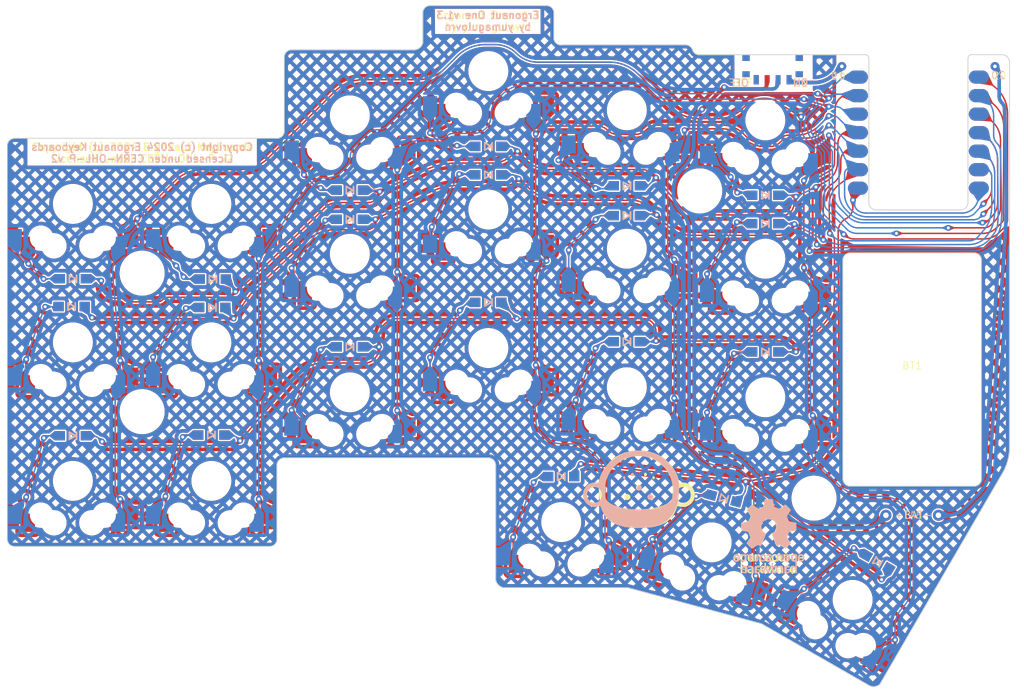
<source format=kicad_pcb>
(kicad_pcb (version 20240108) (generator "pcbnew") (generator_version "8.0")
  (layers (0 "F.Cu" signal) (31 "B.Cu" signal) (34 "B.Paste" user) (35 "F.Paste" user) (36 "B.SilkS" user "B.Silkscreen") (37 "F.SilkS" user "F.Silkscreen") (38 "B.Mask" user) (39 "F.Mask" user) (44 "Edge.Cuts" user))
  (net 0 "")
  (net 1 "R0")
  (net 2 "Net-(D1-A)")
  (net 3 "Net-(D2-A)")
  (net 4 "Net-(D3-A)")
  (net 5 "Net-(D4-A)")
  (net 6 "Net-(D5-A)")
  (net 7 "Net-(D6-A)")
  (net 8 "R1")
  (net 9 "Net-(D7-A)")
  (net 10 "Net-(D8-A)")
  (net 11 "Net-(D9-A)")
  (net 12 "Net-(D10-A)")
  (net 13 "Net-(D11-A)")
  (net 14 "Net-(D12-A)")
  (net 15 "R2")
  (net 16 "Net-(D13-A)")
  (net 17 "Net-(D14-A)")
  (net 18 "Net-(D15-A)")
  (net 19 "Net-(D16-A)")
  (net 20 "Net-(D17-A)")
  (net 21 "Net-(D18-A)")
  (net 22 "R3")
  (net 23 "Net-(D19-A)")
  (net 24 "Net-(D20-A)")
  (net 25 "Net-(D21-A)")
  (net 26 "C0")
  (net 27 "C1")
  (net 28 "C2")
  (net 29 "C3")
  (net 30 "C4")
  (net 31 "C5")
  (net 32 "GND")
  (net 35 "Net-(BT1--)")
  (net 36 "Net-(BT1-+)")
  (net 37 "Net-(PWR1-A)")
  (footprint "Two:KS-27_KS-33_Hotswap_1U_DUAL" (layer "F.Cu") (at 191.477264 130.419173 -30)
    (property "Reference" "SW21")
    (property "Value" "SW_SPST" (hide yes))
  )
  (footprint "Two:KS-27_KS-33_Hotswap_1U_DUAL" (layer "F.Cu") (at 122.5 82.94097)
    (property "Reference" "SW9")
    (property "Value" "SW_SPST" (hide yes))
  )
  (footprint "Two:Hole_5.7mm" (layer "F.Cu") (at 94 104.59097)
    (property "Reference" "H2" (hide yes))
    (property "Value" "MountingHole" (hide yes))
  )
  (footprint "Two:Hole_5.7mm" (layer "F.Cu") (at 94 85.59097)
    (property "Reference" "H1" (hide yes))
    (property "Value" "MountingHole" (hide yes))
  )
  (footprint "Two:KS-27_KS-33_Hotswap_1U_DUAL" (layer "F.Cu") (at 172.135076 122.523186 -15)
    (property "Reference" "SW20")
    (property "Value" "SW_SPST" (hide yes))
  )
  (footprint "Two:KS-27_KS-33_Hotswap_1U_DUAL" (layer "F.Cu") (at 103.5 76.09097)
    (property "Reference" "SW2")
    (property "Value" "SW_SPST" (hide yes))
  )
  (footprint "Two:Hole_5.7mm" (layer "F.Cu") (at 186.182152 116.463137)
    (property "Reference" "H4" (hide yes))
    (property "Value" "MountingHole" (hide yes))
  )
  (footprint "Two:KS-27_KS-33_Hotswap_1U_DUAL" (layer "F.Cu") (at 84.5 95.09097)
    (property "Reference" "SW7")
    (property "Value" "SW_SPST" (hide yes))
  )
  (footprint "Two:KS-27_KS-33_Hotswap_1U_DUAL" (layer "F.Cu") (at 160.5 63.24097)
    (property "Reference" "SW5")
    (property "Value" "SW_SPST" (hide yes))
  )
  (footprint "Two:KS-27_KS-33_Hotswap_1U_DUAL" (layer "F.Cu") (at 122.5 101.94097)
    (property "Reference" "SW15")
    (property "Value" "SW_SPST" (hide yes))
  )
  (footprint "Two:KS-27_KS-33_Hotswap_1U_DUAL" (layer "F.Cu") (at 179.5 83.61597)
    (property "Reference" "SW12")
    (property "Value" "SW_SPST" (hide yes))
  )
  (footprint "Two:KS-27_KS-33_Hotswap_1U_DUAL" (layer "F.Cu") (at 179.5 64.61597)
    (property "Reference" "SW6")
    (property "Value" "SW_SPST" (hide yes))
  )
  (footprint "Two:KS-27_KS-33_Hotswap_1U_DUAL" (layer "F.Cu") (at 160.5 101.24097)
    (property "Reference" "SW17")
    (property "Value" "SW_SPST" (hide yes))
  )
  (footprint "Two:KS-27_KS-33_Hotswap_1U_DUAL" (layer "F.Cu") (at 160.5 82.24097)
    (property "Reference" "SW11")
    (property "Value" "SW_SPST" (hide yes))
  )
  (footprint "Two:OSHW-logo" (layer "F.Cu") (at 179.94 121.69097)
    (property "Reference" "G***" (hide yes))
    (property "Value" "LOGO" (hide yes))
  )
  (footprint "Two:lp601730" (layer "F.Cu") (at 199.644 98.806)
    (property "Reference" "BT1")
    (property "Value" "LP601730")
    (fp_line (start -9.5 15) (end -9.5 -15) (stroke (width 0.12)) (layer "Edge.Cuts"))
    (fp_line (start -8.5 -16) (end 8.5 -16) (stroke (width 0.12)) (layer "Edge.Cuts"))
    (fp_line (start 8.5 16) (end -8.5 16) (stroke (width 0.12)) (layer "Edge.Cuts"))
    (fp_line (start 9.5 -15) (end 9.5 15) (stroke (width 0.12)) (layer "Edge.Cuts"))
    (fp_arc (start -9.5 -15) (mid -9.207092 -15.707092) (end -8.5 -16) (stroke (width 0.12)) (layer "Edge.Cuts"))
    (fp_arc (start -8.5 16) (mid -9.2071 15.7071) (end -9.5 15) (stroke (width 0.12)) (layer "Edge.Cuts"))
    (fp_arc (start 8.5 -16) (mid 9.207107 -15.707107) (end 9.5 -15) (stroke (width 0.12)) (layer "Edge.Cuts"))
    (fp_arc (start 9.5 15) (mid 9.207121 15.707121) (end 8.5 16) (stroke (width 0.12)) (layer "Edge.Cuts"))
  )
  (footprint "Two:KS-27_KS-33_Hotswap_1U_DUAL" (layer "F.Cu") (at 122.5 63.94097)
    (property "Reference" "SW3")
    (property "Value" "SW_SPST" (hide yes))
  )
  (footprint "Two:KS-27_KS-33_Hotswap_1U_DUAL" (layer "F.Cu") (at 179.5 102.61597)
    (property "Reference" "SW18")
    (property "Value" "SW_SPST" (hide yes))
  )
  (footprint "Two:KS-27_KS-33_Hotswap_1U_DUAL" (layer "F.Cu") (at 103.5 95.09097)
    (property "Reference" "SW8")
    (property "Value" "SW_SPST" (hide yes))
  )
  (footprint "Two:en_logo" (layer "F.Cu") (at 162.153537 115)
    (property "Reference" "G***" (hide yes))
    (property "Value" "LOGO" (hide yes))
  )
  (footprint "Two:KS-27_KS-33_Hotswap_1U_DUAL" (layer "F.Cu") (at 141.5 57.86597)
    (property "Reference" "SW4")
    (property "Value" "SW_SPST" (hide yes))
  )
  (footprint "Two:KS-27_KS-33_Hotswap_1U_DUAL" (layer "F.Cu") (at 151.5 119.7407)
    (property "Reference" "SW19")
    (property "Value" "SW_SPST" (hide yes))
  )
  (footprint "Two:KS-27_KS-33_Hotswap_1U_DUAL" (layer "F.Cu") (at 84.5 76.09097)
    (property "Reference" "SW1")
    (property "Value" "SW_SPST" (hide yes))
  )
  (footprint "Two:KS-27_KS-33_Hotswap_1U_DUAL" (layer "F.Cu") (at 141.5 95.86597)
    (property "Reference" "SW16")
    (property "Value" "SW_SPST" (hide yes))
  )
  (footprint "Two:KS-27_KS-33_Hotswap_1U_DUAL" (layer "F.Cu") (at 103.5 114.09097)
    (property "Reference" "SW14")
    (property "Value" "SW_SPST" (hide yes))
  )
  (footprint "Two:Hole_5.7mm" (layer "F.Cu") (at 170.5 74.3)
    (property "Reference" "H3" (hide yes))
    (property "Value" "MountingHole" (hide yes))
  )
  (footprint "Two:KS-27_KS-33_Hotswap_1U_DUAL" (layer "F.Cu") (at 84.5 114.09097)
    (property "Reference" "SW13")
    (property "Value" "SW_SPST" (hide yes))
  )
  (footprint "Two:KS-27_KS-33_Hotswap_1U_DUAL" (layer "F.Cu") (at 141.5 76.86597)
    (property "Reference" "SW10")
    (property "Value" "SW_SPST" (hide yes))
  )
  (footprint "Two:Diode_TH_SMD_DUAL" (layer "B.Cu") (at 173.8 116.5 165)
    (property "Reference" "D20" (hide yes))
    (property "Value" "D_Small" (hide yes))
  )
  (footprint "Two:Diode_TH_SMD_DUAL" (layer "B.Cu") (at 179.5 96.4 180)
    (property "Reference" "D18" (hide yes))
    (property "Value" "D_Small" (hide yes))
  )
  (footprint "Two:Diode_TH_SMD_DUAL" (layer "B.Cu") (at 194.9 125.2 150)
    (property "Reference" "D21" (hide yes))
    (property "Value" "D_Small" (hide yes))
  )
  (footprint "Two:Diode_TH_SMD_DUAL" (layer "B.Cu") (at 151.5 113.5 180)
    (property "Reference" "D19" (hide yes))
    (property "Value" "D_Small" (hide yes))
  )
  (footprint "Two:Diode_TH_SMD_DUAL" (layer "B.Cu") (at 103.7 86.4 180)
    (property "Reference" "D2" (hide yes))
    (property "Value" "D_Small" (hide yes))
  )
  (footprint "Two:Diode_TH_SMD_DUAL" (layer "B.Cu") (at 103.632 90.297 180)
    (property "Reference" "D8" (hide yes))
    (property "Value" "D_Small" (hide yes))
  )
  (footprint "Two:Diode_TH_SMD_DUAL" (layer "B.Cu") (at 160.5 95 180)
    (property "Reference" "D17" (hide yes))
    (property "Value" "D_Small" (hide yes))
  )
  (footprint "Two:Diode_TH_SMD_DUAL" (layer "B.Cu") (at 179.5 74.9 180)
    (property "Reference" "D6" (hide yes))
    (property "Value" "D_Small" (hide yes))
  )
  (footprint "Two:Diode_TH_SMD_DUAL" (layer "B.Cu") (at 84.328 90.17 180)
    (property "Reference" "D7" (hide yes))
    (property "Value" "D_Small" (hide yes))
  )
  (footprint "Two:Diode_TH_SMD_DUAL" (layer "B.Cu") (at 179.5 78.8 180)
    (property "Reference" "D12" (hide yes))
    (property "Value" "D_Small" (hide yes))
  )
  (footprint "Two:Diode_TH_SMD_DUAL" (layer "B.Cu") (at 141.5 68.2 180)
    (property "Reference" "D4" (hide yes))
    (property "Value" "D_Small" (hide yes))
  )
  (footprint "Two:Diode_TH_SMD_DUAL" (layer "B.Cu") (at 141.5 72.1 180)
    (property "Reference" "D10" (hide yes))
    (property "Value" "D_Small" (hide yes))
  )
  (footprint "Two:XIAO_nRF52840_DUAL_WINDOW_NO_CAP" (layer "B.Cu") (at 200.5 55.616046 180)
    (property "Reference" "U1" (hide yes))
    (property "Value" "XIAO_nRF52840" (hide yes))
    (fp_line (start 6.8 -0.5) (end 6.8 -20.3) (stroke (width 0.12)) (layer "Edge.Cuts"))
    (fp_line (start 5.8 -21.3) (end -5.8 -21.3) (stroke (width 0.12)) (layer "Edge.Cuts"))
    (fp_line (start -6.8 -20.3) (end -6.8 -0.5) (stroke (width 0.12)) (layer "Edge.Cuts"))
    (fp_arc (start 7.3 0) (mid 6.946447 -0.146447) (end 6.8 -0.5) (stroke (width 0.12)) (layer "Edge.Cuts"))
    (fp_arc (start 5.8 -21.3) (mid 6.507107 -21.007107) (end 6.8 -20.3) (stroke (width 0.12)) (layer "Edge.Cuts"))
    (fp_arc (start -6.8 -0.5) (mid -6.946446 -0.146446) (end -7.3 0) (stroke (width 0.12)) (layer "Edge.Cuts"))
    (fp_arc (start -6.8 -20.3) (mid -6.507107 -21.007107) (end -5.8 -21.3) (stroke (width 0.12)) (layer "Edge.Cuts"))
  )
  (footprint "Two:Diode_TH_SMD_DUAL" (layer "B.Cu") (at 160.5 73.6 180)
    (property "Reference" "D5" (hide yes))
    (property "Value" "D_Small" (hide yes))
  )
  (footprint "Two:Diode_TH_SMD_DUAL" (layer "B.Cu") (at 122.5 74.2 180)
    (property "Reference" "D3" (hide yes))
    (property "Value" "D_Small" (hide yes))
  )
  (footprint "Two:Diode_TH_SMD_DUAL" (layer "B.Cu") (at 141.5 89.6 180)
    (property "Reference" "D16" (hide yes))
    (property "Value" "D_Small" (hide yes))
  )
  (footprint "Two:Diode_TH_SMD_DUAL" (layer "B.Cu") (at 84.5 107.9 180)
    (property "Reference" "D13" (hide yes))
    (property "Value" "D_Small" (hide yes))
  )
  (footprint "Two:OSHW-logo" (layer "B.Cu") (at 180.01 121.69097 180)
    (property "Reference" "G***" (hide yes))
    (property "Value" "LOGO" (hide yes))
  )
  (footprint "Two:Diode_TH_SMD_DUAL" (layer "B.Cu") (at 160.5 77.7 180)
    (property "Reference" "D11" (hide yes))
    (property "Value" "D_Small" (hide yes))
  )
  (footprint "Two:MSK-12C02_DUAL" (layer "B.Cu") (at 180.5 55.92097 180)
    (property "Reference" "PWR1" (hide yes))
    (property "Value" "SW_SPDT")
  )
  (footprint "Two:Diode_TH_SMD_DUAL" (layer "B.Cu") (at 122.5 78.2 180)
    (property "Reference" "D9" (hide yes))
    (property "Value" "D_Small" (hide yes))
  )
  (footprint "Two:Diode_TH_SMD_DUAL" (layer "B.Cu") (at 84.5 86.36 180)
    (property "Reference" "D1" (hide yes))
    (property "Value" "D_Small" (hide yes))
  )
  (footprint "Two:Diode_TH_SMD_DUAL" (layer "B.Cu") (at 122.5 95.7 180)
    (property "Reference" "D15" (hide yes))
    (property "Value" "D_Small" (hide yes))
  )
  (footprint "Two:Diode_TH_SMD_DUAL" (layer "B.Cu") (at 103.5 107.8 180)
    (property "Reference" "D14" (hide yes))
    (property "Value" "D_Small" (hide yes))
  )
  (gr_line (start 211.963 55.616046) (end 207.8 55.616046) (stroke (width 0.12)) (layer "Edge.Cuts"))
  (gr_arc (start 113.5 55.940978) (mid 113.792896 55.233874) (end 114.5 54.940978) (stroke (width 0.12)) (layer "Edge.Cuts"))
  (gr_arc (start 211.963012 55.615978) (mid 212.68331 55.90671) (end 213 56.615978) (stroke (width 0.12)) (layer "Edge.Cuts"))
  (gr_arc (start 112.5 122.083849) (mid 112.207114 122.790963) (end 111.5 123.083849) (stroke (width 0.12)) (layer "Edge.Cuts"))
  (gr_line (start 111.5 123.083849) (end 76.5 123.090978) (stroke (width 0.12)) (layer "Edge.Cuts"))
  (gr_arc (start 170.508049 55.618933) (mid 169.865979 55.453027) (end 169.5 54.9) (stroke (width 0.12)) (layer "Edge.Cuts"))
  (gr_line (start 178.98 133.70097) (end 160.6 128.74097) (stroke (width 0.12)) (layer "Edge.Cuts"))
  (gr_arc (start 141.5 110.940986) (mid 142.207104 111.233882) (end 142.5 111.940986) (stroke (width 0.12)) (layer "Edge.Cuts"))
  (gr_arc (start 132.5 49.911251) (mid 132.781895 49.183773) (end 133.5 48.87879) (stroke (width 0.12)) (layer "Edge.Cuts"))
  (gr_line (start 213 56.615978) (end 213 109.982) (stroke (width 0.12)) (layer "Edge.Cuts"))
  (gr_line (start 151.6485 54.258887) (end 168.5 54.258887) (stroke (width 0.12)) (layer "Edge.Cuts"))
  (gr_arc (start 195.2 142.016509) (mid 194.526548 142.310811) (end 193.8 142.2) (stroke (width 0.12)) (layer "Edge.Cuts"))
  (gr_line (start 142.5 127.7) (end 142.5 111.940986) (stroke (width 0.12)) (layer "Edge.Cuts"))
  (gr_line (start 193.8 142.2) (end 178.98 133.70097) (stroke (width 0.12)) (layer "Edge.Cuts"))
  (gr_arc (start 168.5 54.258887) (mid 169.099994 54.423474) (end 169.5 54.9) (stroke (width 0.12)) (layer "Edge.Cuts"))
  (gr_line (start 114.5 54.940978) (end 131.1635 54.947478) (stroke (width 0.12)) (layer "Edge.Cuts"))
  (gr_line (start 170.508049 55.618934) (end 193.2 55.616046) (stroke (width 0.12)) (layer "Edge.Cuts"))
  (gr_arc (start 75.5 68.090978) (mid 75.792896 67.383874) (end 76.5 67.090978) (stroke (width 0.12)) (layer "Edge.Cuts"))
  (gr_line (start 211.963 113.157) (end 195.2 142.016509) (stroke (width 0.12)) (layer "Edge.Cuts"))
  (gr_arc (start 112.5 111.940903) (mid 112.792922 111.233825) (end 113.5 110.940903) (stroke (width 0.12)) (layer "Edge.Cuts"))
  (gr_arc (start 151.6485 54.258887) (mid 150.919547 54.123231) (end 150.5 53.511875) (stroke (width 0.12)) (layer "Edge.Cuts"))
  (gr_line (start 75.5 122.090978) (end 75.5 68.090978) (stroke (width 0.12)) (layer "Edge.Cuts"))
  (gr_arc (start 143.5 128.740708) (mid 142.860575 128.354326) (end 142.5 127.7) (stroke (width 0.12)) (layer "Edge.Cuts"))
  (gr_line (start 133.5 48.87879) (end 149.5 48.88169) (stroke (width 0.12)) (layer "Edge.Cuts"))
  (gr_arc (start 113.5 66.090948) (mid 113.207135 66.798091) (end 112.5 67.090978) (stroke (width 0.12)) (layer "Edge.Cuts"))
  (gr_line (start 132.5 54.0065) (end 132.5 49.911256) (stroke (width 0.12)) (layer "Edge.Cuts"))
  (gr_line (start 112.5 122.083849) (end 112.5 111.940903) (stroke (width 0.12)) (layer "Edge.Cuts"))
  (gr_arc (start 149.5 48.88169) (mid 150.20746 49.175408) (end 150.5 49.883355) (stroke (width 0.12)) (layer "Edge.Cuts"))
  (gr_arc (start 76.5 123.090978) (mid 75.79289 122.798088) (end 75.5 122.090978) (stroke (width 0.12)) (layer "Edge.Cuts"))
  (gr_line (start 76.5 67.090978) (end 112.5 67.090978) (stroke (width 0.12)) (layer "Edge.Cuts"))
  (gr_line (start 160.6 128.74097) (end 143.5 128.740708) (stroke (width 0.12)) (layer "Edge.Cuts"))
  (gr_arc (start 132.5 54.0065) (mid 132.006243 54.724827) (end 131.1635 54.947478) (stroke (width 0.12)) (layer "Edge.Cuts"))
  (gr_line (start 150.5 49.883355) (end 150.5 53.511875) (stroke (width 0.12)) (layer "Edge.Cuts"))
  (gr_line (start 141.5 110.940986) (end 113.5 110.940986) (stroke (width 0.12)) (layer "Edge.Cuts"))
  (gr_line (start 113.5 66.090948) (end 113.5 55.940978) (stroke (width 0.12)) (layer "Edge.Cuts"))
  (gr_arc (start 213 109.982) (mid 212.665892 111.629725) (end 211.963 113.157) (stroke (width 0.12)) (layer "Edge.Cuts"))
  (gr_text "Ergonaut One v1.3\nby yumagulovrn" (at 141.42 51 0) (layer "B.SilkS") (effects (font (size 1 1) (thickness 0.2) (bold yes)) (justify mirror)))
  (gr_text "Copyright (c) 2024 Ergonaut Keyboards\nLicensed under CERN-OHL-P v2" (at 94 69.09097 0) (layer "B.SilkS") (effects (font (size 1 1) (thickness 0.2) (bold yes)) (justify mirror)))
  (gr_text "Ergonaut One v1.3\nby yumagulovrn" (at 141.5 51 0) (layer "F.SilkS") (effects (font (size 1 1) (thickness 0.2) (bold yes))))
  (gr_text "Copyright (c) 2024 Ergonaut Keyboards\nLicensed under CERN-OHL-P v2" (at 94 69.09097 0) (layer "F.SilkS") (effects (font (size 1 1) (thickness 0.2) (bold yes))))
  (segment (start 88.392 86.614) (end 88.265 86.487) (width 0.2) (layer "F.Cu") (net 1))
  (segment (start 183.7 75.1) (end 183.65 75.1) (width 0.2) (layer "F.Cu") (net 1))
  (segment (start 90.953789 89.027) (end 90.343223 89.027) (width 0.2) (layer "F.Cu") (net 1))
  (segment (start 145.167015 68.532985) (end 145.5 68.86597) (width 0.2) (layer "F.Cu") (net 1))
  (segment (start 126.6 74.4) (end 126.258578 74.2) (width 0.2) (layer "F.Cu") (net 1))
  (segment (start 92.18021 89.535) (end 96.070987 89.535) (width 0.2) (layer "F.Cu") (net 1))
  (segment (start 106.807 88.138) (end 108.0135 87.122) (width 0.2) (layer "F.Cu") (net 1))
  (segment (start 120.865127 75.9) (end 125.072352 75.9) (width 0.2) (layer "F.Cu") (net 1))
  (segment (start 97.604012 88.9) (end 105.506184 88.9) (width 0.2) (layer "F.Cu") (net 1))
  (segment (start 182.017902 77.6) (end 170.132129 77.6) (width 0.2) (layer "F.Cu") (net 1))
  (segment (start 88.841012 88.333012) (end 88.9635 88.4555) (width 0.2) (layer "F.Cu") (net 1))
  (segment (start 119.17024 76.526608) (end 110.387112 85.044988) (width 0.2) (layer "F.Cu") (net 1))
  (segment (start 168.049526 76.695967) (end 167.911191 76.547983) (width 0.2) (layer "F.Cu") (net 1))
  (segment (start 145.5 68.86597) (end 146.754015 70.119985) (width 0.2) (layer "F.Cu") (net 1))
  (segment (start 183.742731 75.174038) (end 183.752693 75.184) (width 0.2) (layer "F.Cu") (net 1))
  (segment (start 137.188655 70.485) (end 142.08537 70.485) (width 0.2) (layer "F.Cu") (net 1))
  (segment (start 163.251906 73.748093) (end 164.5 72.5) (width 0.2) (layer "F.Cu") (net 1))
  (segment (start 186.563 81.661) (end 186.4995 81.28) (width 0.2) (layer "F.Cu") (net 1))
  (segment (start 87.958394 86.36) (end 86.2875 86.36) (width 0.2) (layer "F.Cu") (net 1))
  (segment (start 183.5 75) (end 183.564644 75.064644) (width 0.2) (layer "F.Cu") (net 1))
  (segment (start 126.6 74.4) (end 132.781741 71.474992) (width 0.2) (layer "F.Cu") (net 1))
  (segment (start 144.363118 68.2) (end 143.2875 68.2) (width 0.2) (layer "F.Cu") (net 1))
  (segment (start 187.8965 72.9615) (end 186.436 73.787) (width 0.2) (layer "F.Cu") (net 1))
  (segment (start 126.6 74.4) (end 126.249983 75.150036) (width 0.2) (layer "F.Cu") (net 1))
  (segment (start 145.5 68.86597) (end 145.432985 68.932985) (width 0.2) (layer "F.Cu") (net 1))
  (segment (start 145.426503 68.885167) (end 144.404751 69.685083) (width 0.2) (layer "F.Cu") (net 1))
  (segment (start 164.5 72.5) (end 163.937 71.937) (width 0.2) (layer "F.Cu") (net 1))
  (segment (start 106.807 88.138) (end 106.426 88.519) (width 0.2) (layer "F.Cu") (net 1))
  (segment (start 183.258578 74.9) (end 181.2875 74.9) (width 0.2) (layer "F.Cu") (net 1))
  (segment (start 183.7 75.1) (end 183.7 75.15) (width 0.2) (layer "F.Cu") (net 1))
  (segment (start 186.436 73.787) (end 186.436 80.512744) (width 0.2) (layer "F.Cu") (net 1))
  (segment (start 126.6 74.4) (end 124.2875 74.2) (width 0.2) (layer "F.Cu") (net 1))
  (segment (start 106.807 88.138) (end 105.866786 86.106) (width 0.2) (layer "F.Cu") (net 1))
  (segment (start 88.392 86.614) (end 88.392 87.249) (width 0.2) (layer "F.Cu") (net 1))
  (segment (start 164.5 72.5) (end 167.642637 76.244827) (width 0.2) (layer "F.Cu") (net 1))
  (segment (start 145.5 68.86597) (end 145.47285 68.86597) (width 0.2) (layer "F.Cu") (net 1))
  (segment (start 189.398326 70.458858) (end 189.465 67.753082) (width 0.2) (layer "F.Cu") (net 1))
  (segment (start 162.577797 71.374) (end 149.781475 71.374) (width 0.2) (layer "F.Cu") (net 1))
  (segment (start 183.682714 75.246917) (end 183.420885 76.312095) (width 0.2) (layer "F.Cu") (net 1))
  (segment (start 183.289946 76.71301) (end 183.338613 76.580908) (width 0.2) (layer "F.Cu") (net 1))
  (via (at 183.7 75.1) (size 0.8) (drill 0.4) (layers "F.Cu" "B.Cu") (net 1))
  (via (at 126.6 74.4) (size 0.8) (drill 0.4) (layers "F.Cu" "B.Cu") (net 1))
  (via (at 145.5 68.86597) (size 0.8) (drill 0.4) (layers "F.Cu" "B.Cu") (net 1))
  (via (at 106.807 88.138) (size 0.8) (drill 0.4) (layers "F.Cu" "B.Cu") (net 1))
  (via (at 88.392 86.614) (size 0.8) (drill 0.4) (layers "F.Cu" "B.Cu") (net 1))
  (via (at 186.436 73.787) (size 0.8) (drill 0.4) (layers "F.Cu" "B.Cu") (net 1))
  (via (at 164.5 72.5) (size 0.8) (drill 0.4) (layers "F.Cu" "B.Cu") (net 1))
  (via (at 186.563 81.661) (size 0.8) (drill 0.4) (layers "F.Cu" "B.Cu") (net 1))
  (arc (start 167.642637 76.244827) (mid 167.774885 76.398202) (end 167.911191 76.547983) (width 0.2) (layer "F.Cu") (net 1))
  (arc (start 163.251906 73.748093) (mid 162.972881 73.934531) (end 162.64375 74) (width 0.2) (layer "F.Cu") (net 1))
  (arc (start 149.781475 71.374) (mid 148.143025 71.048092) (end 146.754015 70.119985) (width 0.2) (layer "F.Cu") (net 1))
  (arc (start 187.8965 72.9615) (mid 188.977515 71.908272) (end 189.398326 70.458858) (width 0.2) (layer "F.Cu") (net 1))
  (arc (start 90.343223 89.027) (mid 89.596522 88.878471) (end 88.9635 88.4555) (width 0.2) (layer "F.Cu") (net 1))
  (arc (start 183.65 75.1) (mid 183.603805 75.090811) (end 183.564644 75.064644) (width 0.2) (layer "F.Cu") (net 1))
  (arc (start 183.742731 75.174038) (mid 183.714336 75.174514) (end 183.7 75.15) (width 0.2) (layer "F.Cu") (net 1))
  (arc (start 125.072352 75.9) (mid 125.770435 75.696602) (end 126.249983 75.150036) (width 0.2) (layer "F.Cu") (net 1))
  (arc (start 145.167015 68.532985) (mid 144.798183 68.286539) (end 144.363118 68.2) (width 0.2) (layer "F.Cu") (net 1))
  (arc (start 137.188655 70.485) (mid 134.930283 70.735544) (end 132.781741 71.474992) (width 0.2) (layer "F.Cu") (net 1))
  (arc (start 142.08537 70.485) (mid 143.312092 70.279403) (end 144.404751 69.685083) (width 0.2) (layer "F.Cu") (net 1))
  (arc (start 96.8375 89.2175) (mid 96.48582 89.452484) (end 96.070987 89.535) (width 0.2) (layer "F.Cu") (net 1))
  (arc (start 88.841012 88.333012) (mid 88.508694 87.835663) (end 88.392 87.249) (width 0.2) (layer "F.Cu") (net 1))
  (arc (start 96.8375 89.2175) (mid 97.189178 88.982515) (end 97.604012 88.9) (width 0.2) (layer "F.Cu") (net 1))
  (arc (start 168.049526 76.695967) (mid 168.996951 77.364244) (end 170.132129 77.6) (width 0.2) (layer "F.Cu") (net 1))
  (arc (start 105.506184 88.9) (mid 106.003984 88.800981) (end 106.426 88.519) (width 0.2) (layer "F.Cu") (net 1))
  (arc (start 119.17024 76.526608) (mid 119.53427 76.244702) (end 119.9515 76.05) (width 0.2) (layer "F.Cu") (net 1))
  (arc (start 183.682714 75.246917) (mid 183.695644 75.199223) (end 183.7 75.15) (width 0.2) (layer "F.Cu") (net 1))
  (arc (start 186.436 80.512744) (mid 186.451902 80.897683) (end 186.4995 81.28) (width 0.2) (layer "F.Cu") (net 1))
  (arc (start 108.0135 87.122) (mid 109.210152 86.094745) (end 110.387112 85.044988) (width 0.2) (layer "F.Cu") (net 1))
  (arc (start 183.5 75) (mid 183.389234 74.925989) (end 183.258578 74.9) (width 0.2) (layer "F.Cu") (net 1))
  (arc (start 189.944477 66.595523) (mid 189.589612 67.126615) (end 189.465 67.753082) (width 0.2) (layer "F.Cu") (net 1))
  (arc (start 120.865127 75.9) (mid 120.402197 75.937749) (end 119.9515 76.05) (width 0.2) (layer "F.Cu") (net 1))
  (arc (start 183.420885 76.312095) (mid 183.383512 76.447653) (end 183.338613 76.580908) (width 0.2) (layer "F.Cu") (net 1))
  (arc (start 145.426503 68.885167) (mid 145.447767 68.870959) (end 145.47285 68.86597) (width 0.2) (layer "F.Cu") (net 1))
  (arc (start 87.958394 86.36) (mid 88.124328 86.393006) (end 88.265 86.487) (width 0.2) (layer "F.Cu") (net 1))
  (arc (start 92.18021 89.535) (mid 91.848343 89.468987) (end 91.567 89.281) (width 0.2) (layer "F.Cu") (net 1))
  (arc (start 90.953789 89.027) (mid 91.285656 89.093012) (end 91.567 89.281) (width 0.2) (layer "F.Cu") (net 1))
  (arc (start 182.017902 77.6) (mid 182.79328 77.356358) (end 183.289946 76.71301) (width 0.2) (layer "F.Cu") (net 1))
  (arc (start 183.682714 75.246917) (mid 183.706544 75.205389) (end 183.742731 75.174038) (width 0.2) (layer "F.Cu") (net 1))
  (arc (start 191.102036 66.116046) (mid 190.475569 66.240658) (end 189.944477 66.595523) (width 0.2) (layer "F.Cu") (net 1))
  (arc (start 126.258578 74.2) (mid 126.389234 74.225989) (end 126.5 74.3) (width 0.2) (layer "F.Cu") (net 1))
  (arc (start 162.577797 71.374) (mid 163.313392 71.520318) (end 163.937 71.937) (width 0.2) (layer "F.Cu") (net 1))
  (segment (start 189.173556 82.112) (end 207.691762 82.112) (width 0.2) (layer "B.Cu") (net 1))
  (segment (start 163.251906 73.748093) (end 164.5 72.5) (width 0.2) (layer "B.Cu") (net 1))
  (segment (start 144.363118 68.2) (end 143.2875 68.2) (width 0.2) (layer "B.Cu") (net 1))
  (segment (start 126.5 74.3) (end 126.6 74.4) (width 0.2) (layer "B.Cu") (net 1))
  (segment (start 210.21798 67.264066) (end 209.06996 66.116046) (width 0.2) (layer "B.Cu") (net 1))
  (segment (start 210.723421 80.367764) (end 210.311999 80.870499) (width 0.2) (layer "B.Cu") (net 1))
  (segment (start 183.7 75.1) (end 186.436 73.787) (width 0.2) (layer "B.Cu") (net 1))
  (segment (start 186.563 81.661) (end 187.4235 81.8865) (width 0.2) (layer "B.Cu") (net 1))
  (segment (start 211.44395 76.769449) (end 211.366 70.035631) (width 0.2) (layer "B.Cu") (net 1))
  (segment (start 87.958394 86.36) (end 86.2875 86.36) (width 0.2) (layer "B.Cu") (net 1))
  (segment (start 126.258578 74.2) (end 124.2875 74.2) (width 0.2) (layer "B.Cu") (net 1))
  (segment (start 106.807 88.138) (end 105.5465 86.106) (width 0.2) (layer "B.Cu") (net 1))
  (segment (start 88.392 86.614) (end 88.265 86.487) (width 0.2) (layer "B.Cu") (net 1))
  (segment (start 183.358578 74.9) (end 181.2875 74.9) (width 0.2) (layer "B.Cu") (net 1))
  (segment (start 145.167015 68.532985) (end 145.5 68.86597) (width 0.2) (layer "B.Cu") (net 1))
  (arc (start 210.21798 67.264066) (mid 211.067639 68.53567) (end 211.366 70.035631) (width 0.2) (layer "B.Cu") (net 1))
  (arc (start 211.44395 76.769449) (mid 211.436355 77.723487) (end 211.3915 78.6765) (width 0.2) (layer "B.Cu") (net 1))
  (arc (start 87.958394 86.36) (mid 88.124328 86.393006) (end 88.265 86.487) (width 0.2) (layer "B.Cu") (net 1))
  (arc (start 126.5 74.3) (mid 126.389234 74.225989) (end 126.258578 74.2) (width 0.2) (layer "B.Cu") (net 1))
  (arc (start 145.167015 68.532985) (mid 144.798183 68.286539) (end 144.363118 68.2) (width 0.2) (layer "B.Cu") (net 1))
  (arc (start 189.173556 82.112) (mid 188.291293 82.055392) (end 187.4235 81.8865) (width 0.2) (layer "B.Cu") (net 1))
  (arc (start 163.251906 73.748093) (mid 162.972881 73.934531) (end 162.64375 74) (width 0.2) (layer "B.Cu") (net 1))
  (arc (start 207.691762 82.112) (mid 209.1415 81.785923) (end 210.311999 80.870499) (width 0.2) (layer "B.Cu") (net 1))
  (arc (start 210.723421 80.367764) (mid 211.189435 79.574264) (end 211.3915 78.6765) (width 0.2) (layer "B.Cu") (net 1))
  (segment (start 78.4 84.3) (end 78.35 84.25) (width 0.2) (layer "F.Cu") (net 2))
  (segment (start 81.115802 86.36) (end 82.7125 86.36) (width 0.2) (layer "F.Cu") (net 2))
  (segment (start 78.3 84.129289) (end 78.3 81.85347) (width 0.2) (layer "F.Cu") (net 2))
  (segment (start 80.476691 86.376691) (end 80.9625 86.4235) (width 0.2) (layer "F.Cu") (net 2))
  (segment (start 78.4 84.3) (end 78.4 84.112249) (width 0.2) (layer "F.Cu") (net 2))
  (segment (start 78.3 84.129289) (end 78.3 81.84097) (width 0.2) (layer "F.Cu") (net 2))
  (via (at 80.476691 86.376691) (size 0.8) (drill 0.4) (layers "F.Cu" "B.Cu") (net 2))
  (via (at 78.4 84.3) (size 0.8) (drill 0.4) (layers "F.Cu" "B.Cu") (net 2))
  (arc (start 81.115802 86.36) (mid 81.032835 86.376503) (end 80.9625 86.4235) (width 0.2) (layer "F.Cu") (net 2))
  (arc (start 78.3 84.129289) (mid 78.312994 84.194617) (end 78.35 84.25) (width 0.2) (layer "F.Cu") (net 2))
  (arc (start 78.3 84.129289) (mid 78.312994 84.194617) (end 78.35 84.25) (width 0.2) (layer "F.Cu") (net 2))
  (segment (start 78.4 84.3) (end 80.476691 86.376691) (width 0.2) (layer "B.Cu") (net 2))
  (segment (start 78.4 84.3) (end 77.068878 82.968878) (width 0.2) (layer "B.Cu") (net 2))
  (segment (start 80.476691 86.376691) (end 80.9625 86.4235) (width 0.2) (layer "B.Cu") (net 2))
  (segment (start 81.115802 86.36) (end 82.7125 86.36) (width 0.2) (layer "B.Cu") (net 2))
  (arc (start 81.115802 86.36) (mid 81.032835 86.376503) (end 80.9625 86.4235) (width 0.2) (layer "B.Cu") (net 2))
  (arc (start 76.5 81.595485) (mid 76.647846 82.338759) (end 77.068878 82.968878) (width 0.2) (layer "B.Cu") (net 2))
  (segment (start 98.854553 84.784545) (end 99.7 86.1) (width 0.2) (layer "F.Cu") (net 3))
  (segment (start 99.7 86.1) (end 99.85 86.25) (width 0.2) (layer "F.Cu") (net 3))
  (segment (start 97.78155 83.68455) (end 98.679 84.582) (width 0.2) (layer "F.Cu") (net 3))
  (segment (start 98.679 84.582) (end 98.7425 84.6455) (width 0.2) (layer "F.Cu") (net 3))
  (segment (start 100.212132 86.4) (end 101.9125 86.4) (width 0.2) (layer "F.Cu") (net 3))
  (via (at 98.679 84.582) (size 0.8) (drill 0.4) (layers "F.Cu" "B.Cu") (net 3))
  (via (at 99.7 86.1) (size 0.8) (drill 0.4) (layers "F.Cu" "B.Cu") (net 3))
  (arc (start 98.854553 84.784545) (mid 98.802252 84.712019) (end 98.7425 84.6455) (width 0.2) (layer "F.Cu") (net 3))
  (arc (start 99.85 86.25) (mid 100.016147 86.361016) (end 100.212132 86.4) (width 0.2) (layer "F.Cu") (net 3))
  (arc (start 97.78155 83.68455) (mid 97.42515 83.15116) (end 97.3 82.521985) (width 0.2) (layer "F.Cu") (net 3))
  (segment (start 99.7 86.1) (end 99.85 86.25) (width 0.2) (layer "B.Cu") (net 3))
  (segment (start 98.854553 84.784545) (end 99.7 86.1) (width 0.2) (layer "B.Cu") (net 3))
  (segment (start 98.679 84.582) (end 95.716385 81.619385) (width 0.2) (layer "B.Cu") (net 3))
  (segment (start 100.212132 86.4) (end 101.9125 86.4) (width 0.2) (layer "B.Cu") (net 3))
  (segment (start 98.679 84.582) (end 98.7425 84.6455) (width 0.2) (layer "B.Cu") (net 3))
  (arc (start 98.854553 84.784545) (mid 98.802252 84.712019) (end 98.7425 84.6455) (width 0.2) (layer "B.Cu") (net 3))
  (arc (start 99.85 86.25) (mid 100.016147 86.361016) (end 100.212132 86.4) (width 0.2) (layer "B.Cu") (net 3))
  (segment (start 119.012132 74.2) (end 120.7125 74.2) (width 0.2) (layer "F.Cu") (net 4))
  (segment (start 117.823223 73.723223) (end 116.2 72.1) (width 0.2) (layer "F.Cu") (net 4))
  (segment (start 116.25 72.05) (end 116.2 72.1) (width 0.2) (layer "F.Cu") (net 4))
  (segment (start 116.3 71.929289) (end 116.3 69.69097) (width 0.2) (layer "F.Cu") (net 4))
  (segment (start 118.5 73.9) (end 118.25 73.9) (width 0.2) (layer "F.Cu") (net 4))
  (segment (start 118.5 73.9) (end 118.65 74.05) (width 0.2) (layer "F.Cu") (net 4))
  (via (at 116.2 72.1) (size 0.8) (drill 0.4) (layers "F.Cu" "B.Cu") (net 4))
  (via (at 118.5 73.9) (size 0.8) (drill 0.4) (layers "F.Cu" "B.Cu") (net 4))
  (arc (start 116.25 72.05) (mid 116.287005 71.994617) (end 116.3 71.929289) (width 0.2) (layer "F.Cu") (net 4))
  (arc (start 118.65 74.05) (mid 118.816147 74.161016) (end 119.012132 74.2) (width 0.2) (layer "F.Cu") (net 4))
  (arc (start 117.823223 73.723223) (mid 118.01903 73.854057) (end 118.25 73.9) (width 0.2) (layer "F.Cu") (net 4))
  (segment (start 119.012132 74.2) (end 120.7125 74.2) (width 0.2) (layer "B.Cu") (net 4))
  (segment (start 118.65 74.05) (end 118.5 73.9) (width 0.2) (layer "B.Cu") (net 4))
  (segment (start 116.2 72.1) (end 114.5 68.64097) (width 0.2) (layer "B.Cu") (net 4))
  (arc (start 118.65 74.05) (mid 118.816147 74.161016) (end 119.012132 74.2) (width 0.2) (layer "B.Cu") (net 4))
  (segment (start 137.37071 68.2) (end 139.7125 68.2) (width 0.2) (layer "F.Cu") (net 5))
  (segment (start 133.5 66.36597) (end 135.3 64.56597) (width 0.2) (layer "F.Cu") (net 5))
  (segment (start 137.2 68.1) (end 137.25 68.15) (width 0.2) (layer "F.Cu") (net 5))
  (segment (start 136.217015 68.1) (end 137.2 68.1) (width 0.2) (layer "F.Cu") (net 5))
  (segment (start 133.5 66.36597) (end 134.538954 67.404924) (width 0.2) (layer "F.Cu") (net 5))
  (via (at 133.5 66.36597) (size 0.8) (drill 0.4) (layers "F.Cu" "B.Cu") (net 5))
  (via (at 137.2 68.1) (size 0.8) (drill 0.4) (layers "F.Cu" "B.Cu") (net 5))
  (arc (start 136.217015 68.1) (mid 135.308855 67.919355) (end 134.538954 67.404924) (width 0.2) (layer "F.Cu") (net 5))
  (arc (start 137.37071 68.2) (mid 137.305382 68.187005) (end 137.25 68.15) (width 0.2) (layer "F.Cu") (net 5))
  (segment (start 133.5 66.36597) (end 133.5 62.56597) (width 0.2) (layer "B.Cu") (net 5))
  (segment (start 137.37071 68.2) (end 139.7125 68.2) (width 0.2) (layer "B.Cu") (net 5))
  (segment (start 137.2 68.1) (end 137.25 68.15) (width 0.2) (layer "B.Cu") (net 5))
  (arc (start 137.37071 68.2) (mid 137.305382 68.187005) (end 137.25 68.15) (width 0.2) (layer "B.Cu") (net 5))
  (segment (start 156.985765 74) (end 158.659375 74) (width 0.2) (layer "F.Cu") (net 6))
  (segment (start 151.1 70.1) (end 151.654515 69.545485) (width 0.2) (layer "F.Cu") (net 6))
  (segment (start 156.261679 73.957448) (end 156.373709 73.957448) (width 0.2) (layer "F.Cu") (net 6))
  (segment (start 152.993232 68.99097) (end 154.3 68.99097) (width 0.2) (layer "F.Cu") (net 6))
  (segment (start 156.225136 73.942311) (end 156.21 73.927175) (width 0.2) (layer "F.Cu") (net 6))
  (via (at 151.1 70.1) (size 0.8) (drill 0.4) (layers "F.Cu" "B.Cu") (net 6))
  (via (at 156.21 73.927175) (size 0.8) (drill 0.4) (layers "F.Cu" "B.Cu") (net 6))
  (arc (start 152.993232 68.99097) (mid 152.268723 69.135083) (end 151.654515 69.545485) (width 0.2) (layer "F.Cu") (net 6))
  (arc (start 156.985765 74) (mid 156.679097 73.988702) (end 156.373709 73.957448) (width 0.2) (layer "F.Cu") (net 6))
  (arc (start 156.225136 73.942311) (mid 156.241902 73.953514) (end 156.261679 73.957448) (width 0.2) (layer "F.Cu") (net 6))
  (segment (start 151.1 70.1) (end 152.5 67.94097) (width 0.2) (layer "B.Cu") (net 6))
  (segment (start 151.1 70.1) (end 156.097891 73.897891) (width 0.2) (layer "B.Cu") (net 6))
  (segment (start 156.225136 73.942311) (end 156.21 73.927175) (width 0.2) (layer "B.Cu") (net 6))
  (segment (start 156.261679 73.957448) (end 156.373709 73.957448) (width 0.2) (layer "B.Cu") (net 6))
  (segment (start 156.168587 73.927175) (end 156.21 73.927175) (width 0.2) (layer "B.Cu") (net 6))
  (segment (start 156.985765 74) (end 158.659375 74) (width 0.2) (layer "B.Cu") (net 6))
  (arc (start 156.225136 73.942311) (mid 156.241902 73.953514) (end 156.261679 73.957448) (width 0.2) (layer "B.Cu") (net 6))
  (arc (start 156.168587 73.927175) (mid 156.130326 73.919564) (end 156.097891 73.897891) (width 0.2) (layer "B.Cu") (net 6))
  (arc (start 156.985765 74) (mid 156.679097 73.988702) (end 156.373709 73.957448) (width 0.2) (layer "B.Cu") (net 6))
  (segment (start 175.641 74.549) (end 177.6635 74.549) (width 0.2) (layer "F.Cu") (net 7))
  (segment (start 175.4205 74.0245) (end 175.641 74.549) (width 0.2) (layer "F.Cu") (net 7))
  (segment (start 174.752 72.39) (end 173.3 70.938) (width 0.2) (layer "F.Cu") (net 7))
  (segment (start 174.752 72.39) (end 174.987053 72.972387) (width 0.2) (layer "F.Cu") (net 7))
  (via (at 174.752 72.39) (size 0.8) (drill 0.4) (layers "F.Cu" "B.Cu") (net 7))
  (via (at 175.641 74.549) (size 0.8) (drill 0.4) (layers "F.Cu" "B.Cu") (net 7))
  (arc (start 175.4205 74.0245) (mid 175.201888 73.499221) (end 174.987053 72.972387) (width 0.2) (layer "F.Cu") (net 7))
  (segment (start 175.641 74.549) (end 175.6655 74.5245) (width 0.2) (layer "B.Cu") (net 7))
  (segment (start 175.724648 74.5) (end 177.7125 74.5) (width 0.2) (layer "B.Cu") (net 7))
  (segment (start 174.752 72.39) (end 171.67797 69.31597) (width 0.2) (layer "B.Cu") (net 7))
  (arc (start 175.724648 74.5) (mid 175.692637 74.506367) (end 175.6655 74.5245) (width 0.2) (layer "B.Cu") (net 7))
  (segment (start 126 78.2) (end 126 78.589) (width 0.2) (layer "F.Cu") (net 8))
  (segment (start 147.2565 74.1045) (end 145.669 72.644) (width 0.2) (layer "F.Cu") (net 8))
  (segment (start 133.3119 74.562754) (end 126 78.2) (width 0.2) (layer "F.Cu") (net 8))
  (segment (start 145.397 72.372) (end 145.669 72.644) (width 0.2) (layer "F.Cu") (net 8))
  (segment (start 183.252512 79.347487) (end 182.849999 79.749999) (width 0.2) (layer "F.Cu") (net 8))
  (segment (start 106.553 91.821) (end 105.4195 90.6875) (width 0.2) (layer "F.Cu") (net 8))
  (segment (start 120.49896 79.629) (end 124.888673 79.629) (width 0.2) (layer "F.Cu") (net 8))
  (segment (start 164.6 77.59097) (end 166.004515 78.995485) (width 0.2) (layer "F.Cu") (net 8))
  (segment (start 164.444704 77.5) (end 162.2875 77.5) (width 0.2) (layer "F.Cu") (net 8))
  (segment (start 183.5 78.75) (end 183.49186 78.867) (width 0.2) (layer "F.Cu") (net 8))
  (segment (start 87.338802 91.821) (end 106.553 91.821) (width 0.2) (layer "F.Cu") (net 8))
  (segment (start 125.724935 79.253064) (end 125.674499 79.303499) (width 0.2) (layer "F.Cu") (net 8))
  (segment (start 145.161 73.0885) (end 145.669 72.644) (width 0.2) (layer "F.Cu") (net 8))
  (segment (start 144.740333 72.1) (end 143.2875 72.1) (width 0.2) (layer "F.Cu") (net 8))
  (segment (start 126 78.2) (end 124.2875 78.2) (width 0.2) (layer "F.Cu") (net 8))
  (segment (start 189.837822 71.345515) (end 189.865 70.043845) (width 0.2) (layer "F.Cu") (net 8))
  (segment (start 164.6 77.59097) (end 163.604515 76.595485) (width 0.2) (layer "F.Cu") (net 8))
  (segment (start 190.931954 68.656046) (end 191.185954 68.656046) (width 0.2) (layer "F.Cu") (net 8))
  (segment (start 190.271477 69.062523) (end 190.498348 68.835651) (width 0.2) (layer "F.Cu") (net 8))
  (segment (start 187.452 81.026) (end 187.452 75.43511) (width 0.2) (layer "F.Cu") (net 8))
  (segment (start 87.122 91.694) (end 86.1155 90.6875) (width 0.2) (layer "F.Cu") (net 8))
  (segment (start 107.548648 90.327527) (end 106.553 91.821) (width 0.2) (layer "F.Cu") (net 8))
  (segment (start 164.554515 77.545485) (end 164.6 77.59097) (width 0.2) (layer "F.Cu") (net 8))
  (segment (start 183.29593 78.8335) (end 183.49186 78.867) (width 0.2) (layer "F.Cu") (net 8))
  (segment (start 87.122 91.694) (end 87.1855 91.7575) (width 0.2) (layer "F.Cu") (net 8))
  (segment (start 143.977985 73.533) (end 137.694078 73.533) (width 0.2) (layer "F.Cu") (net 8))
  (segment (start 116.580281 81.169048) (end 109.917635 87.362493) (width 0.2) (layer "F.Cu") (net 8))
  (segment (start 169.395314 80.4) (end 181.280761 80.4) (width 0.2) (layer "F.Cu") (net 8))
  (segment (start 161.201201 75.6) (end 151.001122 75.571109) (width 0.2) (layer "F.Cu") (net 8))
  (segment (start 182.901226 78.8) (end 181.2875 78.8) (width 0.2) (layer "F.Cu") (net 8))
  (segment (start 164.6 77.59097) (end 164.487031 77.59097) (width 0.2) (layer "F.Cu") (net 8))
  (via (at 106.553 91.821) (size 0.8) (drill 0.4) (layers "F.Cu" "B.Cu") (net 8))
  (via (at 187.452 81.026) (size 0.8) (drill 0.4) (layers "F.Cu" "B.Cu") (net 8))
  (via (at 145.669 72.644) (size 0.8) (drill 0.4) (layers "F.Cu" "B.Cu") (net 8))
  (via (at 183.49186 78.867) (size 0.8) (drill 0.4) (layers "F.Cu" "B.Cu") (net 8))
  (via (at 87.122 91.694) (size 0.8) (drill 0.4) (layers "F.Cu" "B.Cu") (net 8))
  (via (at 126 78.2) (size 0.8) (drill 0.4) (layers "F.Cu" "B.Cu") (net 8))
  (via (at 164.6 77.59097) (size 0.8) (drill 0.4) (layers "F.Cu" "B.Cu") (net 8))
  (arc (start 133.3119 74.562754) (mid 135.443307 73.793897) (end 137.694078 73.533) (width 0.2) (layer "F.Cu") (net 8))
  (arc (start 188.658499 73.342499) (mid 187.775228 74.227357) (end 187.452 75.43511) (width 0.2) (layer "F.Cu") (net 8))
  (arc (start 164.554515 77.545485) (mid 164.504133 77.511821) (end 164.444704 77.5) (width 0.2) (layer "F.Cu") (net 8))
  (arc (start 190.498348 68.835651) (mid 190.697288 68.702723) (end 190.931954 68.656046) (width 0.2) (layer "F.Cu") (net 8))
  (arc (start 166.004515 78.995485) (mid 167.560226 80.034978) (end 169.395314 80.4) (width 0.2) (layer "F.Cu") (net 8))
  (arc (start 161.201201 75.6) (mid 162.501865 75.858718) (end 163.604515 76.595485) (width 0.2) (layer "F.Cu") (net 8))
  (arc (start 189.865 70.043845) (mid 189.970639 69.512757) (end 190.271477 69.062523) (width 0.2) (layer "F.Cu") (net 8))
  (arc (start 87.1855 91.7575) (mid 87.255835 91.804496) (end 87.338802 91.821) (width 0.2) (layer "F.Cu") (net 8))
  (arc (start 182.849999 79.749999) (mid 182.130026 80.23107) (end 181.280761 80.4) (width 0.2) (layer "F.Cu") (net 8))
  (arc (start 120.49896 79.629) (mid 118.39374 80.02783) (end 116.580281 81.169048) (width 0.2) (layer "F.Cu") (net 8))
  (arc (start 108.6485 88.773) (mid 108.087789 89.542633) (end 107.548648 90.327527) (width 0.2) (layer "F.Cu") (net 8))
  (arc (start 182.901226 78.8) (mid 183.099287 78.80839) (end 183.29593 78.8335) (width 0.2) (layer "F.Cu") (net 8))
  (arc (start 125.674499 79.303499) (mid 125.313959 79.544405) (end 124.888673 79.629) (width 0.2) (layer "F.Cu") (net 8))
  (arc (start 125.724935 79.253064) (mid 125.928512 78.948388) (end 126 78.589) (width 0.2) (layer "F.Cu") (net 8))
  (arc (start 145.397 72.372) (mid 145.095718 72.17069) (end 144.740333 72.1) (width 0.2) (layer "F.Cu") (net 8))
  (arc (start 188.658499 73.342499) (mid 189.509815 72.498516) (end 189.837822 71.345515) (width 0.2) (layer "F.Cu") (net 8))
  (arc (start 183.252512 79.347487) (mid 183.435679 79.073357) (end 183.5 78.75) (width 0.2) (layer "F.Cu") (net 8))
  (arc (start 143.977985 73.533) (mid 144.609868 73.418207) (end 145.161 73.0885) (width 0.2) (layer "F.Cu") (net 8))
  (arc (start 147.2565 74.1045) (mid 148.991405 75.188636) (end 151.001122 75.571109) (width 0.2) (layer "F.Cu") (net 8))
  (arc (start 108.6485 88.773) (mid 109.251596 88.039429) (end 109.917635 87.362493) (width 0.2) (layer "F.Cu") (net 8))
  (segment (start 187.452 81.026) (end 188.43 81.369) (width 0.2) (layer "B.Cu") (net 8))
  (segment (start 144.740333 72.1) (end 143.2875 72.1) (width 0.2) (layer "B.Cu") (net 8))
  (segment (start 126 78.2) (end 124.2875 78.2) (width 0.2) (layer "B.Cu") (net 8))
  (segment (start 182.901226 78.8) (end 181.2875 78.8) (width 0.2) (layer "B.Cu") (net 8))
  (segment (start 106.553 91.821) (end 105.4195 90.6875) (width 0.2) (layer "B.Cu") (net 8))
  (segment (start 164.554515 77.545485) (end 164.6 77.59097) (width 0.2) (layer "B.Cu") (net 8))
  (segment (start 183.29593 78.8335) (end 183.49186 78.867) (width 0.2) (layer "B.Cu") (net 8))
  (segment (start 164.6 77.59097) (end 164.487031 77.59097) (width 0.2) (layer "B.Cu") (net 8))
  (segment (start 210.966 71.892788) (end 210.966 77.451) (width 0.2) (layer "B.Cu") (net 8))
  (segment (start 164.444704 77.5) (end 162.2875 77.5) (width 0.2) (layer "B.Cu") (net 8))
  (segment (start 191.257958 81.712) (end 190.444403 81.712) (width 0.2) (layer "B.Cu") (net 8))
  (segment (start 87.122 91.694) (end 86.1155 90.6875) (width 0.2) (layer "B.Cu") (net 8))
  (segment (start 145.397 72.372) (end 145.669 72.644) (width 0.2) (layer "B.Cu") (net 8))
  (segment (start 187.452 81.026) (end 183.49186 78.867) (width 0.2) (layer "B.Cu") (net 8))
  (segment (start 194.957864 81.706031) (end 207.479447 81.665631) (width 0.2) (layer "B.Cu") (net 8))
  (segment (start 210.890966 78.02103) (end 210.947 77.47) (width 0.2) (layer "B.Cu") (net 8))
  (segment (start 210.01798 69.604066) (end 209.06996 68.656046) (width 0.2) (layer "B.Cu") (net 8))
  (arc (start 145.397 72.372) (mid 145.095718 72.17069) (end 144.740333 72.1) (width 0.2) (layer "B.Cu") (net 8))
  (arc (start 210.966 71.892788) (mid 210.719617 70.65414) (end 210.01798 69.604066) (width 0.2) (layer "B.Cu") (net 8))
  (arc (start 164.554515 77.545485) (mid 164.504133 77.511821) (end 164.444704 77.5) (width 0.2) (layer "B.Cu") (net 8))
  (arc (start 188.43 81.369) (mid 189.422705 81.625637) (end 190.444403 81.712) (width 0.2) (layer "B.Cu") (net 8))
  (arc (start 209.830365 80.555134) (mid 210.548939 79.366903) (end 210.890966 78.02103) (width 0.2) (layer "B.Cu") (net 8))
  (arc (start 191.257958 81.712) (mid 193.107913 81.710507) (end 194.957864 81.706031) (width 0.2) (layer "B.Cu") (net 8))
  (arc (start 207.479447 81.665631) (mid 208.778508 81.372048) (end 209.830365 80.555134) (width 0.2) (layer "B.Cu") (net 8))
  (arc (start 182.901226 78.8) (mid 183.099287 78.80839) (end 183.29593 78.8335) (width 0.2) (layer "B.Cu") (net 8))
  (segment (start 81.697348 90.237483) (end 81.734832 90.274967) (width 0.2) (layer "F.Cu") (net 9))
  (segment (start 78.105 97.409) (end 78.105 100.508084) (width 0.2) (layer "F.Cu") (net 9))
  (segment (start 80.7 90.2) (end 81.606855 90.2) (width 0.2) (layer "F.Cu") (net 9))
  (via (at 78.105 97.409) (size 0.8) (drill 0.4) (layers "F.Cu" "B.Cu") (net 9))
  (via (at 80.7 90.2) (size 0.8) (drill 0.4) (layers "F.Cu" "B.Cu") (net 9))
  (arc (start 81.734832 90.274967) (mid 81.943535 90.197212) (end 82.16425 90.17) (width 0.2) (layer "F.Cu") (net 9))
  (arc (start 81.697348 90.237483) (mid 81.655829 90.209741) (end 81.606855 90.2) (width 0.2) (layer "F.Cu") (net 9))
  (segment (start 80.7 90.2) (end 81.606877 90.2) (width 0.2) (layer "B.Cu") (net 9))
  (segment (start 78.988591 94.758225) (end 78.105 97.409) (width 0.2) (layer "B.Cu") (net 9))
  (segment (start 80.7 90.2) (end 80.101 91.709) (width 0.2) (layer "B.Cu") (net 9))
  (segment (start 81.734822 90.274948) (end 81.697348 90.237474) (width 0.2) (layer "B.Cu") (net 9))
  (segment (start 78.105 97.409) (end 76.7747 98.739299) (width 0.2) (layer "B.Cu") (net 9))
  (arc (start 81.734822 90.274948) (mid 81.943535 90.197212) (end 82.16425 90.17) (width 0.2) (layer "B.Cu") (net 9))
  (arc (start 80.101 91.709) (mid 79.523401 93.225807) (end 78.988591 94.758225) (width 0.2) (layer "B.Cu") (net 9))
  (arc (start 81.606877 90.2) (mid 81.655839 90.209739) (end 81.697348 90.237474) (width 0.2) (layer "B.Cu") (net 9))
  (segment (start 100.175831 90.297) (end 101.8445 90.297) (width 0.2) (layer "F.Cu") (net 10))
  (segment (start 95.5 98.070485) (end 95.5 97.1) (width 0.2) (layer "F.Cu") (net 10))
  (segment (start 96.186236 99.727206) (end 97.3 100.84097) (width 0.2) (layer "F.Cu") (net 10))
  (segment (start 100 90.4) (end 100.0515 90.3485) (width 0.2) (layer "F.Cu") (net 10))
  (via (at 95.5 97.1) (size 0.8) (drill 0.4) (layers "F.Cu" "B.Cu") (net 10))
  (via (at 100 90.4) (size 0.8) (drill 0.4) (layers "F.Cu" "B.Cu") (net 10))
  (arc (start 95.5 98.070485) (mid 95.678346 98.967096) (end 96.186236 99.727206) (width 0.2) (layer "F.Cu") (net 10))
  (arc (start 100.0515 90.3485) (mid 100.108543 90.310384) (end 100.175831 90.297) (width 0.2) (layer "F.Cu") (net 10))
  (segment (start 100.175831 90.297) (end 101.8445 90.297) (width 0.2) (layer "B.Cu") (net 10))
  (segment (start 96.137 96.1115) (end 95.5 97.1) (width 0.2) (layer "B.Cu") (net 10))
  (segment (start 100 90.4) (end 97.437276 94.151935) (width 0.2) (layer "B.Cu") (net 10))
  (segment (start 95.5 97.1) (end 95.5 99.79097) (width 0.2) (layer "B.Cu") (net 10))
  (segment (start 100 90.4) (end 100.0515 90.3485) (width 0.2) (layer "B.Cu") (net 10))
  (arc (start 100.0515 90.3485) (mid 100.108543 90.310384) (end 100.175831 90.297) (width 0.2) (layer "B.Cu") (net 10))
  (arc (start 96.137 96.1115) (mid 96.780569 95.127358) (end 97.437276 94.151935) (width 0.2) (layer "B.Cu") (net 10))
  (segment (start 119.397429 78.2) (end 120.7125 78.2) (width 0.2) (layer "F.Cu") (net 11))
  (segment (start 114.5 84.9) (end 116 88.178837) (width 0.2) (layer "F.Cu") (net 11))
  (segment (start 119.126 78.359) (end 119.2055 78.2795) (width 0.2) (layer "F.Cu") (net 11))
  (via (at 119.126 78.359) (size 0.8) (drill 0.4) (layers "F.Cu" "B.Cu") (net 11))
  (via (at 114.5 84.9) (size 0.8) (drill 0.4) (layers "F.Cu" "B.Cu") (net 11))
  (arc (start 119.2055 78.2795) (mid 119.293557 78.220661) (end 119.397429 78.2) (width 0.2) (layer "F.Cu") (net 11))
  (segment (start 114.5 84.9) (end 118.946739 78.686029) (width 0.2) (layer "B.Cu") (net 11))
  (segment (start 119.397429 78.2) (end 120.7125 78.2) (width 0.2) (layer "B.Cu") (net 11))
  (segment (start 119.2055 78.2795) (end 119.126 78.359) (width 0.2) (layer "B.Cu") (net 11))
  (segment (start 119.062499 78.549499) (end 119.081098 78.530901) (width 0.2) (layer "B.Cu") (net 11))
  (segment (start 114.5 84.9) (end 114.5 87.64097) (width 0.2) (layer "B.Cu") (net 11))
  (segment (start 119.126 78.359) (end 119.126 78.4225) (width 0.2) (layer "B.Cu") (net 11))
  (arc (start 118.946739 78.686029) (mid 119.001814 78.615386) (end 119.062499 78.549499) (width 0.2) (layer "B.Cu") (net 11))
  (arc (start 119.081098 78.530901) (mid 119.11433 78.481166) (end 119.126 78.4225) (width 0.2) (layer "B.Cu") (net 11))
  (arc (start 119.2055 78.2795) (mid 119.293557 78.220661) (end 119.397429 78.2) (width 0.2) (layer "B.Cu") (net 11))
  (segment (start 137.5 72) (end 139.7125 72) (width 0.2) (layer "F.Cu") (net 12))
  (segment (start 133.731 80.147485) (end 133.731 79.248) (width 0.2) (layer "F.Cu") (net 12))
  (segment (start 134.367031 81.683001) (end 135.3 82.61597) (width 0.2) (layer "F.Cu") (net 12))
  (via (at 137.5 72) (size 0.8) (drill 0.4) (layers "F.Cu" "B.Cu") (net 12))
  (via (at 133.731 79.248) (size 0.8) (drill 0.4) (layers "F.Cu" "B.Cu") (net 12))
  (arc (start 133.731 80.147485) (mid 133.896299 80.9785) (end 134.367031 81.683001) (width 0.2) (layer "F.Cu") (net 12))
  (segment (start 137.5 72) (end 136.6315 73.592) (width 0.2) (layer "B.Cu") (net 12))
  (segment (start 137.5 72) (end 139.7125 72) (width 0.2) (layer "B.Cu") (net 12))
  (segment (start 134.951981 76.806037) (end 133.731 79.248) (width 0.2) (layer "B.Cu") (net 12))
  (segment (start 133.6155 79.3635) (end 133.731 79.248) (width 0.2) (layer "B.Cu") (net 12))
  (segment (start 133.5 79.642341) (end 133.5 81.56597) (width 0.2) (layer "B.Cu") (net 12))
  (arc (start 134.951981 76.806037) (mid 135.777371 75.191509) (end 136.6315 73.592) (width 0.2) (layer "B.Cu") (net 12))
  (arc (start 133.6155 79.3635) (mid 133.530017 79.491433) (end 133.5 79.642341) (width 0.2) (layer "B.Cu") (net 12))
  (segment (start 152.52545 82.423) (end 152.52545 84.961623) (width 0.2) (layer "F.Cu") (net 13))
  (segment (start 156.476 77.966) (end 156.21 78.232) (width 0.2) (layer "F.Cu") (net 13))
  (segment (start 157.11818 77.7) (end 158.7125 77.7) (width 0.2) (layer "F.Cu") (net 13))
  (via (at 156.21 78.232) (size 0.8) (drill 0.4) (layers "F.Cu" "B.Cu") (net 13))
  (via (at 152.52545 82.423) (size 0.8) (drill 0.4) (layers "F.Cu" "B.Cu") (net 13))
  (arc (start 152.52545 84.961623) (mid 152.756045 86.120904) (end 153.412725 87.103695) (width 0.2) (layer "F.Cu") (net 13))
  (arc (start 157.11818 77.7) (mid 156.770634 77.769131) (end 156.476 77.966) (width 0.2) (layer "F.Cu") (net 13))
  (segment (start 156.476 77.966) (end 156.21 78.232) (width 0.2) (layer "B.Cu") (net 13))
  (segment (start 152.5 82.466445) (end 152.5 85.94097) (width 0.2) (layer "B.Cu") (net 13))
  (segment (start 152.52545 82.423) (end 152.52545 82.169775) (width 0.2) (layer "B.Cu") (net 13))
  (segment (start 156.21 78.232) (end 152.704507 81.737492) (width 0.2) (layer "B.Cu") (net 13))
  (segment (start 152.52545 82.423) (end 152.512725 82.435725) (width 0.2) (layer "B.Cu") (net 13))
  (segment (start 157.11818 77.7) (end 158.7125 77.7) (width 0.2) (layer "B.Cu") (net 13))
  (arc (start 152.52545 82.169775) (mid 152.571985 81.935825) (end 152.704507 81.737492) (width 0.2) (layer "B.Cu") (net 13))
  (arc (start 157.11818 77.7) (mid 156.770634 77.769131) (end 156.476 77.966) (width 0.2) (layer "B.Cu") (net 13))
  (arc (start 152.5 82.466445) (mid 152.503307 82.449819) (end 152.512725 82.435725) (width 0.2) (layer "B.Cu") (net 13))
  (segment (start 172.15972 88.22569) (end 173.3 89.36597) (width 0.2) (layer "F.Cu") (net 14))
  (segment (start 175.6 78.6) (end 177.7125 78.8) (width 0.2) (layer "F.Cu") (net 14))
  (segment (start 171.5 85.7) (end 171.5 86.632985) (width 0.2) (layer "F.Cu") (net 14))
  (segment (start 175.6 78.6) (end 175.941421 78.8) (width 0.2) (layer "F.Cu") (net 14))
  (segment (start 175.6 78.6) (end 175.7 78.7) (width 0.2) (layer "F.Cu") (net 14))
  (via (at 175.6 78.6) (size 0.8) (drill 0.4) (layers "F.Cu" "B.Cu") (net 14))
  (via (at 171.5 85.7) (size 0.8) (drill 0.4) (layers "F.Cu" "B.Cu") (net 14))
  (arc (start 175.941421 78.8) (mid 175.810764 78.77401) (end 175.7 78.7) (width 0.2) (layer "F.Cu") (net 14))
  (arc (start 171.5 86.632985) (mid 171.671455 87.49495) (end 172.15972 88.22569) (width 0.2) (layer "F.Cu") (net 14))
  (segment (start 175.6 78.6) (end 171.5 85.7) (width 0.2) (layer "B.Cu") (net 14))
  (segment (start 175.6 78.6) (end 175.7 78.7) (width 0.2) (layer "B.Cu") (net 14))
  (segment (start 175.941421 78.8) (end 177.7125 78.8) (width 0.2) (layer "B.Cu") (net 14))
  (segment (start 171.5 85.7) (end 171.5 88.31597) (width 0.2) (layer "B.Cu") (net 14))
  (arc (start 175.941421 78.8) (mid 175.810764 78.77401) (end 175.7 78.7) (width 0.2) (layer "B.Cu") (net 14))
  (segment (start 181.274085 94.9) (end 164.5 94.9) (width 0.2) (layer "F.Cu") (net 15))
  (segment (start 126.5 96.106) (end 126.5 95.7) (width 0.2) (layer "F.Cu") (net 15))
  (segment (start 188.976 88.870036) (end 188.976 81.051598) (width 0.2) (layer "F.Cu") (net 15))
  (segment (start 106.101921 107.8) (end 105.2875 107.8) (width 0.2) (layer "F.Cu") (net 15))
  (segment (start 126.5 95.7) (end 124.2875 95.7) (width 0.2) (layer "F.Cu") (net 15))
  (segment (start 114.24479 100.656071) (end 107.442 108.585) (width 0.2) (layer "F.Cu") (net 15))
  (segment (start 145.381942 91.694442) (end 143.2875 89.6) (width 0.2) (layer "F.Cu") (net 15))
  (segment (start 183.7 96.4) (end 187.382207 92.717792) (width 0.2) (layer "F.Cu") (net 15))
  (segment (start 88.5 108.7) (end 88.76 108.96) (width 0.2) (layer "F.Cu") (net 15))
  (segment (start 183.7 96.4) (end 181.2875 96.4) (width 0.2) (layer "F.Cu") (net 15))
  (segment (start 190.899351 72.506998) (end 189.763476 73.317022) (width 0.2) (layer "F.Cu") (net 15))
  (segment (start 88.5 108.7) (end 88.1 108.3) (width 0.2) (layer "F.Cu") (net 15))
  (segment (start 87.134314 107.9) (end 86.2875 107.9) (width 0.2) (layer "F.Cu") (net 15))
  (segment (start 164.45 94.95) (end 164.5 94.9) (width 0.2) (layer "F.Cu") (net 15))
  (segment (start 89.387695 109.22) (end 106.357987 109.22) (width 0.2) (layer "F.Cu") (net 15))
  (segment (start 164.5 93.615169) (end 164.5 94.9) (width 0.2) (layer "F.Cu") (net 15))
  (segment (start 107.1245 108.9025) (end 107.442 108.585) (width 0.2) (layer "F.Cu") (net 15))
  (segment (start 183.7 96.4) (end 183 95.65) (width 0.2) (layer "F.Cu") (net 15))
  (segment (start 107.0495 108.1925) (end 107.442 108.585) (width 0.2) (layer "F.Cu") (net 15))
  (segment (start 129.087973 91.821) (end 162.70583 91.821) (width 0.2) (layer "F.Cu") (net 15))
  (segment (start 164.329289 95) (end 162.2875 95) (width 0.2) (layer "F.Cu") (net 15))
  (segment (start 126.5 94.408973) (end 126.5 95.7) (width 0.2) (layer "F.Cu") (net 15))
  (segment (start 145.415 91.77425) (end 145.415 91.821) (width 0.2) (layer "F.Cu") (net 15))
  (segment (start 126.260869 96.840104) (end 125.988 97.2145) (width 0.2) (layer "F.Cu") (net 15))
  (segment (start 114.255656 100.628343) (end 115.6085 99.2755) (width 0.2) (layer "F.Cu") (net 15))
  (segment (start 188.256281 76.324646) (end 188.341 80.137) (width 0.2) (layer "F.Cu") (net 15))
  (segment (start 188.6585 80.391) (end 188.341 80.137) (width 0.2) (layer "F.Cu") (net 15))
  (segment (start 118.888209 97.917) (end 124.606718 97.917) (width 0.2) (layer "F.Cu") (net 15))
  (via (at 188.341 80.137) (size 0.8) (drill 0.4) (layers "F.Cu" "B.Cu") (net 15))
  (via (at 126.5 95.7) (size 0.8) (drill 0.4) (layers "F.Cu" "B.Cu") (net 15))
  (via (at 183.7 96.4) (size 0.8) (drill 0.4) (layers "F.Cu" "B.Cu") (net 15))
  (via (at 145.415 91.821) (size 0.8) (drill 0.4) (layers "F.Cu" "B.Cu") (net 15))
  (via (at 88.5 108.7) (size 0.8) (drill 0.4) (layers "F.Cu" "B.Cu") (net 15))
  (via (at 107.442 108.585) (size 0.8) (drill 0.4) (layers "F.Cu" "B.Cu") (net 15))
  (via (at 164.5 94.9) (size 0.8) (drill 0.4) (layers "F.Cu" "B.Cu") (net 15))
  (arc (start 87.134314 107.9) (mid 87.656939 108.003956) (end 88.1 108.3) (width 0.2) (layer "F.Cu") (net 15))
  (arc (start 126.5 96.106) (mid 126.43871 96.492035) (end 126.260869 96.840104) (width 0.2) (layer "F.Cu") (net 15))
  (arc (start 107.0495 108.1925) (mid 106.614747 107.902007) (end 106.101921 107.8) (width 0.2) (layer "F.Cu") (net 15))
  (arc (start 126.5 94.408973) (mid 126.696997 93.418598) (end 127.258 92.579) (width 0.2) (layer "F.Cu") (net 15))
  (arc (start 88.76 108.96) (mid 89.047989 109.152428) (end 89.387695 109.22) (width 0.2) (layer "F.Cu") (net 15))
  (arc (start 145.381942 91.694442) (mid 145.406408 91.731058) (end 145.415 91.77425) (width 0.2) (layer "F.Cu") (net 15))
  (arc (start 191.312954 71.704046) (mid 191.203476 72.155654) (end 190.899351 72.506998) (width 0.2) (layer "F.Cu") (net 15))
  (arc (start 183 95.65) (mid 182.215 95.095603) (end 181.274085 94.9) (width 0.2) (layer "F.Cu") (net 15))
  (arc (start 107.1245 108.9025) (mid 106.77282 109.137484) (end 106.357987 109.22) (width 0.2) (layer "F.Cu") (net 15))
  (arc (start 114.24479 100.656071) (mid 114.248655 100.649502) (end 114.25 100.642) (width 0.2) (layer "F.Cu") (net 15))
  (arc (start 129.087973 91.821) (mid 128.097598 92.017997) (end 127.258 92.579) (width 0.2) (layer "F.Cu") (net 15))
  (arc (start 188.976 88.870036) (mid 188.561786 90.952426) (end 187.382207 92.717792) (width 0.2) (layer "F.Cu") (net 15))
  (arc (start 188.6585 80.391) (mid 188.892504 80.685129) (end 188.976 81.051598) (width 0.2) (layer "F.Cu") (net 15))
  (arc (start 164.45 94.95) (mid 164.394617 94.987005) (end 164.329289 95) (width 0.2) (layer "F.Cu") (net 15))
  (arc (start 164.5 93.615169) (mid 164.363426 92.92857) (end 163.9745 92.3465) (width 0.2) (layer "F.Cu") (net 15))
  (arc (start 188.256281 76.324646) (mid 188.636474 74.633712) (end 189.763476 73.317022) (width 0.2) (layer "F.Cu") (net 15))
  (arc (start 162.70583 91.821) (mid 163.392429 91.957573) (end 163.9745 92.3465) (width 0.2) (layer "F.Cu") (net 15))
  (arc (start 118.888209 97.917) (mid 117.113243 98.270062) (end 115.6085 99.2755) (width 0.2) (layer "F.Cu") (net 15))
  (arc (start 125.988 97.2145) (mid 125.381548 97.731285) (end 124.606718 97.917) (width 0.2) (layer "F.Cu") (net 15))
  (arc (start 114.25 100.642) (mid 114.251469 100.634608) (end 114.255656 100.628343) (width 0.2) (layer "F.Cu") (net 15))
  (segment (start 210.223023 71.539023) (end 210.166454 71.482454) (width 0.2) (layer "B.Cu") (net 15))
  (segment (start 210.566 76.282433) (end 210.566 72.367042) (width 0.2) (layer "B.Cu") (net 15))
  (segment (start 107.0495 108.1925) (end 107.442 108.585) (width 0.2) (layer "B.Cu") (net 15))
  (segment (start 88.5 108.7) (end 88.1 108.3) (width 0.2) (layer "B.Cu") (net 15))
  (segment (start 208.534 80.772) (end 208.592615 80.703615) (width 0.2) (layer "B.Cu") (net 15))
  (segment (start 145.415 91.821) (end 143.320557 89.726557) (width 0.2) (layer "B.Cu") (net 15))
  (segment (start 208.534 80.772) (end 209.541868 79.596153) (width 0.2) (layer "B.Cu") (net 15))
  (segment (start 190.248641 81.153) (end 207.507519 81.153) (width 0.2) (layer "B.Cu") (net 15))
  (segment (start 87.134314 107.9) (end 86.2875 107.9) (width 0.2) (layer "B.Cu") (net 15))
  (segment (start 126.5 95.7) (end 124.2875 95.7) (width 0.2) (layer "B.Cu") (net 15))
  (segment (start 210.275877 78.231432) (end 210.309531 78.113642) (width 0.2) (layer "B.Cu") (net 15))
  (segment (start 188.341 80.137) (end 188.9125 80.645) (width 0.2) (layer "B.Cu") (net 15))
  (segment (start 164.45 94.95) (end 164.5 94.9) (width 0.2) (layer "B.Cu") (net 15))
  (segment (start 164.329289 95) (end 162.2875 95) (width 0.2) (layer "B.Cu") (net 15))
  (segment (start 106.101921 107.8) (end 105.2875 107.8) (width 0.2) (layer "B.Cu") (net 15))
  (segment (start 183.7 96.4) (end 181.2875 96.4) (width 0.2) (layer "B.Cu") (net 15))
  (arc (start 188.9125 80.645) (mid 189.533914 81.021714) (end 190.248641 81.153) (width 0.2) (layer "B.Cu") (net 15))
  (arc (start 210.566 72.367042) (mid 210.476863 71.918921) (end 210.223023 71.539023) (width 0.2) (layer "B.Cu") (net 15))
  (arc (start 207.507519 81.153) (mid 208.094773 81.036202) (end 208.592615 80.703615) (width 0.2) (layer "B.Cu") (net 15))
  (arc (start 87.134314 107.9) (mid 87.656939 108.003956) (end 88.1 108.3) (width 0.2) (layer "B.Cu") (net 15))
  (arc (start 210.309531 78.113642) (mid 210.501571 77.206974) (end 210.566 76.282433) (width 0.2) (layer "B.Cu") (net 15))
  (arc (start 210.166454 71.482454) (mid 209.849213 71.270481) (end 209.475003 71.196046) (width 0.2) (layer "B.Cu") (net 15))
  (arc (start 107.0495 108.1925) (mid 106.614747 107.902007) (end 106.101921 107.8) (width 0.2) (layer "B.Cu") (net 15))
  (arc (start 164.45 94.95) (mid 164.394617 94.987005) (end 164.329289 95) (width 0.2) (layer "B.Cu") (net 15))
  (arc (start 209.541868 79.596153) (mid 209.982566 78.953428) (end 210.275877 78.231432) (width 0.2) (layer "B.Cu") (net 15))
  (segment (start 81.03696 107.9) (end 82.7125 107.9) (width 0.2) (layer "F.Cu") (net 16))
  (segment (start 78.1 116.3) (end 78.1 119.64097) (width 0.2) (layer "F.Cu") (net 16))
  (segment (start 80.518 108.204) (end 80.67 108.052) (width 0.2) (layer "F.Cu") (net 16))
  (via (at 78.1 116.3) (size 0.8) (drill 0.4) (layers "F.Cu" "B.Cu") (net 16))
  (via (at 80.518 108.204) (size 0.8) (drill 0.4) (layers "F.Cu" "B.Cu") (net 16))
  (arc (start 81.03696 107.9) (mid 80.838362 107.939503) (end 80.67 108.052) (width 0.2) (layer "F.Cu") (net 16))
  (segment (start 80.518 108.204) (end 79.392768 112.142308) (width 0.2) (layer "B.Cu") (net 16))
  (segment (start 78.1 116.3) (end 76.5 118.79097) (width 0.2) (layer "B.Cu") (net 16))
  (segment (start 81.03696 107.9) (end 82.7125 107.9) (width 0.2) (layer "B.Cu") (net 16))
  (segment (start 78.547 114.919) (end 78.1 116.3) (width 0.2) (layer "B.Cu") (net 16))
  (segment (start 80.518 108.204) (end 80.67 108.052) (width 0.2) (layer "B.Cu") (net 16))
  (arc (start 80.67 108.052) (mid 80.838362 107.939503) (end 81.03696 107.9) (width 0.2) (layer "B.Cu") (net 16))
  (arc (start 78.547 114.919) (mid 78.981941 113.534326) (end 79.392768 112.142308) (width 0.2) (layer "B.Cu") (net 16))
  (segment (start 97.2 116.2) (end 97.2 119.74097) (width 0.2) (layer "F.Cu") (net 17))
  (segment (start 99.568 108.077) (end 99.7065 107.9385) (width 0.2) (layer "F.Cu") (net 17))
  (segment (start 100.040868 107.8) (end 101.7125 107.8) (width 0.2) (layer "F.Cu") (net 17))
  (via (at 99.568 108.077) (size 0.8) (drill 0.4) (layers "F.Cu" "B.Cu") (net 17))
  (via (at 97.2 116.2) (size 0.8) (drill 0.4) (layers "F.Cu" "B.Cu") (net 17))
  (arc (start 100.040868 107.8) (mid 99.859909 107.835994) (end 99.7065 107.9385) (width 0.2) (layer "F.Cu") (net 17))
  (segment (start 97.2 116.2) (end 95.5 118.79097) (width 0.2) (layer "B.Cu") (net 17))
  (segment (start 98.2615 112.466446) (end 97.2 116.2) (width 0.2) (layer "B.Cu") (net 17))
  (segment (start 99.568 108.077) (end 99.1235 109.5375) (width 0.2) (layer "B.Cu") (net 17))
  (segment (start 100.040868 107.8) (end 101.7125 107.8) (width 0.2) (layer "B.Cu") (net 17))
  (segment (start 99.568 108.077) (end 99.7065 107.9385) (width 0.2) (layer "B.Cu") (net 17))
  (arc (start 98.2615 112.466446) (mid 98.68575 110.999986) (end 99.1235 109.5375) (width 0.2) (layer "B.Cu") (net 17))
  (arc (start 100.040868 107.8) (mid 99.859909 107.835994) (end 99.7065 107.9385) (width 0.2) (layer "B.Cu") (net 17))
  (segment (start 118.5 96.1) (end 118.7 95.9) (width 0.2) (layer "F.Cu") (net 18))
  (segment (start 115.722862 105.622862) (end 114.5 104.4) (width 0.2) (layer "F.Cu") (net 18))
  (segment (start 119.182842 95.7) (end 120.7125 95.7) (width 0.2) (layer "F.Cu") (net 18))
  (via (at 114.5 104.4) (size 0.8) (drill 0.4) (layers "F.Cu" "B.Cu") (net 18))
  (via (at 118.5 96.1) (size 0.8) (drill 0.4) (layers "F.Cu" "B.Cu") (net 18))
  (arc (start 118.7 95.9) (mid 118.921529 95.751978) (end 119.182842 95.7) (width 0.2) (layer "F.Cu") (net 18))
  (arc (start 115.722862 105.622862) (mid 116.113001 106.206746) (end 116.25 106.895485) (width 0.2) (layer "F.Cu") (net 18))
  (segment (start 119.182842 95.7) (end 120.7125 95.7) (width 0.2) (layer "B.Cu") (net 18))
  (segment (start 117.67 97.8975) (end 118.5 96.1) (width 0.2) (layer "B.Cu") (net 18))
  (segment (start 114.5 104.4) (end 114.5 106.64097) (width 0.2) (layer "B.Cu") (net 18))
  (segment (start 118.5 96.1) (end 118.7 95.9) (width 0.2) (layer "B.Cu") (net 18))
  (segment (start 115.958342 101.467734) (end 114.5 104.4) (width 0.2) (layer "B.Cu") (net 18))
  (arc (start 117.67 97.8975) (mid 116.827084 99.688808) (end 115.958342 101.467734) (width 0.2) (layer "B.Cu") (net 18))
  (arc (start 118.7 95.9) (mid 118.921529 95.751978) (end 119.182842 95.7) (width 0.2) (layer "B.Cu") (net 18))
  (segment (start 137.6 90.7) (end 138.342027 89.957972) (width 0.2) (layer "F.Cu") (net 19))
  (segment (start 133.5 98.543177) (end 133.5 97.155) (width 0.2) (layer "F.Cu") (net 19))
  (via (at 133.5 97.155) (size 0.8) (drill 0.4) (layers "F.Cu" "B.Cu") (net 19))
  (via (at 137.6 90.7) (size 0.8) (drill 0.4) (layers "F.Cu" "B.Cu") (net 19))
  (arc (start 133.5 98.543177) (mid 133.733902 99.719084) (end 134.4 100.71597) (width 0.2) (layer "F.Cu") (net 19))
  (arc (start 138.342027 89.957972) (mid 138.738535 89.693033) (end 139.20625 89.6) (width 0.2) (layer "F.Cu") (net 19))
  (segment (start 137.6 90.7) (end 138.342027 89.957972) (width 0.2) (layer "B.Cu") (net 19))
  (segment (start 133.9965 96.3295) (end 133.5 97.155) (width 0.2) (layer "B.Cu") (net 19))
  (segment (start 133.5 97.155) (end 133.5 100.56597) (width 0.2) (layer "B.Cu") (net 19))
  (segment (start 135.016143 94.695122) (end 137.6 90.7) (width 0.2) (layer "B.Cu") (net 19))
  (arc (start 138.342027 89.957972) (mid 138.738535 89.693033) (end 139.20625 89.6) (width 0.2) (layer "B.Cu") (net 19))
  (arc (start 133.9965 96.3295) (mid 134.499661 95.508155) (end 135.016143 94.695122) (width 0.2) (layer "B.Cu") (net 19))
  (segment (start 153.5 103) (end 154.3 106.99097) (width 0.2) (layer "F.Cu") (net 20))
  (segment (start 156.65 95.45) (end 156.2 95.9) (width 0.2) (layer "F.Cu") (net 20))
  (segment (start 157.736396 95) (end 158.7125 95) (width 0.2) (layer "F.Cu") (net 20))
  (via (at 153.5 103) (size 0.8) (drill 0.4) (layers "F.Cu" "B.Cu") (net 20))
  (via (at 156.2 95.9) (size 0.8) (drill 0.4) (layers "F.Cu" "B.Cu") (net 20))
  (arc (start 157.736396 95) (mid 157.148442 95.116951) (end 156.65 95.45) (width 0.2) (layer "F.Cu") (net 20))
  (segment (start 152.5 104.707106) (end 152.5 105.94097) (width 0.2) (layer "B.Cu") (net 20))
  (segment (start 154.1565 101.284) (end 153.5 103) (width 0.2) (layer "B.Cu") (net 20))
  (segment (start 155.462838 97.849466) (end 156.2 95.9) (width 0.2) (layer "B.Cu") (net 20))
  (segment (start 153.5 103) (end 153 103.5) (width 0.2) (layer "B.Cu") (net 20))
  (segment (start 157.736396 95) (end 158.7125 95) (width 0.2) (layer "B.Cu") (net 20))
  (segment (start 156.65 95.45) (end 156.2 95.9) (width 0.2) (layer "B.Cu") (net 20))
  (arc (start 153 103.5) (mid 152.629945 104.053825) (end 152.5 104.707106) (width 0.2) (layer "B.Cu") (net 20))
  (arc (start 156.65 95.45) (mid 157.148442 95.116951) (end 157.736396 95) (width 0.2) (layer "B.Cu") (net 20))
  (arc (start 155.462838 97.849466) (mid 154.811334 99.567366) (end 154.1565 101.284) (width 0.2) (layer "B.Cu") (net 20))
  (segment (start 172.15972 107.22569) (end 173.3 108.36597) (width 0.2) (layer "F.Cu") (net 21))
  (segment (start 171.5 105.632985) (end 171.5 104.7) (width 0.2) (layer "F.Cu") (net 21))
  (segment (start 175.3 96.5) (end 175.2 96.6) (width 0.2) (layer "F.Cu") (net 21))
  (segment (start 175.541421 96.4) (end 175.2 96.6) (width 0.2) (layer "F.Cu") (net 21))
  (segment (start 175.2 96.6) (end 177.7125 96.4) (width 0.2) (layer "F.Cu") (net 21))
  (via (at 171.5 104.7) (size 0.8) (drill 0.4) (layers "F.Cu" "B.Cu") (net 21))
  (via (at 175.2 96.6) (size 0.8) (drill 0.4) (layers "F.Cu" "B.Cu") (net 21))
  (arc (start 171.5 105.632985) (mid 171.671455 106.49495) (end 172.15972 107.22569) (width 0.2) (layer "F.Cu") (net 21))
  (arc (start 175.3 96.5) (mid 175.410764 96.425989) (end 175.541421 96.4) (width 0.2) (layer "F.Cu") (net 21))
  (segment (start 171.5 104.7) (end 171.5 107.31597) (width 0.2) (layer "B.Cu") (net 21))
  (segment (start 175.541421 96.4) (end 177.7125 96.4) (width 0.2) (layer "B.Cu") (net 21))
  (segment (start 172.3005 102.9595) (end 171.5 104.7) (width 0.2) (layer "B.Cu") (net 21))
  (segment (start 175.2 96.6) (end 173.893576 99.474877) (width 0.2) (layer "B.Cu") (net 21))
  (segment (start 175.2 96.6) (end 175.3 96.5) (width 0.2) (layer "B.Cu") (net 21))
  (arc (start 175.3 96.5) (mid 175.410764 96.425989) (end 175.541421 96.4) (width 0.2) (layer "B.Cu") (net 21))
  (arc (start 172.3005 102.9595) (mid 173.099018 101.218094) (end 173.893576 99.474877) (width 0.2) (layer "B.Cu") (net 21))
  (segment (start 176.278977 116.210253) (end 175.526592 116.962639) (width 0.2) (layer "F.Cu") (net 22))
  (segment (start 191.516 76.567975) (end 191.516 75.565) (width 0.2) (layer "F.Cu") (net 22))
  (segment (start 183.698327 112.934902) (end 180.20077 113.582598) (width 0.2) (layer "F.Cu") (net 22))
  (segment (start 153.587843 112.350156) (end 154.178 111.76) (width 0.2) (layer "F.Cu") (net 22))
  (segment (start 187.328046 110.73824) (end 189.171683 108.389316) (width 0.2) (layer "F.Cu") (net 22))
  (segment (start 195.453 127.635) (end 176.8055 114.1945) (width 0.2) (layer "F.Cu") (net 22))
  (segment (start 196.084647 127.24022) (end 195.453 127.635) (width 0.2) (layer "F.Cu") (net 22))
  (segment (start 176.8055 114.939115) (end 176.8055 114.1945) (width 0.2) (layer "F.Cu") (net 22))
  (segment (start 177.93775 113.99325) (end 176.8055 114.1945) (width 0.2) (layer "F.Cu") (net 22))
  (segment (start 154.178 111.76) (end 171.627721 113.608977) (width 0.2) (layer "F.Cu") (net 22))
  (segment (start 189.611 107.328711) (end 189.489206 79.912134) (width 0.2) (layer "F.Cu") (net 22))
  (segment (start 191.516 75.565) (end 191.73004 73.936046) (width 0.2) (layer "F.Cu") (net 22))
  (segment (start 190.646634 78.071113) (end 190.5 78.155475) (width 0.2) (layer "F.Cu") (net 22))
  (segment (start 175.08025 113.99325) (end 176.8055 114.1945) (width 0.2) (layer "F.Cu") (net 22))
  (via (at 176.8055 114.1945) (size 0.8) (drill 0.4) (layers "F.Cu" "B.Cu") (net 22))
  (via (at 195.453 127.635) (size 0.8) (drill 0.4) (layers "F.Cu" "B.Cu") (net 22))
  (via (at 154.178 111.76) (size 0.8) (drill 0.4) (layers "F.Cu" "B.Cu") (net 22))
  (via (at 191.516 75.565) (size 0.8) (drill 0.4) (layers "F.Cu" "B.Cu") (net 22))
  (arc (start 153.587843 112.350156) (mid 153.365556 112.682832) (end 153.2875 113.07525) (width 0.2) (layer "F.Cu") (net 22))
  (arc (start 175.08025 113.99325) (mid 173.354492 113.796556) (end 171.627721 113.608977) (width 0.2) (layer "F.Cu") (net 22))
  (arc (start 187.328046 110.73824) (mid 185.713681 112.167865) (end 183.698327 112.934902) (width 0.2) (layer "F.Cu") (net 22))
  (arc (start 189.611 107.328711) (mid 189.496825 107.902706) (end 189.171683 108.389316) (width 0.2) (layer "F.Cu") (net 22))
  (arc (start 177.93775 113.99325) (mid 179.069629 113.789961) (end 180.20077 113.582598) (width 0.2) (layer "F.Cu") (net 22))
  (arc (start 176.8055 114.939115) (mid 176.668661 115.62705) (end 176.278977 116.210253) (width 0.2) (layer "F.Cu") (net 22))
  (arc (start 196.084647 127.24022) (mid 196.363369 126.943042) (end 196.45851 126.546875) (width 0.2) (layer "F.Cu") (net 22))
  (arc (start 190.5 78.155475) (mid 189.75785 78.897575) (end 189.489206 79.912134) (width 0.2) (layer "F.Cu") (net 22))
  (arc (start 190.646634 78.071113) (mid 191.283006 77.436194) (end 191.516 76.567975) (width 0.2) (layer "F.Cu") (net 22))
  (segment (start 176.278977 116.210253) (end 175.526592 116.962639) (width 0.2) (layer "B.Cu") (net 22))
  (segment (start 193.276757 77.345386) (end 206.493178 77.343108) (width 0.2) (layer "B.Cu") (net 22))
  (segment (start 176.8055 114.939115) (end 176.8055 114.1945) (width 0.2) (layer "B.Cu") (net 22))
  (segment (start 195.453 127.635) (end 196.132517 127.155047) (width 0.2) (layer "B.Cu") (net 22))
  (segment (start 208.788 74.868299) (end 208.788 74.018006) (width 0.2) (layer "B.Cu") (net 22))
  (segment (start 153.587843 112.350156) (end 154.178 111.76) (width 0.2) (layer "B.Cu") (net 22))
  (segment (start 191.516 75.565) (end 191.743549 76.323496) (width 0.2) (layer "B.Cu") (net 22))
  (arc (start 176.278977 116.210253) (mid 176.668661 115.62705) (end 176.8055 114.939115) (width 0.2) (layer "B.Cu") (net 22))
  (arc (start 153.587843 112.350156) (mid 153.365556 112.682832) (end 153.2875 113.07525) (width 0.2) (layer "B.Cu") (net 22))
  (arc (start 192.36011 77.100921) (mid 192.802574 77.283306) (end 193.276757 77.345386) (width 0.2) (layer "B.Cu") (net 22))
  (arc (start 192.36011 77.100921) (mid 191.977264 76.771345) (end 191.743549 76.323496) (width 0.2) (layer "B.Cu") (net 22))
  (arc (start 196.132517 127.155047) (mid 196.376819 126.871116) (end 196.45851 126.505567) (width 0.2) (layer "B.Cu") (net 22))
  (arc (start 208.026 76.708) (mid 208.589953 75.863957) (end 208.788 74.868299) (width 0.2) (layer "B.Cu") (net 22))
  (arc (start 206.493178 77.343108) (mid 207.322728 77.177983) (end 208.026 76.708) (width 0.2) (layer "B.Cu") (net 22))
  (segment (start 148.1 113.9) (end 147.7 114.3) (width 0.2) (layer "F.Cu") (net 23))
  (segment (start 144.9 121.8) (end 144.9 124.574152) (width 0.2) (layer "F.Cu") (net 23))
  (segment (start 149.065685 113.5) (end 149.7125 113.5) (width 0.2) (layer "F.Cu") (net 23))
  (via (at 144.9 121.8) (size 0.8) (drill 0.4) (layers "F.Cu" "B.Cu") (net 23))
  (via (at 147.7 114.3) (size 0.8) (drill 0.4) (layers "F.Cu" "B.Cu") (net 23))
  (arc (start 149.065685 113.5) (mid 148.54306 113.603956) (end 148.1 113.9) (width 0.2) (layer "F.Cu") (net 23))
  (segment (start 147.7 114.3) (end 146.859778 116.471996) (width 0.2) (layer "B.Cu") (net 23))
  (segment (start 149.065685 113.5) (end 149.7125 113.5) (width 0.2) (layer "B.Cu") (net 23))
  (segment (start 144.9 121.8) (end 145.5385 120.0185) (width 0.2) (layer "B.Cu") (net 23))
  (segment (start 148.1 113.9) (end 147.7 114.3) (width 0.2) (layer "B.Cu") (net 23))
  (segment (start 144.9 121.8) (end 143.5 124.4407) (width 0.2) (layer "B.Cu") (net 23))
  (arc (start 148.1 113.9) (mid 148.54306 113.603956) (end 149.065685 113.5) (width 0.2) (layer "B.Cu") (net 23))
  (arc (start 146.859778 116.471996) (mid 146.188069 118.241124) (end 145.5385 120.0185) (width 0.2) (layer "B.Cu") (net 23))
  (segment (start 170.277642 116.037361) (end 172.073408 116.037361) (width 0.2) (layer "F.Cu") (net 24))
  (segment (start 170 116.2) (end 170.081319 116.11868) (width 0.2) (layer "F.Cu") (net 24))
  (segment (start 164.658126 123.223491) (end 164.658126 126.472581) (width 0.2) (layer "F.Cu") (net 24))
  (segment (start 164.329063 122.429063) (end 164 122.1) (width 0.2) (layer "F.Cu") (net 24))
  (via (at 170 116.2) (size 0.8) (drill 0.4) (layers "F.Cu" "B.Cu") (net 24))
  (via (at 164 122.1) (size 0.8) (drill 0.4) (layers "F.Cu" "B.Cu") (net 24))
  (arc (start 170.277642 116.037361) (mid 170.171392 116.058495) (end 170.081319 116.11868) (width 0.2) (layer "F.Cu") (net 24))
  (arc (start 164.329063 122.429063) (mid 164.572605 122.793549) (end 164.658126 123.223491) (width 0.2) (layer "F.Cu") (net 24))
  (segment (start 170 116.2) (end 172.073408 116.037361) (width 0.2) (layer "B.Cu") (net 24))
  (segment (start 164.135355 122.064644) (end 170 116.2) (width 0.2) (layer "B.Cu") (net 24))
  (segment (start 164 122.1) (end 163.19122 124.992485) (width 0.2) (layer "B.Cu") (net 24))
  (segment (start 164.05 122.1) (end 164 122.1) (width 0.2) (layer "B.Cu") (net 24))
  (arc (start 164.135355 122.064644) (mid 164.096193 122.090811) (end 164.05 122.1) (width 0.2) (layer "B.Cu") (net 24))
  (segment (start 191.643 123.317) (end 193.35198 124.30625) (width 0.2) (layer "F.Cu") (net 25))
  (segment (start 184.8 128.9) (end 183.880518 129.819481) (width 0.2) (layer "F.Cu") (net 25))
  (via (at 191.643 123.317) (size 0.8) (drill 0.4) (layers "F.Cu" "B.Cu") (net 25))
  (via (at 184.8 128.9) (size 0.8) (drill 0.4) (layers "F.Cu" "B.Cu") (net 25))
  (arc (start 183.880518 129.819481) (mid 183.401214 130.536809) (end 183.232906 131.382956) (width 0.2) (layer "F.Cu") (net 25))
  (segment (start 191.643 123.317) (end 186.642447 127.52201) (width 0.2) (layer "B.Cu") (net 25))
  (segment (start 191.643 123.317) (end 193.35198 124.30625) (width 0.2) (layer "B.Cu") (net 25))
  (segment (start 184.8 128.9) (end 182.199061 130.489492) (width 0.2) (layer "B.Cu") (net 25))
  (segment (start 184.8 128.9) (end 185.4275 128.458) (width 0.2) (layer "B.Cu") (net 25))
  (arc (start 185.4275 128.458) (mid 186.044982 128.002996) (end 186.642447 127.52201) (width 0.2) (layer "B.Cu") (net 25))
  (segment (start 135.578792 57.461206) (end 137.217207 55.822792) (width 0.2) (layer "F.Cu") (net 26))
  (segment (start 142.438751 54.229) (end 141.064963 54.229) (width 0.2) (layer "F.Cu") (net 26))
  (segment (start 92.5 79.537099) (end 92.5 80.79097) (width 0.2) (layer "F.Cu") (net 26))
  (segment (start 212.725 78.271188) (end 212.725 63.697521) (width 0.2) (layer "F.Cu") (net 26))
  (segment (start 91 116.59097) (end 92.252512 117.843482) (width 0.2) (layer "F.Cu") (net 26))
  (segment (start 111.321792 69.780207) (end 120.453207 60.648792) (width 0.2) (layer "F.Cu") (net 26))
  (segment (start 212.589035 78.823644) (end 212.644759 78.685262) (width 0.2) (layer "F.Cu") (net 26))
  (segment (start 93.341156 78.101156) (end 98.474519 72.967792) (width 0.2) (layer "F.Cu") (net 26))
  (segment (start 212.547534 78.94792) (end 212.589035 78.823644) (width 0.2) (layer "F.Cu") (net 26))
  (segment (start 211.5185 80.0735) (end 212.396342 79.195657) (width 0.2) (layer "F.Cu") (net 26))
  (segment (start 191.617031 80.899) (end 209.525566 80.899) (width 0.2) (layer "F.Cu") (net 26))
  (segment (start 176.402999 62.991999) (end 176.722369 62.67263) (width 0.2) (layer "F.Cu") (net 26))
  (segment (start 212.396342 79.195657) (end 212.442235 79.14872) (width 0.2) (layer "F.Cu") (net 26))
  (segment (start 210.995155 60.061443) (end 209.06996 58.496046) (width 0.2) (layer "F.Cu") (net 26))
  (segment (start 190.373 80.264) (end 190.246 80.264) (width 0.2) (layer "F.Cu") (net 26))
  (segment (start 190.57735 80.46835) (end 190.373 80.264) (width 0.2) (layer "F.Cu") (net 26))
  (segment (start 161.994792 58.235792) (end 166.554207 62.795207) (width 0.2) (layer "F.Cu") (net 26))
  (segment (start 170.401963 64.389) (end 173.030343 64.389) (width 0.2) (layer "F.Cu") (net 26))
  (segment (start 212.442235 79.14872) (end 212.481328 79.096567) (width 0.2) (layer "F.Cu") (net 26))
  (segment (start 181.864 62.611) (end 184.404 64.135) (width 0.2) (layer "F.Cu") (net 26))
  (segment (start 148.264248 56.642) (end 158.147036 56.642) (width 0.2) (layer "F.Cu") (net 26))
  (segment (start 212.481328 79.096567) (end 212.497732 79.068154) (width 0.2) (layer "F.Cu") (net 26))
  (segment (start 107.474036 71.374) (end 102.322275 71.374) (width 0.2) (layer "F.Cu") (net 26))
  (segment (start 179.324 61.595) (end 179.411159 61.595) (width 0.2) (layer "F.Cu") (net 26))
  (segment (start 131.731036 59.055) (end 124.300963 59.055) (width 0.2) (layer "F.Cu") (net 26))
  (segment (start 91 97.59097) (end 92.5 99.09097) (width 0.2) (layer "F.Cu") (net 26))
  (segment (start 93.341156 78.101156) (end 92.920578 78.521734) (width 0.2) (layer "F.Cu") (net 26))
  (via (at 190.246 80.264) (size 0.8) (drill 0.4) (layers "F.Cu" "B.Cu") (net 26))
  (via (at 91 116.59097) (size 0.8) (drill 0.4) (layers "F.Cu" "B.Cu") (net 26))
  (via (at 184.404 64.135) (size 0.8) (drill 0.4) (layers "F.Cu" "B.Cu") (net 26))
  (via (at 93.341156 78.101156) (size 0.8) (drill 0.4) (layers "F.Cu" "B.Cu") (net 26))
  (via (at 91 97.59097) (size 0.8) (drill 0.4) (layers "F.Cu" "B.Cu") (net 26))
  (arc (start 137.217207 55.822792) (mid 138.982572 54.643213) (end 141.064963 54.229) (width 0.2) (layer "F.Cu") (net 26))
  (arc (start 179.324 61.595) (mid 177.916007 61.875066) (end 176.722369 62.67263) (width 0.2) (layer "F.Cu") (net 26))
  (arc (start 190.57735 80.46835) (mid 191.05436 80.787078) (end 191.617031 80.899) (width 0.2) (layer "F.Cu") (net 26))
  (arc (start 98.474519 72.967792) (mid 100.239884 71.788213) (end 102.322275 71.374) (width 0.2) (layer "F.Cu") (net 26))
  (arc (start 181.864 62.611) (mid 180.738626 61.859049) (end 179.411159 61.595) (width 0.2) (layer "F.Cu") (net 26))
  (arc (start 170.401963 64.389) (mid 168.319572 63.974786) (end 166.554207 62.795207) (width 0.2) (layer "F.Cu") (net 26))
  (arc (start 120.453207 60.648792) (mid 122.218572 59.469213) (end 124.300963 59.055) (width 0.2) (layer "F.Cu") (net 26))
  (arc (start 212.725 63.697521) (mid 212.270499 61.684226) (end 210.995155 60.061443) (width 0.2) (layer "F.Cu") (net 26))
  (arc (start 209.525566 80.899) (mid 210.604134 80.684459) (end 211.5185 80.0735) (width 0.2) (layer "F.Cu") (net 26))
  (arc (start 131.731036 59.055) (mid 133.813426 58.640786) (end 135.578792 57.461206) (width 0.2) (layer "F.Cu") (net 26))
  (arc (start 142.438751 54.229) (mid 144.015119 54.542559) (end 145.3515 55.4355) (width 0.2) (layer "F.Cu") (net 26))
  (arc (start 158.147036 56.642) (mid 160.229426 57.056213) (end 161.994792 58.235792) (width 0.2) (layer "F.Cu") (net 26))
  (arc (start 107.474036 71.374) (mid 109.556426 70.959786) (end 111.321792 69.780207) (width 0.2) (layer "F.Cu") (net 26))
  (arc (start 212.644759 78.685262) (mid 212.704754 78.482076) (end 212.725 78.271188) (width 0.2) (layer "F.Cu") (net 26))
  (arc (start 173.030343 64.389) (mid 174.855611 64.025931) (end 176.402999 62.991999) (width 0.2) (layer "F.Cu") (net 26))
  (arc (start 92.920578 78.521734) (mid 92.609304 78.987587) (end 92.5 79.537099) (width 0.2) (layer "F.Cu") (net 26))
  (arc (start 212.497732 79.068154) (mid 212.526573 79.009669) (end 212.547534 78.94792) (width 0.2) (layer "F.Cu") (net 26))
  (arc (start 148.264248 56.642) (mid 146.68788 56.32844) (end 145.3515 55.4355) (width 0.2) (layer "F.Cu") (net 26))
  (segment (start 187.860745 77.878745) (end 190.246 80.264) (width 0.2) (layer "B.Cu") (net 26))
  (segment (start 187.198 69.621598) (end 187.198 76.278737) (width 0.2) (layer "B.Cu") (net 26))
  (segment (start 90.3 115.395995) (end 90.3 101.523812) (width 0.2) (layer "B.Cu") (net 26))
  (segment (start 90.7 81.84097) (end 90.345942 83.299) (width 0.2) (layer "B.Cu") (net 26))
  (segment (start 93.341156 78.101156) (end 93.341156 78.650485) (width 0.2) (layer "B.Cu") (net 26))
  (segment (start 184.404 64.135) (end 184.404 65.440714) (width 0.2) (layer "B.Cu") (net 26))
  (segment (start 89.954254 85.716081) (end 91 97.59097) (width 0.2) (layer "B.Cu") (net 26))
  (segment (start 91 97.59097) (end 91 100.54097) (width 0.2) (layer "B.Cu") (net 26))
  (segment (start 91 116.59097) (end 91 119.328837) (width 0.2) (layer "B.Cu") (net 26))
  (segment (start 189.75483 59.064218) (end 184.404 64.135) (width 0.2) (layer "B.Cu") (net 26))
  (segment (start 93.2815 78.101156) (end 93.341156 78.101156) (width 0.2) (layer "B.Cu") (net 26))
  (segment (start 92.952721 79.588248) (end 90.7 81.84097) (width 0.2) (layer "B.Cu") (net 26))
  (segment (start 185.365537 67.49956) (end 186.364756 68.335993) (width 0.2) (layer "B.Cu") (net 26))
  (segment (start 91 116.59097) (end 90.65 116.24097) (width 0.2) (layer "B.Cu") (net 26))
  (arc (start 93.2815 78.101156) (mid 93.226384 78.112119) (end 93.17966 78.143339) (width 0.2) (layer "B.Cu") (net 26))
  (arc (start 90.3 115.395995) (mid 90.390962 115.853292) (end 90.65 116.24097) (width 0.2) (layer "B.Cu") (net 26))
  (arc (start 186.944 68.8975) (mid 187.132658 69.23792) (end 187.198 69.621598) (width 0.2) (layer "B.Cu") (net 26))
  (arc (start 90.05 84.5) (mid 89.951418 85.104048) (end 89.954254 85.716081) (width 0.2) (layer "B.Cu") (net 26))
  (arc (start 187.198 76.278737) (mid 187.370242 77.144655) (end 187.860745 77.878745) (width 0.2) (layer "B.Cu") (net 26))
  (arc (start 184.404 65.440714) (mid 184.656232 66.57687) (end 185.365537 67.49956) (width 0.2) (layer "B.Cu") (net 26))
  (arc (start 90.05 84.5) (mid 90.198985 83.899749) (end 90.345942 83.299) (width 0.2) (layer "B.Cu") (net 26))
  (arc (start 186.364756 68.335993) (mid 186.672117 68.598446) (end 186.944 68.8975) (width 0.2) (layer "B.Cu") (net 26))
  (arc (start 92.952721 79.588248) (mid 93.240205 79.157998) (end 93.341156 78.650485) (width 0.2) (layer "B.Cu") (net 26))
  (arc (start 93.2815 78.101156) (mid 93.226384 78.112119) (end 93.17966 78.143339) (width 0.2) (layer "B.Cu") (net 26))
  (arc (start 191.126522 58.496046) (mid 190.384167 58.643709) (end 189.75483 59.064218) (width 0.2) (layer "B.Cu") (net 26))
  (segment (start 209.320098 80.137) (end 197.485 80.137) (width 0.2) (layer "F.Cu") (net 27))
  (segment (start 210.641452 62.268023) (end 209.06996 61.036046) (width 0.2) (layer "F.Cu") (net 27))
  (segment (start 188.214 61.595) (end 187.8965 61.468) (width 0.2) (layer "F.Cu") (net 27))
  (segment (start 187.264691 61.206296) (end 186.69 60.96) (width 0.2) (layer "F.Cu") (net 27))
  (segment (start 111.04038 82.550589) (end 110 83.59097) (width 0.2) (layer "F.Cu") (net 27))
  (segment (start 211.073999 79.501999) (end 212.019553 78.556445) (width 0.2) (layer "F.Cu") (net 27))
  (segment (start 212.166 78.202891) (end 212.206569 65.496826) (width 0.2) (layer "F.Cu") (net 27))
  (segment (start 110 116.59097) (end 111.252512 117.843482) (width 0.2) (layer "F.Cu") (net 27))
  (segment (start 110 97.59097) (end 111.5 99.09097) (width 0.2) (layer "F.Cu") (net 27))
  (via (at 110 116.59097) (size 0.8) (drill 0.4) (layers "F.Cu" "B.Cu") (net 27))
  (via (at 186.69 60.96) (size 0.8) (drill 0.4) (layers "F.Cu" "B.Cu") (net 27))
  (via (at 110 83.59097) (size 0.8) (drill 0.4) (layers "F.Cu" "B.Cu") (net 27))
  (via (at 197.485 80.137) (size 0.8) (drill 0.4) (layers "F.Cu" "B.Cu") (net 27))
  (via (at 110 97.59097) (size 0.8) (drill 0.4) (layers "F.Cu" "B.Cu") (net 27))
  (via (at 188.214 61.595) (size 0.8) (drill 0.4) (layers "F.Cu" "B.Cu") (net 27))
  (arc (start 111.04038 82.550589) (mid 111.380548 82.041491) (end 111.5 81.44097) (width 0.2) (layer "F.Cu") (net 27))
  (arc (start 209.320098 80.137) (mid 210.252754 79.973362) (end 211.073999 79.501999) (width 0.2) (layer "F.Cu") (net 27))
  (arc (start 212.166 78.202891) (mid 212.12794 78.394233) (end 212.019553 78.556445) (width 0.2) (layer "F.Cu") (net 27))
  (arc (start 210.641452 62.268023) (mid 211.797378 63.701439) (end 212.206569 65.496826) (width 0.2) (layer "F.Cu") (net 27))
  (arc (start 187.264691 61.206296) (mid 187.579797 61.339073) (end 187.8965 61.468) (width 0.2) (layer "F.Cu") (net 27))
  (segment (start 189.168194 61.036046) (end 191.93004 61.036046) (width 0.2) (layer "B.Cu") (net 27))
  (segment (start 137.217207 55.822792) (end 127.710716 65.329283) (width 0.2) (layer "B.Cu") (net 27))
  (segment (start 116.36327 74.216229) (end 116.363218 74.216304) (width 0.2) (layer "B.Cu") (net 27))
  (segment (start 110 116.59097) (end 110 101.353102) (width 0.2) (layer "B.Cu") (net 27))
  (segment (start 188.214 61.595) (end 185.873572 64.037185) (width 0.2) (layer "B.Cu") (net 27))
  (segment (start 185.293 65.48209) (end 185.293 65.781258) (width 0.2) (layer "B.Cu") (net 27))
  (segment (start 161.994792 58.235792) (end 163.991162 59.64211) (width 0.2) (layer "B.Cu") (net 27))
  (segment (start 117.314012 73.164788) (end 117.494381 72.98442) (width 0.2) (layer "B.Cu") (net 27))
  (segment (start 121.971283 71.068716) (end 121.42852 71.611479) (width 0.2) (layer "B.Cu") (net 27))
  (segment (start 119.242401 72.517) (end 118.622834 72.517) (width 0.2) (layer "B.Cu") (net 27))
  (segment (start 116.248737 74.383927) (end 110 83.59097) (width 0.2) (layer "B.Cu") (net 27))
  (segment (start 186.69 60.96) (end 168.150419 60.96) (width 0.2) (layer "B.Cu") (net 27))
  (segment (start 116.608463 73.893289) (end 116.576019 73.932301) (width 0.2) (layer "B.Cu") (net 27))
  (segment (start 185.827797 67.097441) (end 187.56559 68.882819) (width 0.2) (layer "B.Cu") (net 27))
  (segment (start 187.618728 69.011105) (end 187.618728 76.074373) (width 0.2) (layer "B.Cu") (net 27))
  (segment (start 148.264248 56.642) (end 158.147036 56.642) (width 0.2) (layer "B.Cu") (net 27))
  (segment (start 109.7 83.078837) (end 109.7 81.84097) (width 0.2) (layer "B.Cu") (net 27))
  (segment (start 110 97.59097) (end 110 100.54097) (width 0.2) (layer "B.Cu") (net 27))
  (segment (start 192.087461 80.137) (end 197.485 80.137) (width 0.2) (layer "B.Cu") (net 27))
  (segment (start 117.026546 73.451424) (end 116.882606 73.594534) (width 0.2) (layer "B.Cu") (net 27))
  (segment (start 110 83.59097) (end 109.85 83.44097) (width 0.2) (layer "B.Cu") (net 27))
  (segment (start 187.921247 76.804719) (end 190.663849 79.547321) (width 0.2) (layer "B.Cu") (net 27))
  (segment (start 123.138716 68.250283) (end 124.892283 66.496716) (width 0.2) (layer "B.Cu") (net 27))
  (segment (start 110 83.59097) (end 110 97.59097) (width 0.2) (layer "B.Cu") (net 27))
  (segment (start 142.438751 54.229) (end 141.064963 54.229) (width 0.2) (layer "B.Cu") (net 27))
  (segment (start 188.214 61.595) (end 188.493477 61.315523) (width 0.2) (layer "B.Cu") (net 27))
  (segment (start 116.482139 74.051987) (end 116.512833 74.011681) (width 0.2) (layer "B.Cu") (net 27))
  (segment (start 110 116.59097) (end 110 119.328837) (width 0.2) (layer "B.Cu") (net 27))
  (arc (start 123.138716 68.250283) (mid 122.706702 68.896837) (end 122.555 69.6595) (width 0.2) (layer "B.Cu") (net 27))
  (arc (start 117.494381 72.98442) (mid 118.012119 72.638478) (end 118.622834 72.517) (width 0.2) (layer "B.Cu") (net 27))
  (arc (start 168.150419 60.96) (mid 165.968891 60.622648) (end 163.991162 59.64211) (width 0.2) (layer "B.Cu") (net 27))
  (arc (start 126.3015 65.913) (mid 127.064162 65.761296) (end 127.710716 65.329283) (width 0.2) (layer "B.Cu") (net 27))
  (arc (start 116.248737 74.383927) (mid 116.305855 74.300032) (end 116.363218 74.216304) (width 0.2) (layer "B.Cu") (net 27))
  (arc (start 116.36327 74.216229) (mid 116.421704 74.133384) (end 116.482139 74.051987) (width 0.2) (layer "B.Cu") (net 27))
  (arc (start 187.56559 68.882819) (mid 187.604918 68.941677) (end 187.618728 69.011105) (width 0.2) (layer "B.Cu") (net 27))
  (arc (start 187.618728 76.074373) (mid 187.69735 76.469633) (end 187.921247 76.804719) (width 0.2) (layer "B.Cu") (net 27))
  (arc (start 126.3015 65.913) (mid 125.538837 66.064702) (end 124.892283 66.496716) (width 0.2) (layer "B.Cu") (net 27))
  (arc (start 117.314012 73.164788) (mid 117.170382 73.308209) (end 117.026546 73.451424) (width 0.2) (layer "B.Cu") (net 27))
  (arc (start 142.438751 54.229) (mid 144.015119 54.542559) (end 145.3515 55.4355) (width 0.2) (layer "B.Cu") (net 27))
  (arc (start 148.264248 56.642) (mid 146.68788 56.32844) (end 145.3515 55.4355) (width 0.2) (layer "B.Cu") (net 27))
  (arc (start 109.7 83.078837) (mid 109.738983 83.274822) (end 109.85 83.44097) (width 0.2) (layer "B.Cu") (net 27))
  (arc (start 185.873572 64.037185) (mid 185.443572 64.703499) (end 185.293 65.48209) (width 0.2) (layer "B.Cu") (net 27))
  (arc (start 116.608463 73.893289) (mid 116.741894 73.740571) (end 116.882606 73.594534) (width 0.2) (layer "B.Cu") (net 27))
  (arc (start 116.576019 73.932301) (mid 116.544 73.971652) (end 116.512833 74.011681) (width 0.2) (layer "B.Cu") (net 27))
  (arc (start 158.147036 56.642) (mid 160.229426 57.056213) (end 161.994792 58.235792) (width 0.2) (layer "B.Cu") (net 27))
  (arc (start 121.971283 71.068716) (mid 122.403296 70.422162) (end 122.555 69.6595) (width 0.2) (layer "B.Cu") (net 27))
  (arc (start 190.663849 79.547321) (mid 191.317008 79.983747) (end 192.087461 80.137) (width 0.2) (layer "B.Cu") (net 27))
  (arc (start 189.168194 61.036046) (mid 188.803039 61.108679) (end 188.493477 61.315523) (width 0.2) (layer "B.Cu") (net 27))
  (arc (start 185.293 65.781258) (mid 185.431804 66.4916) (end 185.827797 67.097441) (width 0.2) (layer "B.Cu") (net 27))
  (arc (start 119.242401 72.517) (mid 120.42552 72.281662) (end 121.42852 71.611479) (width 0.2) (layer "B.Cu") (net 27))
  (arc (start 137.217207 55.822792) (mid 138.982572 54.643213) (end 141.064963 54.229) (width 0.2) (layer "B.Cu") (net 27))
  (segment (start 210.912 78.521) (end 210.485 78.948) (width 0.2) (layer "F.Cu") (net 28))
  (segment (start 211.766 67.362476) (end 211.766 76.459261) (width 0.2) (layer "F.Cu") (net 28))
  (segment (start 184.785 61.722) (end 188.214 62.738) (width 0.2) (layer "F.Cu") (net 28))
  (segment (start 129 85.44097) (end 130.5 86.94097) (width 0.2) (layer "F.Cu") (net 28))
  (segment (start 129 104.44097) (end 130.5 105.94097) (width 0.2) (layer "F.Cu") (net 28))
  (segment (start 210.41798 64.617523) (end 209.06996 63.576046) (width 0.2) (layer "F.Cu") (net 28))
  (segment (start 209.45413 79.375) (end 204.597 79.375) (width 0.2) (layer "F.Cu") (net 28))
  (segment (start 130.04038 70.400589) (end 129 71.44097) (width 0.2) (layer "F.Cu") (net 28))
  (via (at 188.214 62.738) (size 0.8) (drill 0.4) (layers "F.Cu" "B.Cu") (net 28))
  (via (at 184.785 61.722) (size 0.8) (drill 0.4) (layers "F.Cu" "B.Cu") (net 28))
  (via (at 204.597 79.375) (size 0.8) (drill 0.4) (layers "F.Cu" "B.Cu") (net 28))
  (via (at 129 71.44097) (size 0.8) (drill 0.4) (layers "F.Cu" "B.Cu") (net 28))
  (via (at 129 85.44097) (size 0.8) (drill 0.4) (layers "F.Cu" "B.Cu") (net 28))
  (via (at 129 104.44097) (size 0.8) (drill 0.4) (layers "F.Cu" "B.Cu") (net 28))
  (arc (start 210.485 78.948) (mid 210.012032 79.264026) (end 209.45413 79.375) (width 0.2) (layer "F.Cu") (net 28))
  (arc (start 130.04038 70.400589) (mid 130.380548 69.891491) (end 130.5 69.29097) (width 0.2) (layer "F.Cu") (net 28))
  (arc (start 210.41798 64.617523) (mid 211.410809 65.83343) (end 211.766 67.362476) (width 0.2) (layer "F.Cu") (net 28))
  (arc (start 210.912 78.521) (mid 211.544052 77.575066) (end 211.766 76.459261) (width 0.2) (layer "F.Cu") (net 28))
  (segment (start 129.137652 69.253317) (end 129.953984 68.436984) (width 0.2) (layer "B.Cu") (net 28))
  (segment (start 129 104.44097) (end 129 107.39097) (width 0.2) (layer "B.Cu") (net 28))
  (segment (start 186.367404 64.542514) (end 186.414959 64.494959) (width 0.2) (layer "B.Cu") (net 28))
  (segment (start 161.250159 59.69) (end 146.845458 59.69) (width 0.2) (layer "B.Cu") (net 28))
  (segment (start 128.7 70.309903) (end 128.7 70.928837) (width 0.2) (layer "B.Cu") (net 28))
  (segment (start 129 85.44097) (end 129 88.39097) (width 0.2) (layer "B.Cu") (net 28))
  (segment (start 188.330896 75.794978) (end 188.3125 75.288736) (width 0.2) (layer "B.Cu") (net 28))
  (segment (start 186.617715 67.30428) (end 186.210603 66.897782) (width 0.2) (layer "B.Cu") (net 28))
  (segment (start 204.597 79.375) (end 192.200064 79.375) (width 0.2) (layer "B.Cu") (net 28))
  (segment (start 141.859 63.8175) (end 141.859 64.036171) (width 0.2) (layer "B.Cu") (net 28))
  (segment (start 187.751739 68.436338) (end 186.621069 67.305668) (width 0.2) (layer "B.Cu") (net 28))
  (segment (start 129 85.44097) (end 129 71.44097) (width 0.2) (layer "B.Cu") (net 28))
  (segment (start 188.214 62.738) (end 189.120319 62.738) (width 0.2) (layer "B.Cu") (net 28))
  (segment (start 188.284 73.719691) (end 188.284 69.721328) (width 0.2) (layer "B.Cu") (net 28))
  (segment (start 184.785 61.722) (end 166.15584 61.722) (width 0.2) (layer "B.Cu") (net 28))
  (segment (start 132.981372 67.183) (end 134.847684 67.183) (width 0.2) (layer "B.Cu") (net 28))
  (segment (start 136.687315 66.421) (end 139.474171 66.421) (width 0.2) (layer "B.Cu") (net 28))
  (segment (start 129 104.44097) (end 129 89.203102) (width 0.2) (layer "B.Cu") (net 28))
  (segment (start 143.319499 61.150499) (end 142.712124 61.757875) (width 0.2) (layer "B.Cu") (net 28))
  (segment (start 186.414959 64.494959) (end 188.214 62.738) (width 0.2) (layer "B.Cu") (net 28))
  (segment (start 186.621069 67.305668) (end 186.619393 67.304974) (width 0.2) (layer "B.Cu") (net 28))
  (segment (start 128.85 71.29097) (end 129 71.44097) (width 0.2) (layer "B.Cu") (net 28))
  (segment (start 186.619393 67.304974) (end 186.617715 67.30428) (width 0.2) (layer "B.Cu") (net 28))
  (segment (start 190.913967 78.842281) (end 188.820563 76.748877) (width 0.2) (layer "B.Cu") (net 28))
  (arc (start 141.1605 65.7225) (mid 140.386805 66.239465) (end 139.474171 66.421) (width 0.2) (layer "B.Cu") (net 28))
  (arc (start 141.1605 65.7225) (mid 141.677465 64.948805) (end 141.859 64.036171) (width 0.2) (layer "B.Cu") (net 28))
  (arc (start 186.367404 64.542514) (mid 185.948204 65.169892) (end 185.801 65.90997) (width 0.2) (layer "B.Cu") (net 28))
  (arc (start 166.15584 61.722) (mid 164.828372 61.45795) (end 163.703 60.706) (width 0.2) (layer "B.Cu") (net 28))
  (arc (start 192.200064 79.375) (mid 191.504033 79.236551) (end 190.913967 78.842281) (width 0.2) (layer "B.Cu") (net 28))
  (arc (start 143.319499 61.150499) (mid 144.937223 60.069571) (end 146.845458 59.69) (width 0.2) (layer "B.Cu") (net 28))
  (arc (start 188.284 69.721328) (mid 188.145669 69.025896) (end 187.751739 68.436338) (width 0.2) (layer "B.Cu") (net 28))
  (arc (start 188.482421 76.312578) (mid 188.374341 76.063239) (end 188.330896 75.794978) (width 0.2) (layer "B.Cu") (net 28))
  (arc (start 142.712124 61.757875) (mid 142.080719 62.702839) (end 141.859 63.8175) (width 0.2) (layer "B.Cu") (net 28))
  (arc (start 161.250159 59.69) (mid 162.577626 59.954049) (end 163.703 60.706) (width 0.2) (layer "B.Cu") (net 28))
  (arc (start 188.3125 75.288736) (mid 188.291125 74.504343) (end 188.284 73.719691) (width 0.2) (layer "B.Cu") (net 28))
  (arc (start 190.131931 63.157023) (mid 189.667799 62.8469) (end 189.120319 62.738) (width 0.2) (layer "B.Cu") (net 28))
  (arc (start 135.7675 66.802) (mid 135.345484 67.083981) (end 134.847684 67.183) (width 0.2) (layer "B.Cu") (net 28))
  (arc (start 188.820563 76.748877) (mid 188.637722 76.541399) (end 188.482421 76.312578) (width 0.2) (layer "B.Cu") (net 28))
  (arc (start 135.7675 66.802) (mid 136.189514 66.520018) (end 136.687315 66.421) (width 0.2) (layer "B.Cu") (net 28))
  (arc (start 185.801 65.90997) (mid 185.90746 66.444654) (end 186.210603 66.897782) (width 0.2) (layer "B.Cu") (net 28))
  (arc (start 128.85 71.29097) (mid 128.738983 71.124822) (end 128.7 70.928837) (width 0.2) (layer "B.Cu") (net 28))
  (arc (start 132.981372 67.183) (mid 131.342961 67.508899) (end 129.953984 68.436984) (width 0.2) (layer "B.Cu") (net 28))
  (arc (start 190.131931 63.157023) (mid 190.596062 63.467145) (end 191.143542 63.576046) (width 0.2) (layer "B.Cu") (net 28))
  (segment (start 188.214 64.008) (end 186.84363 65.378369) (width 0.2) (layer "F.Cu") (net 29))
  (segment (start 210.21798 67.264066) (end 209.06996 66.116046) (width 0.2) (layer "F.Cu") (net 29))
  (segment (start 176.820845 66.781159) (end 176.587686 66.548) (width 0.2) (layer "F.Cu") (net 29))
  (segment (start 156.466438 65.405) (end 149.869281 65.405) (width 0.2) (layer "F.Cu") (net 29))
  (segment (start 148 98.2) (end 148.620558 98.820558) (width 0.2) (layer "F.Cu") (net 29))
  (segment (start 149.5 63.939339) (end 149.5 62.56597) (width 0.2) (layer "F.Cu") (net 29))
  (segment (start 158 122.2407) (end 159.252512 123.493212) (width 0.2) (layer "F.Cu") (net 29))
  (segment (start 173.521634 65.278) (end 164.728025 65.278) (width 0.2) (layer "F.Cu") (net 29))
  (segment (start 148.5475 65.9525) (end 148 66.5) (width 0.2) (layer "F.Cu") (net 29))
  (segment (start 148.75 65.75) (end 148 66.5) (width 0.2) (layer "F.Cu") (net 29))
  (segment (start 182.773972 66.656) (end 183.759157 66.656) (width 0.2) (layer "F.Cu") (net 29))
  (segment (start 179.968655 67.818) (end 179.324 67.818) (width 0.2) (layer "F.Cu") (net 29))
  (segment (start 159.225885 66.548) (end 161.661974 66.548) (width 0.2) (layer "F.Cu") (net 29))
  (segment (start 149.5 83.9) (end 149.5 81.914589) (width 0.2) (layer "F.Cu") (net 29))
  (segment (start 210.5565 77.8605) (end 209.906452 78.510547) (width 0.2) (layer "F.Cu") (net 29))
  (segment (start 211.366 70.035631) (end 211.366 75.906194) (width 0.2) (layer "F.Cu") (net 29))
  (segment (start 209.296 78.67) (end 209.5215 78.67) (width 0.2) (layer "F.Cu") (net 29))
  (via (at 148 98.2) (size 0.8) (drill 0.4) (layers "F.Cu" "B.Cu") (net 29))
  (via (at 158 122.2407) (size 0.8) (drill 0.4) (layers "F.Cu" "B.Cu") (net 29))
  (via (at 149.5 83.9) (size 0.8) (drill 0.4) (layers "F.Cu" "B.Cu") (net 29))
  (via (at 148 66.5) (size 0.8) (drill 0.4) (layers "F.Cu" "B.Cu") (net 29))
  (via (at 188.214 64.008) (size 0.8) (drill 0.4) (layers "F.Cu" "B.Cu") (net 29))
  (via (at 209.296 78.67) (size 0.8) (drill 0.4) (layers "F.Cu" "B.Cu") (net 29))
  (arc (start 148.5475 65.9525) (mid 149.153938 65.54729) (end 149.869281 65.405) (width 0.2) (layer "F.Cu") (net 29))
  (arc (start 209.906452 78.510547) (mid 209.729834 78.628559) (end 209.5215 78.67) (width 0.2) (layer "F.Cu") (net 29))
  (arc (start 148.620558 98.820558) (mid 148.938377 99.296208) (end 149.049981 99.857275) (width 0.2) (layer "F.Cu") (net 29))
  (arc (start 163.195 65.913) (mid 163.898357 65.443031) (end 164.728025 65.278) (width 0.2) (layer "F.Cu") (net 29))
  (arc (start 159.225885 66.548) (mid 158.479184 66.399471) (end 157.846162 65.9765) (width 0.2) (layer "F.Cu") (net 29))
  (arc (start 182.773972 66.656) (mid 182.014858 66.806996) (end 181.371314 67.237) (width 0.2) (layer "F.Cu") (net 29))
  (arc (start 156.466438 65.405) (mid 157.213139 65.553528) (end 157.846162 65.9765) (width 0.2) (layer "F.Cu") (net 29))
  (arc (start 183.759157 66.656) (mid 185.428462 66.323954) (end 186.84363 65.378369) (width 0.2) (layer "F.Cu") (net 29))
  (arc (start 176.587686 66.548) (mid 175.180969 65.608062) (end 173.521634 65.278) (width 0.2) (layer "F.Cu") (net 29))
  (arc (start 148.75 65.75) (mid 149.305081 64.919261) (end 149.5 63.939339) (width 0.2) (layer "F.Cu") (net 29))
  (arc (start 176.820845 66.781159) (mid 177.969302 67.548533) (end 179.324 67.818) (width 0.2) (layer "F.Cu") (net 29))
  (arc (start 163.195 65.913) (mid 162.491641 66.382968) (end 161.661974 66.548) (width 0.2) (layer "F.Cu") (net 29))
  (arc (start 210.21798 67.264066) (mid 211.067639 68.53567) (end 211.366 70.035631) (width 0.2) (layer "F.Cu") (net 29))
  (arc (start 210.5565 77.8605) (mid 211.155617 76.963856) (end 211.366 75.906194) (width 0.2) (layer "F.Cu") (net 29))
  (arc (start 179.968655 67.818) (mid 180.727768 67.667003) (end 181.371314 67.237) (width 0.2) (layer "F.Cu") (net 29))
  (segment (start 148 100.369978) (end 148 100.370013) (width 0.2) (layer "B.Cu") (net 29))
  (segment (start 148 100.427688) (end 148 100.427756) (width 0.2) (layer "B.Cu") (net 29))
  (segment (start 148 100.380647) (end 148 100.380557) (width 0.2) (layer "B.Cu") (net 29))
  (segment (start 148 100.372224) (end 148 100.372265) (width 0.2) (layer "B.Cu") (net 29))
  (segment (start 148 100.448081) (end 148 100.448184) (width 0.2) (layer "B.Cu") (net 29))
  (segment (start 148 100.36771) (end 148 100.367677) (width 0.2) (layer "B.Cu") (net 29))
  (segment (start 148 100.429881) (end 148 100.42995) (width 0.2) (layer "B.Cu") (net 29))
  (segment (start 148 100.388816) (end 148 100.388798) (width 0.2) (layer "B.Cu") (net 29))
  (segment (start 148 100.421061) (end 148 100.421198) (width 0.2) (layer "B.Cu") (net 29))
  (segment (start 148 100.366614) (end 148 100.366632) (width 0.2) (layer "B.Cu") (net 29))
  (segment (start 148 100.421284) (end 148 100.421319) (width 0.2) (layer "B.Cu") (net 29))
  (segment (start 148 100.408271) (end 148 100.408348) (width 0.2) (layer "B.Cu") (net 29))
  (segment (start 148 100.391277) (end 148 100.391322) (width 0.2) (layer "B.Cu") (net 29))
  (segment (start 148 100.371089) (end 148 100.371077) (width 0.2) (layer "B.Cu") (net 29))
  (segment (start 148 100.368587) (end 148 100.368625) (width 0.2) (layer "B.Cu") (net 29))
  (segment (start 148 100.425387) (end 148 100.425421) (width 0.2) (layer "B.Cu") (net 29))
  (segment (start 148 100.386041) (end 148 100.386153) (width 0.2) (layer "B.Cu") (net 29))
  (segment (start 148 100.391148) (end 148 100.391165) (width 0.2) (layer "B.Cu") (net 29))
  (segment (start 148 100.404096) (end 148 100.404138) (width 0.2) (layer "B.Cu") (net 29))
  (segment (start 148 100.417064) (end 148 100.41672) (width 0.2) (layer "B.Cu") (net 29))
  (segment (start 148 100.369272) (end 148 100.369262) (width 0.2) (layer "B.Cu") (net 29))
  (segment (start 148 100.370083) (end 148 100.370116) (width 0.2) (layer "B.Cu") (net 29))
  (segment (start 148 100.369692) (end 148 100.369752) (width 0.2) (layer "B.Cu") (net 29))
  (segment (start 148 100.374913) (end 148 100.374902) (width 0.2) (layer "B.Cu") (net 29))
  (segment (start 148 100.383825) (end 148 100.383851) (width 0.2) (layer "B.Cu") (net 29))
  (segment (start 148 100.367547) (end 148 100.367575) (width 0.2) (layer "B.Cu") (net 29))
  (segment (start 148 100.38678) (end 148 100.386866) (width 0.2) (layer "B.Cu") (net 29))
  (segment (start 148 100.389981) (end 148 100.390153) (width 0.2) (layer "B.Cu") (net 29))
  (segment (start 148 100.39461) (end 148 100.394681) (width 0.2) (layer "B.Cu") (net 29))
  (segment (start 148 100.456158) (end 148 100.456296) (width 0.2) (layer "B.Cu") (net 29))
  (segment (start 158 122.2407) (end 157.75 121.9907) (width 0.2) (layer "B.Cu") (net 29))
  (segment (start 148 100.369053) (end 148 100.369094) (width 0.2) (layer "B.Cu") (net 29))
  (segment (start 148 100.383947) (end 148 100.38399) (width 0.2) (layer "B.Cu") (net 29))
  (segment (start 148 100.366403) (end 148 100.366424) (width 0.2) (layer "B.Cu") (net 29))
  (segment (start 148 100.386447) (end 148 100.386507) (width 0.2) (layer "B.Cu") (net 29))
  (segment (start 148 100.370552) (end 148 100.370575) (width 0.2) (layer "B.Cu") (net 29))
  (segment (start 148 100.376463) (end 148 100.376508) (width 0.2) (layer "B.Cu") (net 29))
  (segment (start 148 100.426896) (end 148 100.426965) (width 0.2) (layer "B.Cu") (net 29))
  (segment (start 148 100.377526) (end 148 100.377595) (width 0.2) (layer "B.Cu") (net 29))
  (segment (start 148 100.374475) (end 148 100.374497) (width 0.2) (layer "B.Cu") (net 29))
  (segment (start 148 100.384346) (end 148 100.384363) (width 0.2) (layer "B.Cu") (net 29))
  (segment (start 148 100.374939) (end 148 100.374974) (width 0.2) (layer "B.Cu") (net 29))
  (segment (start 148 100.383115) (end 148 100.383154) (width 0.2) (layer "B.Cu") (net 29))
  (segment (start 148 100.385964) (end 148 100.385947) (width 0.2) (layer "B.Cu") (net 29))
  (segment (start 148 100.417698) (end 148 100.417767) (width 0.2) (layer "B.Cu") (net 29))
  (segment (start 148 100.407257) (end 148 100.40729) (width 0.2) (layer "B.Cu") (net 29))
  (segment (start 148 100.368659) (end 148 100.368693) (width 0.2) (layer "B.Cu") (net 29))
  (segment (start 148 100.378885) (end 148 100.378934) (width 0.2) (layer "B.Cu") (net 29))
  (segment (start 148 100.405044) (end 148 100.40476) (width 0.2) (layer "B.Cu") (net 29))
  (segment (start 148 100.408579) (end 148 100.408639) (width 0.2) (layer "B.Cu") (net 29))
  (segment (start 148 100.417836) (end 148 100.417905) (width 0.2) (layer "B.Cu") (net 29))
  (segment (start 148 100.384892) (end 148 100.384914) (width 0.2) (layer "B.Cu") (net 29))
  (segment (start 148 100.463605) (end 148 100.464189) (width 0.2) (layer "B.Cu") (net 29))
  (segment (start 148 100.367131) (end 148 100.367101) (width 0.2) (layer "B.Cu") (net 29))
  (segment (start 148 100.367432) (end 148 100.367462) (width 0.2) (layer "B.Cu") (net 29))
  (segment (start 148 100.369928) (end 148 100.36994) (width 0.2) (layer "B.Cu") (net 29))
  (segment (start 147.973946 104.752766) (end 147.7 101.61597) (width 0.2) (layer "B.Cu") (net 29))
  (segment (start 148 100.37045) (end 148 100.370483) (width 0.2) (layer "B.Cu") (net 29))
  (segment (start 148 100.384963) (end 148 100.384914) (width 0.2) (layer "B.Cu") (net 29))
  (segment (start 148 100.370717) (end 148 100.370701) (width 0.2) (layer "B.Cu") (net 29))
  (segment (start 148 100.375178) (end 148 100.375191) (width 0.2) (layer "B.Cu") (net 29))
  (segment (start 148 100.391002) (end 148 100.391148) (width 0.2) (layer "B.Cu") (net 29))
  (segment (start 148 100.431074) (end 148 100.431115) (width 0.2) (layer "B.Cu") (net 29))
  (segment (start 148 100.375016) (end 148 100.375041) (width 0.2) (layer "B.Cu") (net 29))
  (segment (start 148 100.445423) (end 148 100.445646) (width 0.2) (layer "B.Cu") (net 29))
  (segment (start 148 100.431872) (end 148 100.432008) (width 0.2) (layer "B.Cu") (net 29))
  (segment (start 148 100.403017) (end 148 100.403107) (width 0.2) (layer "B.Cu") (net 29))
  (segment (start 148 100.405677) (end 148 100.405762) (width 0.2) (layer "B.Cu") (net 29))
  (segment (start 148 100.366355) (end 148 100.366378) (width 0.2) (layer "B.Cu") (net 29))
  (segment (start 148 100.371425) (end 148 100.371493) (width 0.2) (layer "B.Cu") (net 29))
  (segment (start 148 100.42995) (end 148 100.430019) (width 0.2) (layer "B.Cu") (net 29))
  (segment (start 148 100.368541) (end 148 100.368553) (width 0.2) (layer "B.Cu") (net 29))
  (segment (start 148 100.434034) (end 148 100.434582) (width 0.2) (layer "B.Cu") (net 29))
  (segment (start 148 100.375517) (end 148 100.375545) (width 0.2) (layer "B.Cu") (net 29))
  (segment (start 148 100.446154) (end 148 100.446174) (width 0.2) (layer "B.Cu") (net 29))
  (segment (start 148 100.375545) (end 148 100.375571) (width 0.2) (layer "B.Cu") (net 29))
  (segment (start 148 100.367228) (end 148 100.367239) (width 0.2) (layer "B.Cu") (net 29))
  (segment (start 148 100.371731) (end 148 100.371748) (width 0.2) (layer "B.Cu") (net 29))
  (segment (start 148 100.376415) (end 148 100.376463) (width 0.2) (layer "B.Cu") (net 29))
  (segment (start 148 100.448184) (end 148 100.448287) (width 0.2) (layer "B.Cu") (net 29))
  (segment (start 148 100.389088) (end 148 100.389037) (width 0.2) (layer "B.Cu") (net 29))
  (segment (start 148 100.368847) (end 148 100.368865) (width 0.2) (layer "B.Cu") (net 29))
  (segment (start 148 100.405762) (end 148 100.405847) (width 0.2) (layer "B.Cu") (net 29))
  (segment (start 148 100.408439) (end 148 100.408507) (width 0.2) (layer "B.Cu") (net 29))
  (segment (start 148 100.375895) (end 148 100.375916) (width 0.2) (layer "B.Cu") (net 29))
  (segment (start 148 100.420344) (end 148 100.420412) (width 0.2) (layer "B.Cu") (net 29))
  (segment (start 148 100.384534) (end 148 100.384583) (width 0.2) (layer "B.Cu") (net 29))
  (segment (start 148 100.420942) (end 148 100.420976) (width 0.2) (layer "B.Cu") (net 29))
  (segment (start 148 100.405044) (end 148 100.405129) (width 0.2) (layer "B.Cu") (net 29))
  (segment (start 148 100.382888) (end 148 100.382935) (width 0.2) (layer "B.Cu") (net 29))
  (segment (start 148 100.36771) (end 148 100.367797) (width 0.2) (layer "B.Cu") (net 29))
  (segment (start 148 100.376208) (end 148 100.376242) (width 0.2) (layer "B.Cu") (net 29))
  (segment (start 148 100.379045) (end 148 100.379225) (width 0.2) (layer "B.Cu") (net 29))
  (segment (start 148 100.366528) (end 148 100.366516) (width 0.2) (layer "B.Cu") (net 29))
  (segment (start 148 100.386655) (end 148 100.386681) (width 0.2) (layer "B.Cu") (net 29))
  (segment (start 148 100.427892) (end 148 100.42796) (width 0.2) (layer "B.Cu") (net 29))
  (segment (start 148 100.378666) (end 148 100.378678) (width 0.2) (layer "B.Cu") (net 29))
  (segment (start 148 100.388884) (end 148 100.388952) (width 0.2) (layer "B.Cu") (net 29))
  (segment (start 148 100.425421) (end 148 100.425455) (width 0.2) (layer "B.Cu") (net 29))
  (segment (start 148 100.367432) (end 148 100.367422) (width 0.2) (layer "B.Cu") (net 29))
  (segment (start 148 100.442779) (end 148 100.44326) (width 0.2) (layer "B.Cu") (net 29))
  (segment (start 148 100.371169) (end 148 100.37119) (width 0.2) (layer "B.Cu") (net 29))
  (segment (start 148 100.432077) (end 148 100.432146) (width 0.2) (layer "B.Cu") (net 29))
  (segment (start 148 100.37025) (end 148 100.370274) (width 0.2) (layer "B.Cu") (net 29))
  (segment (start 148 100.412395) (end 148 100.41242) (width 0.2) (layer "B.Cu") (net 29))
  (segment (start 148 100.383911) (end 148 100.383947) (width 0.2) (layer "B.Cu") (net 29))
  (segment (start 148 100.389225) (end 148 100.389276) (width 0.2) (layer "B.Cu") (net 29))
  (segment (start 148 100.372387) (end 148 100.372376) (width 0.2) (layer "B.Cu") (net 29))
  (segment (start 148 100.384418) (end 148 100.384441) (width 0.2) (layer "B.Cu") (net 29))
  (segment (start 148 100.408639) (end 148 100.408695) (width 0.2) (layer "B.Cu") (net 29))
  (segment (start 148 86.46066) (end 148 98.2) (width 0.2) (layer "B.Cu") (net 29))
  (segment (start 148 100.368625) (end 148 100.368659) (width 0.2) (layer "B.Cu") (net 29))
  (segment (start 148 100.384973) (end 148 100.385003) (width 0.2) (layer "B.Cu") (net 29))
  (segment (start 148 100.370327) (end 148 100.370357) (width 0.2) (layer "B.Cu") (net 29))
  (segment (start 148 100.387784) (end 148 100.388059) (width 0.2) (layer "B.Cu") (net 29))
  (segment (start 148 100.430403) (end 148 100.430447) (width 0.2) (layer "B.Cu") (net 29))
  (segment (start 148 100.432146) (end 148 100.432215) (width 0.2) (layer "B.Cu") (net 29))
  (segment (start 148 100.441166) (end 148 100.441715) (width 0.2) (layer "B.Cu") (net 29))
  (segment (start 148 100.366172) (end 148 100.36616) (width 0.2) (layer "B.Cu") (net 29))
  (segment (start 148 100.370914) (end 148 100.370929) (width 0.2) (layer "B.Cu") (net 29))
  (segment (start 148 100.367797) (end 148 100.367825) (width 0.2) (layer "B.Cu") (net 29))
  (segment (start 148 100.398077) (end 148 100.397974) (width 0.2) (layer "B.Cu") (net 29))
  (segment (start 148 100.373651) (end 148 100.373754) (width 0.2) (layer "B.Cu") (net 29))
  (segment (start 148 100.406243) (end 148 100.40623) (width 0.2) (layer "B.Cu") (net 29))
  (segment (start 148 100.381815) (end 148 100.381882) (width 0.2) (layer "B.Cu") (net 29))
  (segment (start 148 100.383613) (end 148 100.383635) (width 0.2) (layer "B.Cu") (net 29))
  (segment (start 148 100.4478) (end 148 100.448022) (width 0.2) (layer "B.Cu") (net 29))
  (segment (start 148 100.431032) (end 148 100.431074) (width 0.2) (layer "B.Cu") (net 29))
  (segment (start 148 100.375338) (end 148 100.375365) (width 0.2) (layer "B.Cu") (net 29))
  (segment (start 148 100.447721) (end 148 100.4478) (width 0.2) (layer "B.Cu") (net 29))
  (segment (start 148 100.370298) (end 148 100.370327) (width 0.2) (layer "B.Cu") (net 29))
  (segment (start 148 100.402001) (end 148 100.402035) (width 0.2) (layer "B.Cu") (net 29))
  (segment (start 148 100.38446) (end 148 100.384481) (width 0.2) (layer "B.Cu") (net 29))
  (segment (start 148 100.388336) (end 148 100.38861) (width 0.2) (layer "B.Cu") (net 29))
  (segment (start 148 100.387234) (end 148 100.387509) (width 0.2) (layer "B.Cu") (net 29))
  (segment (start 148 100.371493) (end 148 100.371561) (width 0.2) (layer "B.Cu") (net 29))
  (segment (start 148 100.372292) (end 148 100.372307) (width 0.2) (layer "B.Cu") (net 29))
  (segment (start 148 100.442298) (end 148 100.442779) (width 0.2) (layer "B.Cu") (net 29))
  (segment (start 148 100.407789) (end 148 100.407771) (width 0.2) (layer "B.Cu") (net 29))
  (segment (start 148 100.402825) (end 148 100.402813) (width 0.2) (layer "B.Cu") (net 29))
  (segment (start 148 100.385238) (end 148 100.385298) (width 0.2) (layer "B.Cu") (net 29))
  (segment (start 148 100.457377) (end 148 100.4576) (width 0.2) (layer "B.Cu") (net 29))
  (segment (start 148 100.371216) (end 148 100.371238) (width 0.2) (layer "B.Cu") (net 29))
  (segment (start 148 100.384221) (end 148 100.384255) (width 0.2) (layer "B.Cu") (net 29))
  (segment (start 148 100.40034) (end 148 100.40041) (width 0.2) (layer "B.Cu") (net 29))
  (segment (start 148 100.370929) (end 148 100.370955) (width 0.2) (layer "B.Cu") (net 29))
  (segment (start 148 100.458629) (end 148 100.459658) (width 0.2) (layer "B.Cu") (net 29))
  (segment (start 148 100.40729) (end 148 100.407323) (width 0.2) (layer "B.Cu") (net 29))
  (segment (start 148 100.366507) (end 148 100.366487) (width 0.2) (layer "B.Cu") (net 29))
  (segment (start 148 100.375311) (end 148 100.375338) (width 0.2) (layer "B.Cu") (net 29))
  (segment (start 148 100.456158) (end 148 100.456038) (width 0.2) (layer "B.Cu") (net 29))
  (segment (start 148 100.366738) (end 148 100.366789) (width 0.2) (layer "B.Cu") (net 29))
  (segment (start 148 100.425522) (end 148 100.425557) (width 0.2) (layer "B.Cu") (net 29))
  (segment (start 148 100.389276) (end 148 100.389311) (width 0.2) (layer "B.Cu") (net 29))
  (segment (start 148 100.372307) (end 148 100.372337) (width 0.2) (layer "B.Cu") (net 29))
  (segment (start 148 100.368507) (end 148 100.368519) (width 0.2) (layer "B.Cu") (net 29))
  (segment (start 148 100.367911) (end 148 100.367946) (width 0.2) (layer "B.Cu") (net 29))
  (segment (start 148 100.39227) (end 148 100.392002) (width 0.2) (layer "B.Cu") (net 29))
  (segment (start 148 100.427051) (end 148 100.427154) (width 0.2) (layer "B.Cu") (net 29))
  (segment (start 148 100.37634) (end 148 100.376356) (width 0.2) (layer "B.Cu") (net 29))
  (segment (start 148 100.451976) (end 148 100.452354) (width 0.2) (layer "B.Cu") (net 29))
  (segment (start 148 100.371748) (end 148 100.371786) (width 0.2) (layer "B.Cu") (net 29))
  (segment (start 148 100.402309) (end 148 100.40236) (width 0.2) (layer "B.Cu") (net 29))
  (segment (start 148 100.403724) (end 148 100.403767) (width 0.2) (layer "B.Cu") (net 29))
  (segment (start 148 100.420171) (end 148 100.420309) (width 0.2) (layer "B.Cu") (net 29))
  (segment (start 148 100.41806) (end 148 100.418438) (width 0.2) (layer "B.Cu") (net 29))
  (segment (start 148 100.405129) (end 148 100.405214) (width 0.2) (layer "B.Cu") (net 29))
  (segment (start 148 100.366614) (end 148 100.366603) (width 0.2) (layer "B.Cu") (net 29))
  (segment (start 148 100.40338) (end 148 100.40348) (width 0.2) (layer "B.Cu") (net 29))
  (segment (start 148 100.390153) (end 148 100.390325) (width 0.2) (layer "B.Cu") (net 29))
  (segment (start 189.57026 64.36226) (end 191.324046 66.116046) (width 0.2) (layer "B.Cu") (net 29))
  (segment (start 148 100.407495) (end 148 100.40753) (width 0.2) (layer "B.Cu") (net 29))
  (segment (start 148 100.447198) (end 148 100.447356) (width 0.2) (layer "B.Cu") (net 29))
  (segment (start 148 100.408764) (end 148 100.40885) (width 0.2) (layer "B.Cu") (net 29))
  (segment (start 148 100.38298) (end 148 100.383031) (width 0.2) (layer "B.Cu") (net 29))
  (segment (start 148 100.441715) (end 148 100.441817) (width 0.2) (layer "B.Cu") (net 29))
  (segment (start 148 100.430798) (end 148 100.430876) (width 0.2) (layer "B.Cu") (net 29))
  (segment (start 148 100.404737) (end 148 100.404751) (width 0.2) (layer "B.Cu") (net 29))
  (segment (start 148 100.370013) (end 148 100.370048) (width 0.2) (layer "B.Cu") (net 29))
  (segment (start 148 100.40471) (end 148 100.40451) (width 0.2) (layer "B.Cu") (net 29))
  (segment (start 148 100.379811) (end 148 100.380219) (width 0.2) (layer "B.Cu") (net 29))
  (segment (start 148 100.443939) (end 148 100.444471) (width 0.2) (layer "B.Cu") (net 29))
  (segment (start 148 100.397906) (end 148 100.397974) (width 0.2) (layer "B.Cu") (net 29))
  (segment (start 148 100.377698) (end 148 100.377801) (width 0.2) (layer "B.Cu") (net 29))
  (segment (start 148 100.409775) (end 148 100.409809) (width 0.2) (layer "B.Cu") (net 29))
  (segment (start 148 100.385964) (end 148 100.386041) (width 0.2) (layer "B.Cu") (net 29))
  (segment (start 148 100.411078) (end 148 100.411439) (width 0.2) (layer "B.Cu") (net 29))
  (segment (start 148 100.44532) (end 148 100.445423) (width 0.2) (layer "B.Cu") (net 29))
  (segment (start 148 100.432353) (end 148 100.432456) (width 0.2) (layer "B.Cu") (net 29))
  (segment (start 148 100.378934) (end 148 100.378983) (width 0.2) (layer "B.Cu") (net 29))
  (segment (start 148 105.65) (end 148 105.350543) (width 0.2) (layer "B.Cu") (net 29))
  (segment (start 148 100.372128) (end 148 100.372176) (width 0.2) (layer "B.Cu") (net 29))
  (segment (start 148 100.425703) (end 148 100.425755) (width 0.2) (layer "B.Cu") (net 29))
  (segment (start 188.684 70.073303) (end 188.727411 74.21496) (width 0.2) (layer "B.Cu") (net 29))
  (segment (start 148 100.367885) (end 148 100.367911) (width 0.2) (layer "B.Cu") (net 29))
  (segment (start 148 100.43897) (end 148 100.439519) (width 0.2) (layer "B.Cu") (net 29))
  (segment (start 148 100.425387) (end 148 100.425369) (width 0.2) (layer "B.Cu") (net 29))
  (segment (start 148 100.404066) (end 148 100.404052) (width 0.2) (layer "B.Cu") (net 29))
  (segment (start 148 100.411439) (end 148 100.411678) (width 0.2) (layer "B.Cu") (net 29))
  (segment (start 148 100.42621) (end 148 100.426347) (width 0.2) (layer "B.Cu") (net 29))
  (segment (start 148 100.44326) (end 148 100.443741) (width 0.2) (layer "B.Cu") (net 29))
  (segment (start 148 100.376736) (end 148 100.376876) (width 0.2) (layer "B.Cu") (net 29))
  (segment (start 148 100.41751) (end 148 100.417698) (width 0.2) (layer "B.Cu") (net 29))
  (segment (start 148 100.384049) (end 148 100.384038) (width 0.2) (layer "B.Cu") (net 29))
  (segment (start 148 100.407789) (end 148 100.407925) (width 0.2) (layer "B.Cu") (net 29))
  (segment (start 148 100.36806) (end 148 100.368081) (width 0.2) (layer "B.Cu") (net 29))
  (segment (start 148 100.376092) (end 148 100.376123) (width 0.2) (layer "B.Cu") (net 29))
  (segment (start 148 100.397838) (end 148 100.397803) (width 0.2) (layer "B.Cu") (net 29))
  (segment (start 148 100.420412) (end 148 100.42048) (width 0.2) (layer "B.Cu") (net 29))
  (segment (start 148 100.401941) (end 148 100.401919) (width 0.2) (layer "B.Cu") (net 29))
  (segment (start 148 100.417064) (end 148 100.41751) (width 0.2) (layer "B.Cu") (net 29))
  (segment (start 148 100.381334) (end 148 100.381541) (width 0.2) (layer "B.Cu") (net 29))
  (segment (start 148 100.421422) (end 148 100.421593) (width 0.2) (layer "B.Cu") (net 29))
  (segment (start 148 100.375383) (end 148 100.375371) (width 0.2) (layer "B.Cu") (net 29))
  (segment (start 148 100.394468) (end 148 100.394539) (width 0.2) (layer "B.Cu") (net 29))
  (segment (start 148 100.385409) (end 148 100.385488) (width 0.2) (layer "B.Cu") (net 29))
  (segment (start 148 100.392647) (end 148 100.392304) (width 0.2) (layer "B.Cu") (net 29))
  (segment (start 148 100.421249) (end 148 100.421284) (width 0.2) (layer "B.Cu") (net 29))
  (segment (start 148 100.413925) (end 148 100.414045) (width 0.2) (layer "B.Cu") (net 29))
  (segment (start 148 100.369579) (end 148 100.369692) (width 0.2) (layer "B.Cu") (net 29))
  (segment (start 148 100.409459) (end 148 100.409511) (width 0.2) (layer "B.Cu") (net 29))
  (segment (start 148 100.420789) (end 148 100.420771) (width 0.2) (layer "B.Cu") (net 29))
  (segment (start 148 100.366789) (end 148 100.366834) (width 0.2) (layer "B.Cu") (net 29))
  (segment (start 148 100.367161) (end 148 100.367139) (width 0.2) (layer "B.Cu") (net 29))
  (segment (start 148 100.368248) (end 148 100.368236) (width 0.2) (layer "B.Cu") (net 29))
  (segment (start 148 100.408194) (end 148 100.408271) (width 0.2) (layer "B.Cu") (net 29))
  (segment (start 188.531814 68.650727) (end 187.632609 67.751522) (width 0.2) (layer "B.Cu") (net 29))
  (segment (start 148 100.366834) (end 148 100.366879) (width 0.2) (layer "B.Cu") (net 29))
  (segment (start 148 100.40236) (end 148 100.402387) (width 0.2) (layer "B.Cu") (net 29))
  (segment (start 148 100.383392) (end 148 100.383431) (width 0.2) (layer "B.Cu") (net 29))
  (segment (start 148 100.38399) (end 148 100.384038) (width 0.2) (layer "B.Cu") (net 29))
  (segment (start 148 100.377424) (end 148 100.377466) (width 0.2) (layer "B.Cu") (net 29))
  (segment (start 148 100.4001) (end 148 100.400151) (width 0.2) (layer "B.Cu") (net 29))
  (segment (start 148 100.42498) (end 148 100.425002) (width 0.2) (layer "B.Cu") (net 29))
  (segment (start 148 100.367991) (end 148 100.367976) (width 0.2) (layer "B.Cu") (net 29))
  (segment (start 148 100.36848) (end 148 100.368501) (width 0.2) (layer "B.Cu") (net 29))
  (segment (start 148 100.37248) (end 148 100.37251) (width 0.2) (layer "B.Cu") (net 29))
  (segment (start 148 100.391525) (end 148 100.391593) (width 0.2) (layer "B.Cu") (net 29))
  (segment (start 148 100.371121) (end 148 100.371145) (width 0.2) (layer "B.Cu") (net 29))
  (segment (start 148 100.378644) (end 148 100.378622) (width 0.2) (layer "B.Cu") (net 29))
  (segment (start 148 100.431667) (end 148 100.431736) (width 0.2) (layer "B.Cu") (net 29))
  (segment (start 148 100.388695) (end 148 100.38861) (width 0.2) (layer "B.Cu") (net 29))
  (segment (start 148 100.448612) (end 148 100.448715) (width 0.2) (layer "B.Cu") (net 29))
  (segment (start 148 100.420976) (end 148 100.42101) (width 0.2) (layer "B.Cu") (net 29))
  (segment (start 148 100.374616) (end 148 100.374633) (width 0.2) (layer "B.Cu") (net 29))
  (segment (start 148 100.371786) (end 148 100.371828) (width 0.2) (layer "B.Cu") (net 29))
  (segment (start 148 100.368804) (end 148 100.36883) (width 0.2) (layer "B.Cu") (net 29))
  (segment (start 148 100.369012) (end 148 100.369053) (width 0.2) (layer "B.Cu") (net 29))
  (segment (start 148 100.384841) (end 148 100.38487) (width 0.2) (layer "B.Cu") (net 29))
  (segment (start 148 100.437872) (end 148 100.438421) (width 0.2) (layer "B.Cu") (net 29))
  (segment (start 148 100.425841) (end 148 100.425892) (width 0.2) (layer "B.Cu") (net 29))
  (segment (start 148 100.373858) (end 148 100.373892) (width 0.2) (layer "B.Cu") (net 29))
  (segment (start 148 100.407115) (end 148 100.407029) (width 0.2) (layer "B.Cu") (net 29))
  (segment (start 148 100.430019) (end 148 100.430088) (width 0.2) (layer "B.Cu") (net 29))
  (segment (start 148 100.367946) (end 148 100.367976) (width 0.2) (layer "B.Cu") (net 29))
  (segment (start 148 100.429437) (end 148 100.429536) (width 0.2) (layer "B.Cu") (net 29))
  (segment (start 148 100.383302) (end 148 100.383392) (width 0.2) (layer "B.Cu") (net 29))
  (segment (start 148 100.404385) (end 148 100.40451) (width 0.2) (layer "B.Cu") (net 29))
  (segment (start 148 100.40427) (end 148 100.404385) (width 0.2) (layer "B.Cu") (net 29))
  (segment (start 148 100.36891) (end 148 100.368952) (width 0.2) (layer "B.Cu") (net 29))
  (segment (start 148 100.367294) (end 148 100.367307) (width 0.2) (layer "B.Cu") (net 29))
  (segment (start 148 100.38487) (end 148 100.384892) (width 0.2) (layer "B.Cu") (net 29))
  (segment (start 148 100.409227) (end 148 100.409399) (width 0.2) (layer "B.Cu") (net 29))
  (segment (start 148 100.406705) (end 148 100.406808) (width 0.2) (layer "B.Cu") (net 29))
  (segment (start 149.242015 83.9) (end 149.5 83.9) (width 0.2) (layer "B.Cu") (net 29))
  (segment (start 148 100.386153) (end 148 100.386214) (width 0.2) (layer "B.Cu") (net 29))
  (segment (start 148 100.366002) (end 148 100.36603) (width 0.2) (layer "B.Cu") (net 29))
  (segment (start 148 100.378983) (end 148 100.379045) (width 0.2) (layer "B.Cu") (net 29))
  (segment (start 148 100.447593) (end 148 100.447657) (width 0.2) (layer "B.Cu") (net 29))
  (segment (start 148 100.37488) (end 148 100.374864) (width 0.2) (layer "B.Cu") (net 29))
  (segment (start 148 100.369309) (end 148 100.369355) (width 0.2) (layer "B.Cu") (net 29))
  (segment (start 148 100.367247) (end 148 100.367271) (width 0.2) (layer "B.Cu") (net 29))
  (segment (start 148 100.374269) (end 148 100.374338) (width 0.2) (layer "B.Cu") (net 29))
  (segment (start 148 100.384722) (end 148 100.384765) (width 0.2) (layer "B.Cu") (net 29))
  (segment (start 148 100.424516) (end 148 100.424699) (width 0.2) (layer "B.Cu") (net 29))
  (segment (start 148 100.375257) (end 148 100.375284) (width 0.2) (layer "B.Cu") (net 29))
  (segment (start 148 100.407115) (end 148 100.407158) (width 0.2) (layer "B.Cu") (net 29))
  (segment (start 148 100.407925) (end 148 100.408061) (width 0.2) (layer "B.Cu") (net 29))
  (segment (start 148 100.432284) (end 148 100.432353) (width 0.2) (layer "B.Cu") (net 29))
  (segment (start 148 100.371561) (end 148 100.371629) (width 0.2) (layer "B.Cu") (net 29))
  (segment (start 148 100.379225) (end 148 100.379413) (width 0.2) (layer "B.Cu") (net 29))
  (segment (start 148 100.386952) (end 148 100.387052) (width 0.2) (layer "B.Cu") (net 29))
  (segment (start 148 100.404025) (end 148 100.404052) (width 0.2) (layer "B.Cu") (net 29))
  (segment (start 148 100.375895) (end 148 100.375801) (width 0.2) (layer "B.Cu") (net 29))
  (segment (start 148 100.383031) (end 148 100.383076) (width 0.2) (layer "B.Cu") (net 29))
  (segment (start 148 100.429338) (end 148 100.429437) (width 0.2) (layer "B.Cu") (net 29))
  (segment (start 148 100.431598) (end 148 100.431667) (width 0.2) (layer "B.Cu") (net 29))
  (segment (start 148 100.36603) (end 148 100.366045) (width 0.2) (layer "B.Cu") (net 29))
  (segment (start 148 100.415931) (end 148 100.41672) (width 0.2) (layer "B.Cu") (net 29))
  (segment (start 148 100.376876) (end 148 100.377013) (width 0.2) (layer "B.Cu") (net 29))
  (segment (start 148 100.417767) (end 148 100.417836) (width 0.2) (layer "B.Cu") (net 29))
  (segment (start 148 100.393264) (end 148 100.393658) (width 0.2) (layer "B.Cu") (net 29))
  (segment (start 148 100.409107) (end 148 100.409227) (width 0.2) (layer "B.Cu") (net 29))
  (segment (start 148 100.38324) (end 148 100.383272) (width 0.2) (layer "B.Cu") (net 29))
  (segment (start 148 100.402309) (end 148 100.402262) (width 0.2) (layer "B.Cu") (net 29))
  (segment (start 148 100.40041) (end 148 100.400462) (width 0.2) (layer "B.Cu") (net 29))
  (segment (start 148 100.370193) (end 148 100.37021) (width 0.2) (layer "B.Cu") (net 29))
  (segment (start 148 100.376062) (end 148 100.376006) (width 0.2) (layer "B.Cu") (net 29))
  (segment (start 148 100.386507) (end 148 100.386538) (width 0.2) (layer "B.Cu") (net 29))
  (segment (start 148 100.426073) (end 148 100.42621) (width 0.2) (layer "B.Cu") (net 29))
  (segment (start 148 100.429113) (end 148 100.429223) (width 0.2) (layer "B.Cu") (net 29))
  (segment (start 148 100.403949) (end 148 100.404009) (width 0.2) (layer "B.Cu") (net 29))
  (segment (start 148 100.420344) (end 148 100.420309) (width 0.2) (layer "B.Cu") (net 29))
  (segment (start 148 100.40338) (end 148 100.403359) (width 0.2) (layer "B.Cu") (net 29))
  (segment (start 148 100.369752) (end 148 100.369808) (width 0.2) (layer "B.Cu") (net 29))
  (segment (start 148 100.368033) (end 148 100.368054) (width 0.2) (layer "B.Cu") (net 29))
  (segment (start 148 100.425455) (end 148 100.425489) (width 0.2) (layer "B.Cu") (net 29))
  (segment (start 148 100.429881) (end 148 100.429856) (width 0.2) (layer "B.Cu") (net 29))
  (segment (start 148 100.43273) (end 148 100.433048) (width 0.2) (layer "B.Cu") (net 29))
  (segment (start 148 100.398625) (end 148 100.3989) (width 0.2) (layer "B.Cu") (net 29))
  (segment (start 148 100.428853) (end 148 100.429063) (width 0.2) (layer "B.Cu") (net 29))
  (segment (start 148 100.375284) (end 148 100.375311) (width 0.2) (layer "B.Cu") (net 29))
  (segment (start 148 100.391002) (end 148 100.390985) (width 0.2) (layer "B.Cu") (net 29))
  (segment (start 148 100.400083) (end 148 100.4001) (width 0.2) (layer "B.Cu") (net 29))
  (segment (start 148 100.445217) (end 148 100.44532) (width 0.2) (layer "B.Cu") (net 29))
  (segment (start 148 100.410049) (end 148 100.409946) (width 0.2) (layer "B.Cu") (net 29))
  (segment (start 148 100.43513) (end 148 100.435678) (width 0.2) (layer "B.Cu") (net 29))
  (segment (start 148 100.400271) (end 148 100.40025) (width 0.2) (layer "B.Cu") (net 29))
  (segment (start 148 100.413805) (end 148 100.413925) (width 0.2) (layer "B.Cu") (net 29))
  (segment (start 148 100.445981) (end 148 100.446101) (width 0.2) (layer "B.Cu") (net 29))
  (segment (start 148 100.431529) (end 148 100.431598) (width 0.2) (layer "B.Cu") (net 29))
  (segment (start 148 100.373471) (end 148 100.373548) (width 0.2) (layer "B.Cu") (net 29))
  (segment (start 148 100.37309) (end 148 100.37312) (width 0.2) (layer "B.Cu") (net 29))
  (segment (start 148 100.402194) (end 148 100.402262) (width 0.2) (layer "B.Cu") (net 29))
  (segment (start 148 100.448287) (end 148 100.448612) (width 0.2) (layer "B.Cu") (net 29))
  (segment (start 148 100.368194) (end 148 100.368215) (width 0.2) (layer "B.Cu") (net 29))
  (segment (start 148 100.366066) (end 148 100.366054) (width 0.2) (layer "B.Cu") (net 29))
  (segment (start 148 100.37631) (end 148 100.376334) (width 0.2) (layer "B.Cu") (net 29))
  (segment (start 148 100.430798) (end 148 100.430677) (width 0.2) (layer "B.Cu") (net 29))
  (segment (start 148 100.386275) (end 148 100.386335) (width 0.2) (layer "B.Cu") (net 29))
  (segment (start 148 100.384083) (end 148 100.384127) (width 0.2) (layer "B.Cu") (net 29))
  (segment (start 148 100.425593) (end 148 100.425627) (width 0.2) (layer "B.Cu") (net 29))
  (segment (start 148 100.456794) (end 148 100.457377) (width 0.2) (layer "B.Cu") (net 29))
  (segment (start 148 100.450125) (end 148 100.450301) (width 0.2) (layer "B.Cu") (net 29))
  (segment (start 148 100.390805) (end 148 100.390985) (width 0.2) (layer "B.Cu") (net 29))
  (segment (start 148 100.370514) (end 148 100.370529) (width 0.2) (layer "B.Cu") (net 29))
  (segment (start 148 100.449949) (end 148 100.450125) (width 0.2) (layer "B.Cu") (net 29))
  (segment (start 148 100.384817) (end 148 100.384841) (width 0.2) (layer "B.Cu") (net 29))
  (segment (start 148 100.368159) (end 148 100.368171) (width 0.2) (layer "B.Cu") (net 29))
  (segment (start 148.883883 107.783883) (end 149.05 107.95) (width 0.2) (layer "B.Cu") (net 29))
  (segment (start 148 100.372012) (end 148 100.372055) (width 0.2) (layer "B.Cu") (net 29))
  (segment (start 148 100.402126) (end 148 100.402194) (width 0.2) (layer "B.Cu") (net 29))
  (segment (start 148 100.370575) (end 148 100.370599) (width 0.2) (layer "B.Cu") (net 29))
  (segment (start 148 66.5) (end 147.85 66.35) (width 0.2) (layer "B.Cu") (net 29))
  (segment (start 148 100.383214) (end 148 100.38324) (width 0.2) (layer "B.Cu") (net 29))
  (segment (start 148 100.397838) (end 148 100.397906) (width 0.2) (layer "B.Cu") (net 29))
  (segment (start 148 100.383591) (end 148 100.383475) (width 0.2) (layer "B.Cu") (net 29))
  (segment (start 148 100.380285) (end 148 100.380318) (width 0.2) (layer "B.Cu") (net 29))
  (segment (start 148 100.36701) (end 148 100.367034) (width 0.2) (layer "B.Cu") (net 29))
  (segment (start 148 100.402588) (end 148 100.402626) (width 0.2) (layer "B.Cu") (net 29))
  (segment (start 148 100.419347) (end 148 100.419484) (width 0.2) (layer "B.Cu") (net 29))
  (segment (start 148 100.389809) (end 148 100.389981) (width 0.2) (layer "B.Cu") (net 29))
  (segment (start 148 100.383431) (end 148 100.383453) (width 0.2) (layer "B.Cu") (net 29))
  (segment (start 148 100.375738) (end 148 100.375759) (width 0.2) (layer "B.Cu") (net 29))
  (segment (start 148 100.394539) (end 148 100.39461) (width 0.2) (layer "B.Cu") (net 29))
  (segment (start 148 100.389638) (end 148 100.389809) (width 0.2) (layer "B.Cu") (net 29))
  (segment (start 148 100.370863) (end 148 100.370914) (width 0.2) (layer "B.Cu") (net 29))
  (segment (start 148 100.366178) (end 148 100.3662) (width 0.2) (layer "B.Cu") (net 29))
  (segment (start 148 100.408371) (end 148 100.408348) (width 0.2) (layer "B.Cu") (net 29))
  (segment (start 148 100.433649) (end 148 100.43359) (width 0.2) (layer "B.Cu") (net 29))
  (segment (start 148 100.366257) (end 148 100.366281) (width 0.2) (layer "B.Cu") (net 29))
  (segment (start 148 100.382572) (end 148 100.382708) (width 0.2) (layer "B.Cu") (net 29))
  (segment (start 148 100.378823) (end 148 100.378846) (width 0.2) (layer "B.Cu") (net 29))
  (segment (start 148 100.377013) (end 148 100.37715) (width 0.2) (layer "B.Cu") (net 29))
  (segment (start 148 100.37099) (end 148 100.371015) (width 0.2) (layer "B.Cu") (net 29))
  (segment (start 148 100.368) (end 148 100.368019) (width 0.2) (layer "B.Cu") (net 29))
  (segment (start 148 100.388969) (end 148 100.388952) (width 0.2) (layer "B.Cu") (net 29))
  (segment (start 148 100.402401) (end 148 100.402387) (width 0.2) (layer "B.Cu") (net 29))
  (segment (start 148 100.36994) (end 148 100.369964) (width 0.2) (layer "B.Cu") (net 29))
  (segment (start 148 100.447593) (end 148 100.447577) (width 0.2) (layer "B.Cu") (net 29))
  (segment (start 148 100.383076) (end 148 100.383115) (width 0.2) (layer "B.Cu") (net 29))
  (segment (start 148 100.428165) (end 148 100.428055) (width 0.2) (layer "B.Cu") (net 29))
  (segment (start 148 100.368344) (end 148 100.368332) (width 0.2) (layer "B.Cu") (net 29))
  (segment (start 148 100.381882) (end 148 100.381898) (width 0.2) (layer "B.Cu") (net 29))
  (segment (start 148 100.402035) (end 148 100.402078) (width 0.2) (layer "B.Cu") (net 29))
  (segment (start 148 100.400462) (end 148 100.400514) (width 0.2) (layer "B.Cu") (net 29))
  (segment (start 148 100.414045) (end 148 100.414165) (width 0.2) (layer "B.Cu") (net 29))
  (segment (start 148 100.366879) (end 148 100.366922) (width 0.2) (layer "B.Cu") (net 29))
  (segment (start 148 100.366936) (end 148 100.366959) (width 0.2) (layer "B.Cu") (net 29))
  (segment (start 148 100.37443) (end 148 100.374454) (width 0.2) (layer "B.Cu") (net 29))
  (segment (start 148 100.406881) (end 148 100.406916) (width 0.2) (layer "B.Cu") (net 29))
  (segment (start 148 100.372455) (end 148 100.37248) (width 0.2) (layer "B.Cu") (net 29))
  (segment (start 148 100.405214) (end 148 100.405299) (width 0.2) (layer "B.Cu") (net 29))
  (segment (start 148 100.3775) (end 148 100.377526) (width 0.2) (layer "B.Cu") (net 29))
  (segment (start 148 100.401941) (end 148 100.401967) (width 0.2) (layer "B.Cu") (net 29))
  (segment (start 188.715 64.008) (end 188.214 64.008) (width 0.2) (layer "B.Cu") (net 29))
  (segment (start 148 100.396293) (end 148 100.396704) (width 0.2) (layer "B.Cu") (net 29))
  (segment (start 148 100.371352) (end 148 100.371425) (width 0.2) (layer "B.Cu") (net 29))
  (segment (start 148 100.388695) (end 148 100.388798) (width 0.2) (layer "B.Cu") (net 29))
  (segment (start 148 100.391344) (end 148 100.391366) (width 0.2) (layer "B.Cu") (net 29))
  (segment (start 148 100.425249) (end 148 100.4253) (width 0.2) (layer "B.Cu") (net 29))
  (segment (start 148 100.424958) (end 148 100.42498) (width 0.2) (layer "B.Cu") (net 29))
  (segment (start 148 100.430216) (end 148 100.430243) (width 0.2) (layer "B.Cu") (net 29))
  (segment (start 148 100.40185) (end 148 100.401919) (width 0.2) (layer "B.Cu") (net 29))
  (segment (start 148 100.374594) (end 148 100.374584) (width 0.2) (layer "B.Cu") (net 29))
  (segment (start 148 100.378712) (end 148 100.378746) (width 0.2) (layer "B.Cu") (net 29))
  (segment (start 148 100.368215) (end 148 100.368236) (width 0.2) (layer "B.Cu") (net 29))
  (segment (start 148 100.40249) (end 148 100.402447) (width 0.2) (layer "B.Cu") (net 29))
  (segment (start 148 100.37578) (end 148 100.375801) (width 0.2) (layer "B.Cu") (net 29))
  (segment (start 148 100.447657) (end 148 100.447721) (width 0.2) (layer "B.Cu") (net 29))
  (segment (start 148 100.408867) (end 148 100.408987) (width 0.2) (layer "B.Cu") (net 29))
  (segment (start 148 100.371714) (end 148 100.3717) (width 0.2) (layer "B.Cu") (net 29))
  (segment (start 148 100.401675) (end 148 100.40173) (width 0.2) (layer "B.Cu") (net 29))
  (segment (start 148 100.374777) (end 148 100.374719) (width 0.2) (layer "B.Cu") (net 29))
  (segment (start 148 100.390625) (end 148 100.390325) (width 0.2) (layer "B.Cu") (net 29))
  (segment (start 148 100.367307) (end 148 100.367333) (width 0.2) (layer "B.Cu") (net 29))
  (segment (start 148 100.40286) (end 148 100.402895) (width 0.2) (layer "B.Cu") (net 29))
  (segment (start 148 100.377286) (end 148 100.377329) (width 0.2) (layer "B.Cu") (net 29))
  (segment (start 148 100.453622) (end 148 100.454513) (width 0.2) (layer "B.Cu") (net 29))
  (segment (start 148 100.426896) (end 148 100.426879) (width 0.2) (layer "B.Cu") (net 29))
  (segment (start 148 100.433382) (end 148 100.433486) (width 0.2) (layer "B.Cu") (net 29))
  (segment (start 148 100.452354) (end 148 100.452732) (width 0.2) (layer "B.Cu") (net 29))
  (segment (start 148 100.426965) (end 148 100.427034) (width 0.2) (layer "B.Cu") (net 29))
  (segment (start 148 100.406939) (end 148 100.406969) (width 0.2) (layer "B.Cu") (net 29))
  (segment (start 148 100.367203) (end 148 100.367221) (width 0.2) (layer "B.Cu") (net 29))
  (segment (start 148 100.392279) (end 148 100.392304) (width 0.2) (layer "B.Cu") (net 29))
  (segment (start 148 100.383679) (end 148 100.383765) (width 0.2) (layer "B.Cu") (net 29))
  (segment (start 148 100.456434) (end 148 100.456572) (width 0.2) (layer "B.Cu") (net 29))
  (segment (start 148 100.379614) (end 148 100.379811) (width 0.2) (layer "B.Cu") (net 29))
  (segment (start 192.884793 78.67) (end 209.296 78.67) (width 0.2) (layer "B.Cu") (net 29))
  (segment (start 148 100.403767) (end 148 100.403819) (width 0.2) (layer "B.Cu") (net 29))
  (segment (start 148 100.406251) (end 148 100.406462) (width 0.2) (layer "B.Cu") (net 29))
  (segment (start 148 100.431453) (end 148 100.431529) (width 0.2) (layer "B.Cu") (net 29))
  (segment (start 148 100.377888) (end 148 100.377801) (width 0.2) (layer "B.Cu") (net 29))
  (segment (start 148 100.459658) (end 148 100.459915) (width 0.2) (layer "B.Cu") (net 29))
  (segment (start 148 100.389432) (end 148 100.389638) (width 0.2) (layer "B.Cu") (net 29))
  (segment (start 148 100.374678) (end 148 100.374697) (width 0.2) (layer "B.Cu") (net 29))
  (segment (start 148 100.443939) (end 148 100.443741) (width 0.2) (layer "B.Cu") (net 29))
  (segment (start 148 100.450716) (end 148 100.451682) (width 0.2) (layer "B.Cu") (net 29))
  (segment (start 148 100.384321) (end 148 100.384346) (width 0.2) (layer "B.Cu") (net 29))
  (segment (start 148 100.370644) (end 148 100.370664) (width 0.2) (layer "B.Cu") (net 29))
  (segment (start 148 100.372409) (end 148 100.37243) (width 0.2) (layer "B.Cu") (net 29))
  (segment (start 148 100.401375) (end 148 100.401297) (width 0.2) (layer "B.Cu") (net 29))
  (segment (start 148 100.370817) (end 148 100.370863) (width 0.2) (layer "B.Cu") (net 29))
  (segment (start 148 100.401781) (end 148 100.40185) (width 0.2) (layer "B.Cu") (net 29))
  (segment (start 148 100.395332) (end 148 100.395152) (width 0.2) (layer "B.Cu") (net 29))
  (segment (start 148 100.371883) (end 148 100.371926) (width 0.2) (layer "B.Cu") (net 29))
  (segment (start 148 100.371675) (end 148 100.3717) (width 0.2) (layer "B.Cu") (net 29))
  (segment (start 148 100.367488) (end 148 100.367514) (width 0.2) (layer "B.Cu") (net 29))
  (segment (start 148 100.401213) (end 148 100.401255) (width 0.2) (layer "B.Cu") (net 29))
  (segment (start 148 100.431221) (end 148 100.431247) (width 0.2) (layer "B.Cu") (net 29))
  (segment (start 148 100.399811) (end 148 100.399911) (width 0.2) (layer "B.Cu") (net 29))
  (segment (start 148 100.430121) (end 148 100.43019) (width 0.2) (layer "B.Cu") (net 29))
  (segment (start 148 100.389311) (end 148 100.389346) (width 0.2) (layer "B.Cu") (net 29))
  (segment (start 148 100.427824) (end 148 100.427892) (width 0.2) (layer "B.Cu") (net 29))
  (segment (start 148 100.433278) (end 148 100.433382) (width 0.2) (layer "B.Cu") (net 29))
  (segment (start 148 100.452793) (end 148 100.453049) (width 0.2) (layer "B.Cu") (net 29))
  (segment (start 148 100.385068) (end 148 100.385118) (width 0.2) (layer "B.Cu") (net 29))
  (segment (start 148 100.407224) (end 148 100.407257) (width 0.2) (layer "B.Cu") (net 29))
  (segment (start 148 100.369183) (end 148 100.369203) (width 0.2) (layer "B.Cu") (net 29))
  (segment (start 148 100.402961) (end 148 100.402987) (width 0.2) (layer "B.Cu") (net 29))
  (segment (start 148 100.369407) (end 148 100.369463) (width 0.2) (layer "B.Cu") (net 29))
  (segment (start 148 100.375241) (end 148 100.375257) (width 0.2) (layer "B.Cu") (net 29))
  (segment (start 148 100.400895) (end 148 100.400938) (width 0.2) (layer "B.Cu") (net 29))
  (segment (start 148 100.432593) (end 148 100.43273) (width 0.2) (layer "B.Cu") (net 29))
  (segment (start 148 100.367333) (end 148 100.367359) (width 0.2) (layer "B.Cu") (net 29))
  (segment (start 148 100.394681) (end 148 100.394752) (width 0.2) (layer "B.Cu") (net 29))
  (segment (start 148 100.369463) (end 148 100.369518) (width 0.2) (layer "B.Cu") (net 29))
  (segment (start 148 100.430954) (end 148 100.431032) (width 0.2) (layer "B.Cu") (net 29))
  (segment (start 148 100.389346) (end 148 100.389432) (width 0.2) (layer "B.Cu") (net 29))
  (segment (start 148 100.408507) (end 148 100.408579) (width 0.2) (layer "B.Cu") (net 29))
  (segment (start 148 100.441817) (end 148 100.442298) (width 0.2) (layer "B.Cu") (net 29))
  (segment (start 148 100.406204) (end 148 100.40623) (width 0.2) (layer "B.Cu") (net 29))
  (segment (start 148 100.431333) (end 148 100.431393) (width 0.2) (layer "B.Cu") (net 29))
  (segment (start 148 100.367462) (end 148 100.367488) (width 0.2) (layer "B.Cu") (net 29))
  (segment (start 148 100.403648) (end 148 100.403686) (width 0.2) (layer "B.Cu") (net 29))
  (segment (start 148 100.373186) (end 148 100.373146) (width 0.2) (layer "B.Cu") (net 29))
  (segment (start 148 100.440068) (end 148 100.440617) (width 0.2) (layer "B.Cu") (net 29))
  (segment (start 148 100.376062) (end 148 100.376092) (width 0.2) (layer "B.Cu") (net 29))
  (segment (start 148 100.438421) (end 148 100.43897) (width 0.2) (layer "B.Cu") (net 29))
  (segment (start 148 100.410049) (end 148 100.410392) (width 0.2) (layer "B.Cu") (net 29))
  (segment (start 148 100.426759) (end 148 100.426811) (width 0.2) (layer "B.Cu") (net 29))
  (segment (start 148 100.406838) (end 148 100.406881) (width 0.2) (layer "B.Cu") (net 29))
  (segment (start 148 100.365977) (end 148 98.2) (width 0.2) (layer "B.Cu") (net 29))
  (segment (start 148 100.383793) (end 148 100.383825) (width 0.2) (layer "B.Cu") (net 29))
  (segment (start 148 100.402078) (end 148 100.402126) (width 0.2) (layer "B.Cu") (net 29))
  (segment (start 148 100.374799) (end 148 100.374821) (width 0.2) (layer "B.Cu") (net 29))
  (segment (start 148 100.384776) (end 148 100.384798) (width 0.2) (layer "B.Cu") (net 29))
  (segment (start 148 100.377329) (end 148 100.37739) (width 0.2) (layer "B.Cu") (net 29))
  (segment (start 148 100.373754) (end 148 100.373771) (width 0.2) (layer "B.Cu") (net 29))
  (segment (start 148 100.379413) (end 148 100.379614) (width 0.2) (layer "B.Cu") (net 29))
  (segment (start 148 100.38216) (end 148 100.382299) (width 0.2) (layer "B.Cu") (net 29))
  (segment (start 148 100.373968) (end 148 100.373994) (width 0.2) (layer "B.Cu") (net 29))
  (segment (start 148 100.402825) (end 148 100.40286) (width 0.2) (layer "B.Cu") (net 29))
  (segment (start 148 100.455661) (end 148 100.455404) (width 0.2) (layer "B.Cu") (net 29))
  (segment (start 148 100.375121) (end 148 100.375148) (width 0.2) (layer "B.Cu") (net 29))
  (segment (start 148 100.401615) (end 148 100.401675) (width 0.2) (layer "B.Cu") (net 29))
  (segment (start 148 100.404025) (end 148 100.404009) (width 0.2) (layer "B.Cu") (net 29))
  (segment (start 148 100.390625) (end 148 100.390805) (width 0.2) (layer "B.Cu") (net 29))
  (segment (start 148 100.446386) (end 148 100.446519) (width 0.2) (layer "B.Cu") (net 29))
  (segment (start 148 100.426845) (end 148 100.426879) (width 0.2) (layer "B.Cu") (net 29))
  (segment (start 148 100.375148) (end 148 100.375178) (width 0.2) (layer "B.Cu") (net 29))
  (segment (start 148 100.401213) (end 148 100.400981) (width 0.2) (layer "B.Cu") (net 29))
  (segment (start 148 100.425002) (end 148 100.425077) (width 0.2) (layer "B.Cu") (net 29))
  (segment (start 148 100.373548) (end 148 100.373651) (width 0.2) (layer "B.Cu") (net 29))
  (segment (start 148 100.370772) (end 148 100.370817) (width 0.2) (layer "B.Cu") (net 29))
  (segment (start 148 100.391593) (end 148 100.391661) (width 0.2) (layer "B.Cu") (net 29))
  (segment (start 148 100.384675) (end 148 100.384722) (width 0.2) (layer "B.Cu") (net 29))
  (segment (start 148 100.384388) (end 148 100.384418) (width 0.2) (layer "B.Cu") (net 29))
  (segment (start 148 100.36835) (end 148 100.368369) (width 0.2) (layer "B.Cu") (net 29))
  (segment (start 148 100.425755) (end 148 100.425798) (width 0.2) (layer "B.Cu") (net 29))
  (segment (start 148 100.4576) (end 148 100.458629) (width 0.2) (layer "B.Cu") (net 29))
  (segment (start 148 100.380219) (end 148 100.380252) (width 0.2) (layer "B.Cu") (net 29))
  (segment (start 148 100.386538) (end 148 100.386559) (width 0.2) (layer "B.Cu") (net 29))
  (segment (start 148 100.372387) (end 148 100.372409) (width 0.2) (layer "B.Cu") (net 29))
  (segment (start 148 100.369355) (end 148 100.369407) (width 0.2) (layer "B.Cu") (net 29))
  (segment (start 148 100.377655) (end 148 100.377698) (width 0.2) (layer "B.Cu") (net 29))
  (segment (start 148 100.426485) (end 148 100.426622) (width 0.2) (layer "B.Cu") (net 29))
  (segment (start 148 100.446253) (end 148 100.446386) (width 0.2) (layer "B.Cu") (net 29))
  (segment (start 148 100.38672) (end 148 100.386745) (width 0.2) (layer "B.Cu") (net 29))
  (segment (start 148 100.40348) (end 148 100.403566) (width 0.2) (layer "B.Cu") (net 29))
  (segment (start 148 100.403819) (end 148 100.403862) (width 0.2) (layer "B.Cu") (net 29))
  (segment (start 148 100.403596) (end 148 100.403566) (width 0.2) (layer "B.Cu") (net 29))
  (segment (start 147.7 65.987867) (end 147.7 63.61597) (width 0.2) (layer "B.Cu") (net 29))
  (segment (start 148 100.445749) (end 148 100.445852) (width 0.2) (layer "B.Cu") (net 29))
  (segment (start 148 100.427756) (end 148 100.427824) (width 0.2) (layer "B.Cu") (net 29))
  (segment (start 148 100.367647) (end 148 100.367677) (width 0.2) (layer "B.Cu") (net 29))
  (segment (start 148 100.398077) (end 148 100.398351) (width 0.2) (layer "B.Cu") (net 29))
  (segment (start 148 100.388816) (end 148 100.388884) (width 0.2) (layer "B.Cu") (net 29))
  (segment (start 148 100.42101) (end 148 100.421061) (width 0.2) (layer "B.Cu") (net 29))
  (segment (start 148 100.387052) (end 148 100.387142) (width 0.2) (layer "B.Cu") (net 29))
  (segment (start 148 100.414323) (end 148 100.41476) (width 0.2) (layer "B.Cu") (net 29))
  (segment (start 148 100.382299) (end 148 100.382436) (width 0.2) (layer "B.Cu") (net 29))
  (segment (start 148 100.376508) (end 148 100.376553) (width 0.2) (layer "B.Cu") (net 29))
  (segment (start 148 100.372055) (end 148 100.372128) (width 0.2) (layer "B.Cu") (net 29))
  (segment (start 148 100.430259) (end 148 100.430292) (width 0.2) (layer "B.Cu") (net 29))
  (segment (start 148 100.368519) (end 148 100.368536) (width 0.2) (layer "B.Cu") (net 29))
  (segment (start 148 100.391661) (end 148 100.39168) (width 0.2) (layer "B.Cu") (net 29))
  (segment (start 148 100.368131) (end 148 100.368159) (width 0.2) (layer "B.Cu") (net 29))
  (segment (start 148 100.367415) (end 148 100.367397) (width 0.2) (layer "B.Cu") (net 29))
  (segment (start 148 100.386214) (end 148 100.386275) (width 0.2) (layer "B.Cu") (net 29))
  (segment (start 148 100.386335) (end 148 100.386387) (width 0.2) (layer "B.Cu") (net 29))
  (segment (start 148 100.407323) (end 148 100.407357) (width 0.2) (layer "B.Cu") (net 29))
  (segment (start 148 100.370444) (end 148 100.370424) (width 0.2) (layer "B.Cu") (net 29))
  (segment (start 148 100.371045) (end 148 100.371055) (width 0.2) (layer "B.Cu") (net 29))
  (segment (start 148 100.381748) (end 148 100.381815) (width 0.2) (layer "B.Cu") (net 29))
  (segment (start 148 100.431281) (end 148 100.431333) (width 0.2) (layer "B.Cu") (net 29))
  (segment (start 148 100.368194) (end 148 100.36818) (width 0.2) (layer "B.Cu") (net 29))
  (segment (start 148 100.40659) (end 148 100.406602) (width 0.2) (layer "B.Cu") (net 29))
  (segment (start 148 100.366562) (end 148 100.36655) (width 0.2) (layer "B.Cu") (net 29))
  (segment (start 148 100.418901) (end 148 100.419244) (width 0.2) (layer "B.Cu") (net 29))
  (segment (start 148 100.451976) (end 148 100.451682) (width 0.2) (layer "B.Cu") (net 29))
  (segment (start 148 100.376599) (end 148 100.376736) (width 0.2) (layer "B.Cu") (net 29))
  (segment (start 148 100.374913) (end 148 100.37493) (width 0.2) (layer "B.Cu") (net 29))
  (segment (start 148 100.431195) (end 148 100.431221) (width 0.2) (layer "B.Cu") (net 29))
  (segment (start 148 100.39171) (end 148 100.39174) (width 0.2) (layer "B.Cu") (net 29))
  (segment (start 148 100.426811) (end 148 100.426845) (width 0.2) (layer "B.Cu") (net 29))
  (segment (start 148 100.400938) (end 148 100.400981) (width 0.2) (layer "B.Cu") (net 29))
  (segment (start 148 100.37119) (end 148 100.371216) (width 0.2) (layer "B.Cu") (net 29))
  (segment (start 148 100.384809) (end 148 100.384798) (width 0.2) (layer "B.Cu") (net 29))
  (segment (start 148 100.384127) (end 148 100.384174) (width 0.2) (layer "B.Cu") (net 29))
  (segment (start 148 100.374594) (end 148 100.374611) (width 0.2) (layer "B.Cu") (net 29))
  (segment (start 148 100.372595) (end 148 100.37268) (width 0.2) (layer "B.Cu") (net 29))
  (segment (start 148 100.383188) (end 148 100.383214) (width 0.2) (layer "B.Cu") (net 29))
  (segment (start 148 100.370758) (end 148 100.370772) (width 0.2) (layer "B.Cu") (net 29))
  (segment (start 148 100.368413) (end 148 100.368446) (width 0.2) (layer "B.Cu") (net 29))
  (segment (start 148 100.400578) (end 148 100.400634) (width 0.2) (layer "B.Cu") (net 29))
  (segment (start 148 100.370737) (end 148 100.370758) (width 0.2) (layer "B.Cu") (net 29))
  (segment (start 148 100.405932) (end 148 100.406204) (width 0.2) (layer "B.Cu") (net 29))
  (segment (start 148 100.384481) (end 148 100.384492) (width 0.2) (layer "B.Cu") (net 29))
  (segment (start 148 100.37268) (end 148 100.372696) (width 0.2) (layer "B.Cu") (net 29))
  (segment (start 148 100.369143) (end 148 100.369173) (width 0.2) (layer "B.Cu") (net 29))
  (segment (start 148 100.452732) (end 148 100.452793) (width 0.2) (layer "B.Cu") (net 29))
  (segment (start 148.801607 83.717577) (end 147.7 82.61597) (width 0.2) (layer "B.Cu") (net 29))
  (segment (start 148 100.371238) (end 148 100.37126) (width 0.2) (layer "B.Cu") (net 29))
  (segment (start 148 100.370182) (end 148 100.370193) (width 0.2) (layer "B.Cu") (net 29))
  (segment (start 148 100.368446) (end 148 100.36848) (width 0.2) (layer "B.Cu") (net 29))
  (segment (start 148 100.395332) (end 148 100.395983) (width 0.2) (layer "B.Cu") (net 29))
  (segment (start 148 100.386613) (end 148 100.386634) (width 0.2) (layer "B.Cu") (net 29))
  (segment (start 148 100.371283) (end 148 100.371352) (width 0.2) (layer "B.Cu") (net 29))
  (segment (start 148 100.382935) (end 148 100.38298) (width 0.2) (layer "B.Cu") (net 29))
  (segment (start 148 100.375417) (end 148 100.375405) (width 0.2) (layer "B.Cu") (net 29))
  (segment (start 148 100.391165) (end 148 100.391277) (width 0.2) (layer "B.Cu") (net 29))
  (segment (start 148 100.426347) (end 148 100.426485) (width 0.2) (layer "B.Cu") (net 29))
  (segment (start 148 100.370599) (end 148 100.370612) (width 0.2) (layer "B.Cu") (net 29))
  (segment (start 148 100.393658) (end 148 100.394468) (width 0.2) (layer "B.Cu") (net 29))
  (segment (start 148 100.400514) (end 148 100.400578) (width 0.2) (layer "B.Cu") (net 29))
  (segment (start 148 100.374633) (end 148 100.374678) (width 0.2) (layer "B.Cu") (net 29))
  (segment (start 148 100.387142) (end 148 100.387234) (width 0.2) (layer "B.Cu") (net 29))
  (segment (start 148 100.432456) (end 148 100.432593) (width 0.2) (layer "B.Cu") (net 29))
  (segment (start 148 100.381748) (end 148 100.381713) (width 0.2) (layer "B.Cu") (net 29))
  (segment (start 148 100.387509) (end 148 100.387784) (width 0.2) (layer "B.Cu") (net 29))
  (segment (start 148 100.385863) (end 148 100.385905) (width 0.2) (layer "B.Cu") (net 29))
  (segment (start 148 100.410392) (end 148 100.410735) (width 0.2) (layer "B.Cu") (net 29))
  (segment (start 148 100.368389) (end 148 100.368413) (width 0.2) (layer "B.Cu") (net 29))
  (segment (start 148 100.403862) (end 148 100.403949) (width 0.2) (layer "B.Cu") (net 29))
  (segment (start 148 100.388059) (end 148 100.388336) (width 0.2) (layer "B.Cu") (net 29))
  (segment (start 148 100.37739) (end 148 100.377424) (width 0.2) (layer "B.Cu") (net 29))
  (segment (start 148 100.375112) (end 148 100.375098) (width 0.2) (layer "B.Cu") (net 29))
  (segment (start 148 100.385018) (end 148 100.385068) (width 0.2) (layer "B.Cu") (net 29))
  (segment (start 148 100.384255) (end 148 100.384289) (width 0.2) (layer "B.Cu") (net 29))
  (segment (start 148 100.407357) (end 148 100.407392) (width 0.2) (layer "B.Cu") (net 29))
  (segment (start 148 100.366966) (end 148 100.366978) (width 0.2) (layer "B.Cu") (net 29))
  (segment (start 148 100.366639) (end 148 100.366653) (width 0.2) (layer "B.Cu") (net 29))
  (segment (start 148 100.376178) (end 148 100.376208) (width 0.2) (layer "B.Cu") (net 29))
  (segment (start 189.771702 76.736095) (end 190.871805 77.836195) (width 0.2) (layer "B.Cu") (net 29))
  (segment (start 148 100.37165) (end 148 100.371629) (width 0.2) (layer "B.Cu") (net 29))
  (segment (start 148 100.367062) (end 148 100.367096) (width 0.2) (layer "B.Cu") (net 29))
  (segment (start 148 100.394752) (end 148 100.394862) (width 0.2) (layer "B.Cu") (net 29))
  (segment (start 148 100.448715) (end 148 100.448818) (width 0.2) (layer "B.Cu") (net 29))
  (segment (start 148 100.384174) (end 148 100.384221) (width 0.2) (layer "B.Cu") (net 29))
  (segment (start 148 100.384765) (end 148 100.384776) (width 0.2) (layer "B.Cu") (net 29))
  (segment (start 148 100.397527) (end 148 100.397665) (width 0.2) (layer "B.Cu") (net 29))
  (segment (start 148 100.375488) (end 148 100.375517) (width 0.2) (layer "B.Cu") (net 29))
  (segment (start 148 100.425798) (end 148 100.425841) (width 0.2) (layer "B.Cu") (net 29))
  (segment (start 148 100.40293) (end 148 100.402961) (width 0.2) (layer "B.Cu") (net 29))
  (segment (start 148 100.386387) (end 148 100.386447) (width 0.2) (layer "B.Cu") (net 29))
  (segment (start 148 100.429536) (end 148 100.429736) (width 0.2) (layer "B.Cu") (net 29))
  (segment (start 148 100.391322) (end 148 100.391344) (width 0.2) (layer "B.Cu") (net 29))
  (segment (start 148 100.397115) (end 148 100.397183) (width 0.2) (layer "B.Cu") (net 29))
  (segment (start 148 100.39168) (end 148 100.39171) (width 0.2) (layer "B.Cu") (net 29))
  (segment (start 148 100.431736) (end 148 100.431804) (width 0.2) (layer "B.Cu") (net 29))
  (segment (start 148 100.445217) (end 148 100.445003) (width 0.2) (layer "B.Cu") (net 29))
  (segment (start 148 100.454513) (end 148 100.455404) (width 0.2) (layer "B.Cu") (net 29))
  (segment (start 148 100.413388) (end 148 100.413706) (width 0.2) (layer "B.Cu") (net 29))
  (segment (start 148 100.423051) (end 148 100.4236) (width 0.2) (layer "B.Cu") (net 29))
  (segment (start 148 100.378853) (end 148 100.378885) (width 0.2) (layer "B.Cu") (net 29))
  (segment (start 148 100.430515) (end 148 100.4306) (width 0.2) (layer "B.Cu") (net 29))
  (segment (start 148 100.436228) (end 148 100.436776) (width 0.2) (layer "B.Cu") (net 29))
  (segment (start 148 100.411678) (end 148 100.411917) (width 0.2) (layer "B.Cu") (net 29))
  (segment (start 148 100.367856) (end 148 100.367885) (width 0.2) (layer "B.Cu") (net 29))
  (segment (start 148 100.368081) (end 148 100.368095) (width 0.2) (layer "B.Cu") (net 29))
  (segment (start 148 100.376553) (end 148 100.376599) (width 0.2) (layer "B.Cu") (net 29))
  (segment (start 148 100.446659) (end 148 100.446519) (width 0.2) (layer "B.Cu") (net 29))
  (segment (start 148 100.402668) (end 148 100.402723) (width 0.2) (layer "B.Cu") (net 29))
  (segment (start 148 100.385589) (end 148 100.38563) (width 0.2) (layer "B.Cu") (net 29))
  (segment (start 148 100.386582) (end 148 100.386613) (width 0.2) (layer "B.Cu") (net 29))
  (segment (start 148 100.367825) (end 148 100.367856) (width 0.2) (layer "B.Cu") (net 29))
  (segment (start 148.75 84.65) (end 149.5 83.9) (width 0.2) (layer "B.Cu") (net 29))
  (segment (start 148 100.378484) (end 148 100.378566) (width 0.2) (layer "B.Cu") (net 29))
  (segment (start 148 100.388969) (end 148 100.389003) (width 0.2) (layer "B.Cu") (net 29))
  (segment (start 148 100.396293) (end 148 100.395983) (width 0.2) (layer "B.Cu") (net 29))
  (segment (start 148 100.447387) (end 148 100.447482) (width 0.2) (layer "B.Cu") (net 29))
  (segment (start 148 100.371283) (end 148 100.37126) (width 0.2) (layer "B.Cu") (net 29))
  (segment (start 148 100.374063) (end 148 100.374132) (width 0.2) (layer "B.Cu") (net 29))
  (segment (start 148 100.425077) (end 148 100.425249) (width 0.2) (layer "B.Cu") (net 29))
  (segment (start 148 100.378746) (end 148 100.37878) (width 0.2) (layer "B.Cu") (net 29))
  (segment (start 148 100.371145) (end 148 100.371169) (width 0.2) (layer "B.Cu") (net 29))
  (segment (start 148 100.372896) (end 148 100.37309) (width 0.2) (layer "B.Cu") (net 29))
  (segment (start 148 100.378678) (end 148 100.378712) (width 0.2) (layer "B.Cu") (net 29))
  (segment (start 148 100.431804) (end 148 100.431872) (width 0.2) (layer "B.Cu") (net 29))
  (segment (start 148 100.462437) (end 148 100.461457) (width 0.2) (layer "B.Cu") (net 29))
  (segment (start 148 100.4236) (end 148 100.424149) (width 0.2) (layer "B.Cu") (net 29))
  (segment (start 148 100.402554) (end 148 100.40254) (width 0.2) (layer "B.Cu") (net 29))
  (segment (start 148 100.366445) (end 148 100.366466) (width 0.2) (layer "B.Cu") (net 29))
  (segment (start 148 100.385178) (end 148 100.385238) (width 0.2) (layer "B.Cu") (net 29))
  (segment (start 148 100.389003) (end 148 100.389037) (width 0.2) (layer "B.Cu") (net 29))
  (segment (start 148 100.421319) (end 148 100.421422) (width 0.2) (layer "B.Cu") (net 29))
  (segment (start 148 100.394862) (end 148 100.395152) (width 0.2) (layer "B.Cu") (net 29))
  (segment (start 148 100.432008) (end 148 100.432077) (width 0.2) (layer "B.Cu") (net 29))
  (segment (start 148 100.375571) (end 148 100.375605) (width 0.2) (layer "B.Cu") (net 29))
  (segment (start 148 100.368693) (end 148 100.368727) (width 0.2) (layer "B.Cu") (net 29))
  (segment (start 148 100.421249) (end 148 100.421198) (width 0.2) (layer "B.Cu") (net 29))
  (segment (start 148 100.375916) (end 148 100.375937) (width 0.2) (layer "B.Cu") (net 29))
  (segment (start 148 100.399174) (end 148 100.399448) (width 0.2) (layer "B.Cu") (net 29))
  (segment (start 148 100.37569) (end 148 100.375635) (width 0.2) (layer "B.Cu") (net 29))
  (segment (start 148 100.384492) (end 148 100.384534) (width 0.2) (layer "B.Cu") (net 29))
  (segment (start 148 100.371969) (end 148 100.372012) (width 0.2) (layer "B.Cu") (net 29))
  (segment (start 148 100.377974) (end 148 100.37806) (width 0.2) (layer "B.Cu") (net 29))
  (segment (start 148 100.367203) (end 148 100.367191) (width 0.2) (layer "B.Cu") (net 29))
  (segment (start 148 100.368952) (end 148 100.369012) (width 0.2) (layer "B.Cu") (net 29))
  (segment (start 148 100.40693) (end 148 100.406916) (width 0.2) (layer "B.Cu") (net 29))
  (segment (start 148 100.40249) (end 148 100.402515) (width 0.2) (layer "B.Cu") (net 29))
  (segment (start 148 100.404168) (end 148 100.40427) (width 0.2) (layer "B.Cu") (net 29))
  (segment (start 148 100.430447) (end 148 100.430515) (width 0.2) (layer "B.Cu") (net 29))
  (segment (start 148 100.404168) (end 148 100.404138) (width 0.2) (layer "B.Cu") (net 29))
  (segment (start 148 100.382436) (end 148 100.382572) (width 0.2) (layer "B.Cu") (net 29))
  (segment (start 148 100.381127) (end 148 100.381334) (width 0.2) (layer "B.Cu") (net 29))
  (segment (start 148 100.462437) (end 148 100.463605) (width 0.2) (layer "B.Cu") (net 29))
  (segment (start 148 100.374569) (end 148 100.374584) (width 0.2) (layer "B.Cu") (net 29))
  (segment (start 148 100.4253) (end 148 100.425369) (width 0.2) (layer "B.Cu") (net 29))
  (segment (start 148 100.385507) (end 148 100.385548) (width 0.2) (layer "B.Cu") (net 29))
  (segment (start 148 100.369903) (end 148 100.36992) (width 0.2) (layer "B.Cu") (net 29))
  (segment (start 148 100.397458) (end 148 100.397527) (width 0.2) (layer "B.Cu") (net 29))
  (segment (start 148 100.385821) (end 148 100.385863) (width 0.2) (layer "B.Cu") (net 29))
  (segment (start 148 100.369143) (end 148 100.369094) (width 0.2) (layer "B.Cu") (net 29))
  (segment (start 148 100.399448) (end 148 100.399722) (width 0.2) (layer "B.Cu") (net 29))
  (segment (start 148 100.40746) (end 148 100.407392) (width 0.2) (layer "B.Cu") (net 29))
  (segment (start 148 100.450716) (end 148 100.450301) (width 0.2) (layer "B.Cu") (net 29))
  (segment (start 148 100.421953) (end 148 100.421764) (width 0.2) (layer "B.Cu") (net 29))
  (segment (start 148 100.403107) (end 148 100.403201) (width 0.2) (layer "B.Cu") (net 29))
  (segment (start 148 100.419347) (end 148 100.419244) (width 0.2) (layer "B.Cu") (net 29))
  (segment (start 148 100.399997) (end 148 100.400083) (width 0.2) (layer "B.Cu") (net 29))
  (segment (start 148 100.422502) (end 148 100.423051) (width 0.2) (layer "B.Cu") (net 29))
  (segment (start 148 100.392647) (end 148 100.392673) (width 0.2) (layer "B.Cu") (net 29))
  (segment (start 148 100.409399) (end 148 100.409459) (width 0.2) (layer "B.Cu") (net 29))
  (segment (start 148 100.366106) (end 148 100.366072) (width 0.2) (layer "B.Cu") (net 29))
  (segment (start 148 100.374777) (end 148 100.374794) (width 0.2) (layer "B.Cu") (net 29))
  (segment (start 148 100.370691) (end 148 100.37067) (width 0.2) (layer "B.Cu") (net 29))
  (segment (start 148 100.370116) (end 148 100.370149) (width 0.2) (layer "B.Cu") (net 29))
  (segment (start 148 100.448081) (end 148 100.448022) (width 0.2) (layer "B.Cu") (net 29))
  (segment (start 148 100.439519) (end 148 100.440068) (width 0.2) (layer "B.Cu") (net 29))
  (segment (start 148 100.44618) (end 148 100.446253) (width 0.2) (layer "B.Cu") (net 29))
  (segment (start 148 100.367161) (end 148 100.367178) (width 0.2) (layer "B.Cu") (net 29))
  (segment (start 148 100.368762) (end 148 100.368804) (width 0.2) (layer "B.Cu") (net 29))
  (segment (start 148 100.427051) (end 148 100.427034) (width 0.2) (layer "B.Cu") (net 29))
  (segment (start 148 100.446101) (end 148 100.446154) (width 0.2) (layer "B.Cu") (net 29))
  (segment (start 148 100.383877) (end 148 100.383911) (width 0.2) (layer "B.Cu") (net 29))
  (segment (start 148 100.420942) (end 148 100.420925) (width 0.2) (layer "B.Cu") (net 29))
  (segment (start 158 122.2407) (end 158 124.978567) (width 0.2) (layer "B.Cu") (net 29))
  (segment (start 186.585916 65.636083) (end 188.214 64.008) (width 0.2) (layer "B.Cu") (net 29))
  (segment (start 148 100.376293) (end 148 100.376276) (width 0.2) (layer "B.Cu") (net 29))
  (segment (start 148 100.445852) (end 148 100.445981) (width 0.2) (layer "B.Cu") (net 29))
  (segment (start 148 100.403686) (end 148 100.403724) (width 0.2) (layer "B.Cu") (net 29))
  (segment (start 148 100.42796) (end 148 100.428055) (width 0.2) (layer "B.Cu") (net 29))
  (segment (start 148 100.409511) (end 148 100.409571) (width 0.2) (layer "B.Cu") (net 29))
  (segment (start 148 100.425557) (end 148 100.425593) (width 0.2) (layer "B.Cu") (net 29))
  (segment (start 148 100.374497) (end 148 100.374521) (width 0.2) (layer "B.Cu") (net 29))
  (segment (start 148 100.402515) (end 148 100.40254) (width 0.2) (layer "B.Cu") (net 29))
  (segment (start 148 100.453622) (end 148 100.453305) (width 0.2) (layer "B.Cu") (net 29))
  (segment (start 148 100.40198) (end 148 100.401967) (width 0.2) (layer "B.Cu") (net 29))
  (segment (start 148 100.375605) (end 148 100.375635) (width 0.2) (layer "B.Cu") (net 29))
  (segment (start 148 100.375759) (end 148 100.37578) (width 0.2) (layer "B.Cu") (net 29))
  (segment (start 148 100.409639) (end 148 100.409707) (width 0.2) (layer "B.Cu") (net 29))
  (segment (start 148 100.3989) (end 148 100.399174) (width 0.2) (layer "B.Cu") (net 29))
  (segment (start 148 100.369808) (end 148 100.369869) (width 0.2) (layer "B.Cu") (net 29))
  (segment (start 148 100.376372) (end 148 100.376415) (width 0.2) (layer "B.Cu") (net 29))
  (segment (start 148 100.374201) (end 148 100.374269) (width 0.2) (layer "B.Cu") (net 29))
  (segment (start 148 100.403017) (end 148 100.402987) (width 0.2) (layer "B.Cu") (net 29))
  (segment (start 148 100.385548) (end 148 100.385589) (width 0.2) (layer "B.Cu") (net 29))
  (segment (start 148 100.397183) (end 148 100.397458) (width 0.2) (layer "B.Cu") (net 29))
  (segment (start 148 100.402422) (end 148 100.402447) (width 0.2) (layer "B.Cu") (net 29))
  (segment (start 148 100.366281) (end 148 100.366305) (width 0.2) (layer "B.Cu") (net 29))
  (segment (start 148 100.406602) (end 148 100.406705) (width 0.2) (layer "B.Cu") (net 29))
  (segment (start 148 100.367054) (end 148 100.367034) (width 0.2) (layer "B.Cu") (net 29))
  (segment (start 148 100.383591) (end 148 100.383613) (width 0.2) (layer "B.Cu") (net 29))
  (segment (start 148 66.5) (end 148 82.31597) (width 0.2) (layer "B.Cu") (net 29))
  (segment (start 148 100.386642) (end 148 100.386655) (width 0.2) (layer "B.Cu") (net 29))
  (segment (start 148 100.368124) (end 148 100.368104) (width 0.2) (layer "B.Cu") (net 29))
  (segment (start 148 100.437324) (end 148 100.437872) (width 0.2) (layer "B.Cu") (net 29))
  (segment (start 148 100.433649) (end 148 100.433871) (width 0.2) (layer "B.Cu") (net 29))
  (segment (start 151.584924 109) (end 152.54939 109) (width 0.2) (layer "B.Cu") (net 29))
  (segment (start 148 100.380252) (end 148 100.380285) (width 0.2) (layer "B.Cu") (net 29))
  (segment (start 148 100.373186) (end 148 100.373267) (width 0.2) (layer "B.Cu") (net 29))
  (segment (start 148 100.40746) (end 148 100.407495) (width 0.2) (layer "B.Cu") (net 29))
  (segment (start 148 100.436776) (end 148 100.437324) (width 0.2) (layer "B.Cu") (net 29))
  (segment (start 186.596041 66.711575) (end 186.584239 66.699696) (width 0.2) (layer "B.Cu") (net 29))
  (segment (start 148 100.408867) (end 148 100.40885) (width 0.2) (layer "B.Cu") (net 29))
  (segment (start 148 100.366424) (end 148 100.366445) (width 0.2) (layer "B.Cu") (net 29))
  (segment (start 148 100.404075) (end 148 100.404096) (width 0.2) (layer "B.Cu") (net 29))
  (segment (start 148 100.421593) (end 148 100.421764) (width 0.2) (layer "B.Cu") (net 29))
  (segment (start 148 100.402723) (end 148 100.402754) (width 0.2) (layer "B.Cu") (net 29))
  (segment (start 148 100.453049) (end 148 100.453305) (width 0.2) (layer "B.Cu") (net 29))
  (segment (start 148 100.384583) (end 148 100.384594) (width 0.2) (layer "B.Cu") (net 29))
  (segment (start 148 100.382021) (end 148 100.38216) (width 0.2) (layer "B.Cu") (net 29))
  (segment (start 148 100.392681) (end 148 100.39287) (width 0.2) (layer "B.Cu") (net 29))
  (segment (start 148 100.383635) (end 148 100.383679) (width 0.2) (layer "B.Cu") (net 29))
  (segment (start 148 100.366466) (end 148 100.366487) (width 0.2) (layer "B.Cu") (net 29))
  (segment (start 148 100.368559) (end 148 100.368575) (width 0.2) (layer "B.Cu") (net 29))
  (segment (start 148 100.431115) (end 148 100.43115) (width 0.2) (layer "B.Cu") (net 29))
  (segment (start 148 100.36666) (end 148 100.366681) (width 0.2) (layer "B.Cu") (net 29))
  (segment (start 148 100.412156) (end 148 100.412395) (width 0.2) (layer "B.Cu") (net 29))
  (segment (start 148 100.408764) (end 148 100.408747) (width 0.2) (layer "B.Cu") (net 29))
  (segment (start 148 100.434582) (end 148 100.43513) (width 0.2) (layer "B.Cu") (net 29))
  (segment (start 148 100.380318) (end 148 100.380351) (width 0.2) (layer "B.Cu") (net 29))
  (segment (start 148 100.367286) (end 148 100.367271) (width 0.2) (layer "B.Cu") (net 29))
  (segment (start 148 100.374521) (end 148 100.374546) (width 0.2) (layer "B.Cu") (net 29))
  (segment (start 148 100.372265) (end 148 100.372282) (width 0.2) (layer "B.Cu") (net 29))
  (segment (start 148 100.386681) (end 148 100.386711) (width 0.2) (layer "B.Cu") (net 29))
  (segment (start 148 100.403201) (end 148 100.403222) (width 0.2) (layer "B.Cu") (net 29))
  (segment (start 148 100.367514) (end 148 100.367547) (width 0.2) (layer "B.Cu") (net 29))
  (segment (start 148 100.459915) (end 148 100.461457) (width 0.2) (layer "B.Cu") (net 29))
  (segment (start 148 100.398351) (end 148 100.398625) (width 0.2) (layer "B.Cu") (net 29))
  (segment (start 148 100.376152) (end 148 100.376178) (width 0.2) (layer "B.Cu") (net 29))
  (segment (start 148 100.401255) (end 148 100.401297) (width 0.2) (layer "B.Cu") (net 29))
  (segment (start 148 100.419621) (end 148 100.419758) (width 0.2) (layer "B.Cu") (net 29))
  (segment (start 148 100.402626) (end 148 100.402668) (width 0.2) (layer "B.Cu") (net 29))
  (segment (start 148 100.380647) (end 148 100.380975) (width 0.2) (layer "B.Cu") (net 29))
  (segment (start 148 100.373308) (end 148 100.373471) (width 0.2) (layer "B.Cu") (net 29))
  (segment (start 148 100.383154) (end 148 100.383188) (width 0.2) (layer "B.Cu") (net 29))
  (segment (start 148 100.377466) (end 148 100.377492) (width 0.2) (layer "B.Cu") (net 29))
  (segment (start 148 100.430325) (end 148 100.430361) (width 0.2) (layer "B.Cu") (net 29))
  (segment (start 148 100.431247) (end 148 100.431281) (width 0.2) (layer "B.Cu") (net 29))
  (segment (start 148 100.382021) (end 148 100.38197) (width 0.2) (layer "B.Cu") (net 29))
  (segment (start 148 100.421953) (end 148 100.422502) (width 0.2) (layer "B.Cu") (net 29))
  (segment (start 148 100.430292) (end 148 100.430325) (width 0.2) (layer "B.Cu") (net 29))
  (segment (start 148 100.445646) (end 148 100.445749) (width 0.2) (layer "B.Cu") (net 29))
  (segment (start 148 100.36633) (end 148 100.366355) (width 0.2) (layer "B.Cu") (net 29))
  (segment (start 148 100.428853) (end 148 100.428515) (width 0.2) (layer "B.Cu") (net 29))
  (segment (start 148 100.370048) (end 148 100.370083) (width 0.2) (layer "B.Cu") (net 29))
  (segment (start 148 100.376242) (end 148 100.376276) (width 0.2) (layer "B.Cu") (net 29))
  (segment (start 148 100.432215) (end 148 100.432284) (width 0.2) (layer "B.Cu") (net 29))
  (segment (start 148 100.456572) (end 148 100.456794) (width 0.2) (layer "B.Cu") (net 29))
  (segment (start 148 100.39174) (end 148 100.391804) (width 0.2) (layer "B.Cu") (net 29))
  (segment (start 148 100.429223) (end 148 100.429338) (width 0.2) (layer "B.Cu") (net 29))
  (segment (start 148 100.424149) (end 148 100.424331) (width 0.2) (layer "B.Cu") (net 29))
  (segment (start 148 100.37443) (end 148 100.374407) (width 0.2) (layer "B.Cu") (net 29))
  (segment (start 148 100.37165) (end 148 100.371675) (width 0.2) (layer "B.Cu") (net 29))
  (segment (start 148 100.409707) (end 148 100.409775) (width 0.2) (layer "B.Cu") (net 29))
  (segment (start 148 100.36828) (end 148 100.368265) (width 0.2) (layer "B.Cu") (net 29))
  (segment (start 148 100.371015) (end 148 100.371039) (width 0.2) (layer "B.Cu") (net 29))
  (segment (start 148 100.407599) (end 148 100.407771) (width 0.2) (layer "B.Cu") (net 29))
  (segment (start 157.5 113.950609) (end 157.5 121.387146) (width 0.2) (layer "B.Cu") (net 29))
  (segment (start 148 100.402895) (end 148 100.40293) (width 0.2) (layer "B.Cu") (net 29))
  (segment (start 148 100.380409) (end 148 100.380557) (width 0.2) (layer "B.Cu") (net 29))
  (segment (start 148 100.366587) (end 148 100.366603) (width 0.2) (layer "B.Cu") (net 29))
  (segment (start 148 100.391804) (end 148 100.391903) (width 0.2) (layer "B.Cu") (net 29))
  (segment (start 148 100.430361) (end 148 100.430403) (width 0.2) (layer "B.Cu") (net 29))
  (segment (start 148 100.420668) (end 148 100.420771) (width 0.2) (layer "B.Cu") (net 29))
  (segment (start 148 100.366978) (end 148 100.367004) (width 0.2) (layer "B.Cu") (net 29))
  (segment (start 148 100.382708) (end 148 100.382844) (width 0.2) (layer "B.Cu") (net 29))
  (segment (start 148 100.403622) (end 148 100.403648) (width 0.2) (layer "B.Cu") (net 29))
  (segment (start 148 100.427688) (end 148 100.427515) (width 0.2) (layer "B.Cu") (net 29))
  (segment (start 148 100.384363) (end 148 100.384388) (width 0.2) (layer "B.Cu") (net 29))
  (segment (start 148 100.397665) (end 148 100.397803) (width 0.2) (layer "B.Cu") (net 29))
  (segment (start 148 100.427154) (end 148 100.42724) (width 0.2) (layer "B.Cu") (net 29))
  (segment (start 148 100.384675) (end 148 100.384663) (width 0.2) (layer "B.Cu") (net 29))
  (segment (start 148 100.377621) (end 148 100.377647) (width 0.2) (layer "B.Cu") (net 29))
  (segment (start 148 100.370483) (end 148 100.370509) (width 0.2) (layer "B.Cu") (net 29))
  (segment (start 148 100.37243) (end 148 100.372455) (width 0.2) (layer "B.Cu") (net 29))
  (segment (start 148 100.413706) (end 148 100.413805) (width 0.2) (layer "B.Cu") (net 29))
  (segment (start 148 100.373994) (end 148 100.374063) (width 0.2) (layer "B.Cu") (net 29))
  (segment (start 148 100.38446) (end 148 100.38445) (width 0.2) (layer "B.Cu") (net 29))
  (segment (start 148 100.370274) (end 148 100.370298) (width 0.2) (layer "B.Cu") (net 29))
  (segment (start 148 100.375967) (end 148 100.376006) (width 0.2) (layer "B.Cu") (net 29))
  (segment (start 148 100.368377) (end 148 100.368389) (width 0.2) (layer "B.Cu") (net 29))
  (segment (start 148 100.375041) (end 148 100.375072) (width 0.2) (layer "B.Cu") (net 29))
  (segment (start 148 100.373267) (end 148 100.373308) (width 0.2) (layer "B.Cu") (net 29))
  (segment (start 148 100.406838) (end 148 100.406808) (width 0.2) (layer "B.Cu") (net 29))
  (segment (start 148 100.424958) (end 148 100.424879) (width 0.2) (layer "B.Cu") (net 29))
  (segment (start 148 100.406969) (end 148 100.407029) (width 0.2) (layer "B.Cu") (net 29))
  (segment (start 148 100.420857) (end 148 100.420925) (width 0.2) (layer "B.Cu") (net 29))
  (segment (start 148 100.391903) (end 148 100.392002) (width 0.2) (layer "B.Cu") (net 29))
  (segment (start 148 100.413388) (end 148 100.412916) (width 0.2) (layer "B.Cu") (net 29))
  (segment (start 148 100.374974) (end 148 100.375002) (width 0.2) (layer "B.Cu") (net 29))
  (segment (start 148 100.407201) (end 148 100.407224) (width 0.2) (layer "B.Cu") (net 29))
  (segment (start 148 100.425627) (end 148 100.425663) (width 0.2) (layer "B.Cu") (net 29))
  (segment (start 148 100.375072) (end 148 100.375098) (width 0.2) (layer "B.Cu") (net 29))
  (segment (start 148 100.370149) (end 148 100.370182) (width 0.2) (layer "B.Cu") (net 29))
  (segment (start 148 100.365986) (end 148 100.366002) (width 0.2) (layer "B.Cu") (net 29))
  (segment (start 148 100.444471) (end 148 100.445003) (width 0.2) (layer "B.Cu") (net 29))
  (segment (start 148 100.40471) (end 148 100.404737) (width 0.2) (layer "B.Cu") (net 29))
  (segment (start 148 100.386866) (end 148 100.386952) (width 0.2) (layer "B.Cu") (net 29))
  (segment (start 148 100.406462) (end 148 100.40659) (width 0.2) (layer "B.Cu") (net 29))
  (segment (start 148 100.418438) (end 148 100.418901) (width 0.2) (layer "B.Cu") (net 29))
  (segment (start 188.684 69.018137) (end 188.684 70.073303) (width 0.2) (layer "B.Cu") (net 29))
  (segment (start 148 100.400164) (end 148 100.40019) (width 0.2) (layer "B.Cu") (net 29))
  (segment (start 148 100.380975) (end 148 100.381127) (width 0.2) (layer "B.Cu") (net 29))
  (segment (start 148 100.375417) (end 148 100.375453) (width 0.2) (layer "B.Cu") (net 29))
  (segment (start 148 100.411917) (end 148 100.412156) (width 0.2) (layer "B.Cu") (net 29))
  (segment (start 148 100.373926) (end 148 100.37396) (width 0.2) (layer "B.Cu") (net 29))
  (segment (start 148 100.39287) (end 148 100.393264) (width 0.2) (layer "B.Cu") (net 29))
  (segment (start 148 100.401375) (end 148 100.401555) (width 0.2) (layer "B.Cu") (net 29))
  (segment (start 148 100.371926) (end 148 100.371969) (width 0.2) (layer "B.Cu") (net 29))
  (segment (start 148 100.381898) (end 148 100.381934) (width 0.2) (layer "B.Cu") (net 29))
  (segment (start 148 100.429736) (end 148 100.429856) (width 0.2) (layer "B.Cu") (net 29))
  (segment (start 148 100.425663) (end 148 100.425703) (width 0.2) (layer "B.Cu") (net 29))
  (segment (start 148 100.378566) (end 148 100.378622) (width 0.2) (layer "B.Cu") (net 29))
  (segment (start 148 100.374338) (end 148 100.374407) (width 0.2) (layer "B.Cu") (net 29))
  (segment (start 148 100.384594) (end 148 100.384663) (width 0.2) (layer "B.Cu") (net 29))
  (segment (start 148 100.396704) (end 148 100.397115) (width 0.2) (layer "B.Cu") (net 29))
  (segment (start 148 100.401615) (end 148 100.401555) (width 0.2) (layer "B.Cu") (net 29))
  (segment (start 148 100.408695) (end 148 100.408747) (width 0.2) (layer "B.Cu") (net 29))
  (segment (start 148 100.389088) (end 148 100.389225) (width 0.2) (layer "B.Cu") (net 29))
  (segment (start 148 100.429063) (end 148 100.429113) (width 0.2) (layer "B.Cu") (net 29))
  (segment (start 148 100.375453) (end 148 100.375488) (width 0.2) (layer "B.Cu") (net 29))
  (segment (start 148 100.420033) (end 148 100.419758) (width 0.2) (layer "B.Cu") (net 29))
  (segment (start 148 100.425892) (end 148 100.425936) (width 0.2) (layer "B.Cu") (net 29))
  (segment (start 148 100.400211) (end 148 100.400224) (width 0.2) (layer "B.Cu") (net 29))
  (segment (start 148 100.400634) (end 148 100.400806) (width 0.2) (layer "B.Cu") (net 29))
  (segment (start 148 100.385298) (end 148 100.385409) (width 0.2) (layer "B.Cu") (net 29))
  (segment (start 148 100.435678) (end 148 100.436228) (width 0.2) (layer "B.Cu") (net 29))
  (segment (start 148 100.385905) (end 148 100.385947) (width 0.2) (layer "B.Cu") (net 29))
  (segment (start 148 100.371055) (end 148 100.371072) (width 0.2) (layer "B.Cu") (net 29))
  (segment (start 148 100.42724) (end 148 100.427515) (width 0.2) (layer "B.Cu") (net 29))
  (segment (start 148 100.374821) (end 148 100.374864) (width 0.2) (layer "B.Cu") (net 29))
  (segment (start 148 100.384297) (end 148 100.384321) (width 0.2) (layer "B.Cu") (net 29))
  (segment (start 148 100.373858) (end 148 100.37384) (width 0.2) (layer "B.Cu") (net 29))
  (segment (start 148 100.449084) (end 148 100.448818) (width 0.2) (layer "B.Cu") (net 29))
  (segment (start 148 100.409571) (end 148 100.409639) (width 0.2) (layer "B.Cu") (net 29))
  (segment (start 148 100.424331) (end 148 100.424516) (width 0.2) (layer "B.Cu") (net 29))
  (segment (start 148 100.38678) (end 148 100.386745) (width 0.2) (layer "B.Cu") (net 29))
  (segment (start 148 100.415142) (end 148 100.415931) (width 0.2) (layer "B.Cu") (net 29))
  (segment (start 148 100.383453) (end 148 100.383475) (width 0.2) (layer "B.Cu") (net 29))
  (segment (start 148 100.373771) (end 148 100.37384) (width 0.2) (layer "B.Cu") (net 29))
  (segment (start 148 100.375214) (end 148 100.375241) (width 0.2) (layer "B.Cu") (net 29))
  (segment (start 148 100.374561) (end 148 100.374546) (width 0.2) (layer "B.Cu") (net 29))
  (segment (start 148 100.374132) (end 148 100.374201) (width 0.2) (layer "B.Cu") (net 29))
  (segment (start 148 100.383793) (end 148 100.383765) (width 0.2) (layer "B.Cu") (net 29))
  (segment (start 148 100.369518) (end 148 100.369579) (width 0.2) (layer "B.Cu") (net 29))
  (segment (start 148 100.366378) (end 148 100.366403) (width 0.2) (layer "B.Cu") (net 29))
  (segment (start 148 100.36924) (end 148 100.369262) (width 0.2) (layer "B.Cu") (net 29))
  (segment (start 148 100.374886) (end 148 100.374902) (width 0.2) (layer "B.Cu") (net 29))
  (segment (start 148 100.374454) (end 148 100.374475) (width 0.2) (layer "B.Cu") (net 29))
  (segment (start 148 100.399911) (end 148 100.399997) (width 0.2) (layer "B.Cu") (net 29))
  (segment (start 148 100.37715) (end 148 100.377286) (width 0.2) (layer "B.Cu") (net 29))
  (segment (start 148 100.434034) (end 148 100.433871) (width 0.2) (layer "B.Cu") (net 29))
  (segment (start 148 100.368727) (end 148 100.368762) (width 0.2) (layer "B.Cu") (net 29))
  (segment (start 148 100.383272) (end 148 100.383302) (width 0.2) (layer "B.Cu") (net 29))
  (segment (start 148 100.384049) (end 148 100.384083) (width 0.2) (layer "B.Cu") (net 29))
  (segment (start 148 100.378296) (end 148 100.378386) (width 0.2) (layer "B.Cu") (net 29))
  (segment (start 148 100.378386) (end 148 100.378484) (width 0.2) (layer "B.Cu") (net 29))
  (segment (start 148 100.371097) (end 148 100.371121) (width 0.2) (layer "B.Cu") (net 29))
  (segment (start 148 100.447482) (end 148 100.447577) (width 0.2) (layer "B.Cu") (net 29))
  (segment (start 148 100.368033) (end 148 100.368019) (width 0.2) (layer "B.Cu") (net 29))
  (segment (start 148 100.407158) (end 148 100.407201) (width 0.2) (layer "B.Cu") (net 29))
  (segment (start 148 100.40173) (end 148 100.401781) (width 0.2) (layer "B.Cu") (net 29))
  (segment (start 148 100.377888) (end 148 100.377974) (width 0.2) (layer "B.Cu") (net 29))
  (segment (start 148 100.380351) (end 148 100.380409) (width 0.2) (layer "B.Cu") (net 29))
  (segment (start 148 100.370402) (end 148 100.370424) (width 0.2) (layer "B.Cu") (net 29))
  (segment (start 148 100.409809) (end 148 100.409946) (width 0.2) (layer "B.Cu") (net 29))
  (segment (start 148 100.408371) (end 148 100.408439) (width 0.2) (layer "B.Cu") (net 29))
  (segment (start 148 100.424699) (end 148 100.424879) (width 0.2) (layer "B.Cu") (net 29))
  (segment (start 148 100.366936) (end 148 100.366922) (width 0.2) (layer "B.Cu") (net 29))
  (segment (start 148 100.382844) (end 148 100.382888) (width 0.2) (layer "B.Cu") (net 29))
  (segment (start 148 100.375937) (end 148 100.375967) (width 0.2) (layer "B.Cu") (net 29))
  (segment (start 148 100.400224) (end 148 100.40025) (width 0.2) (layer "B.Cu") (net 29))
  (segment (start 148 100.376123) (end 148 100.376152) (width 0.2) (layer "B.Cu") (net 29))
  (segment (start 148 100.366229) (end 148 100.36624) (width 0.2) (layer "B.Cu") (net 29))
  (segment (start 148 100.412668) (end 148 100.412916) (width 0.2) (layer "B.Cu") (net 29))
  (segment (start 148 100.431393) (end 148 100.431453) (width 0.2) (layer "B.Cu") (net 29))
  (segment (start 148 100.37569) (end 148 100.375738) (width 0.2) (layer "B.Cu") (net 29))
  (segment (start 148 100.366681) (end 148 100.366695) (width 0.2) (layer "B.Cu") (net 29))
  (segment (start 148 100.440617) (end 148 100.441166) (width 0.2) (layer "B.Cu") (net 29))
  (segment (start 148 100.447071) (end 148 100.447198) (width 0.2) (layer "B.Cu") (net 29))
  (segment (start 148 100.410735) (end 148 100.411078) (width 0.2) (layer "B.Cu") (net 29))
  (segment (start 148 100.426622) (end 148 100.426759) (width 0.2) (layer "B.Cu") (net 29))
  (segment (start 148 100.430876) (end 148 100.430954) (width 0.2) (layer "B.Cu") (net 29))
  (segment (start 148 100.433048) (end 148 100.433236) (width 0.2) (layer "B.Cu") (net 29))
  (segment (start 148 100.378146) (end 148 100.378296) (width 0.2) (layer "B.Cu") (net 29))
  (segment (start 148 100.36828) (end 148 100.368301) (width 0.2) (layer "B.Cu") (net 29))
  (segment (start 148 100.433486) (end 148 100.43359) (width 0.2) (layer "B.Cu") (net 29))
  (segment (start 148 100.373892) (end 148 100.373926) (width 0.2) (layer "B.Cu") (net 29))
  (segment (start 148 100.372696) (end 148 100.372796) (width 0.2) (layer "B.Cu") (net 29))
  (segment (start 148 100.399811) (end 148 100.399722) (width 0.2) (layer "B.Cu") (net 29))
  (segment (start 148 100.370216) (end 148 100.370244) (width 0.2) (layer "B.Cu") (net 29))
  (segment (start 148 100.430216) (end 148 100.43019) (width 0.2) (layer "B.Cu") (net 29))
  (segment (start 148 100.366695) (end 148 100.366738) (width 0.2) (layer "B.Cu") (net 29))
  (segment (start 148 100.456296) (end 148 100.456434) (width 0.2) (layer "B.Cu") (net 29))
  (segment (start 148 100.366305) (end 148 100.36633) (width 0.2) (layer "B.Cu") (net 29))
  (segment (start 148 100.366562) (end 148 100.36658) (width 0.2) (layer "B.Cu") (net 29))
  (segment (start 148 100.372176) (end 148 100.372224) (width 0.2) (layer "B.Cu") (net 29))
  (segment (start 148 100.385507) (end 148 100.385488) (width 0.2) (layer "B.Cu") (net 29))
  (segment (start 148 100.446659) (end 148 100.447071) (width 0.2) (layer "B.Cu") (net 29))
  (segment (start 148 100.381576) (end 148 100.381713) (width 0.2) (layer "B.Cu") (net 29))
  (segment (start 148 100.391457) (end 148 100.391525) (width 0.2) (layer "B.Cu") (net 29))
  (segment (start 148 100.378644) (end 148 100.378661) (width 0.2) (layer "B.Cu") (net 29))
  (segment (start 148 100.372796) (end 148 100.372896) (width 0.2) (layer "B.Cu") (net 29))
  (segment (start 148 100.381541) (end 148 100.381576) (width 0.2) (layer "B.Cu") (net 29))
  (segment (start 148 100.368301) (end 148 100.368327) (width 0.2) (layer "B.Cu") (net 29))
  (segment (start 148 100.38563) (end 148 100.385821) (width 0.2) (layer "B.Cu") (net 29))
  (segment (start 148 100.41242) (end 148 100.412668) (width 0.2) (layer "B.Cu") (net 29))
  (segment (start 148 100.40753) (end 148 100.407599) (width 0.2) (layer "B.Cu") (net 29))
  (segment (start 148 100.430088) (end 148 100.430121) (width 0.2) (layer "B.Cu") (net 29))
  (segment (start 148 100.401989) (end 148 100.402001) (width 0.2) (layer "B.Cu") (net 29))
  (segment (start 148 100.420668) (end 148 100.42048) (width 0.2) (layer "B.Cu") (net 29))
  (segment (start 148 100.408987) (end 148 100.409107) (width 0.2) (layer "B.Cu") (net 29))
  (segment (start 148 100.425489) (end 148 100.425522) (width 0.2) (layer "B.Cu") (net 29))
  (segment (start 148 100.420789) (end 148 100.420857) (width 0.2) (layer "B.Cu") (net 29))
  (segment (start 148 100.367365) (end 148 100.367389) (width 0.2) (layer "B.Cu") (net 29))
  (segment (start 148 100.386559) (end 148 100.386582) (width 0.2) (layer "B.Cu") (net 29))
  (segment (start 148 100.383851) (end 148 100.383877) (width 0.2) (layer "B.Cu") (net 29))
  (segment (start 148 100.403596) (end 148 100.403622) (width 0.2) (layer "B.Cu") (net 29))
  (segment (start 148 100.425936) (end 148 100.426073) (width 0.2) (layer "B.Cu") (net 29))
  (segment (start 148 100.369203) (end 148 100.369233) (width 0.2) (layer "B.Cu") (net 29))
  (segment (start 148 100.385118) (end 148 100.385178) (width 0.2) (layer "B.Cu") (net 29))
  (segment (start 148 100.368865) (end 148 100.36891) (width 0.2) (layer "B.Cu") (net 29))
  (segment (start 148 100.400806) (end 148 100.400895) (width 0.2) (layer "B.Cu") (net 29))
  (segment (start 148 100.41476) (end 148 100.415142) (width 0.2) (layer "B.Cu") (net 29))
  (segment (start 148 100.37312) (end 148 100.373138) (width 0.2) (layer "B.Cu") (net 29))
  (segment (start 148 100.400151) (end 148 100.400164) (width 0.2) (layer "B.Cu") (net 29))
  (segment (start 148 100.400271) (end 148 100.40034) (width 0.2) (layer "B.Cu") (net 29))
  (segment (start 148 100.37251) (end 148 100.372595) (width 0.2) (layer "B.Cu") (net 29))
  (segment (start 148 100.402571) (end 148 100.402588) (width 0.2) (layer "B.Cu") (net 29))
  (segment (start 148 100.3662) (end 148 100.366229) (width 0.2) (layer "B.Cu") (net 29))
  (segment (start 148 100.420033) (end 148 100.420171) (width 0.2) (layer "B.Cu") (net 29))
  (segment (start 148 100.369964) (end 148 100.369978) (width 0.2) (layer "B.Cu") (net 29))
  (segment (start 148 100.369272) (end 148 100.369309) (width 0.2) (layer "B.Cu") (net 29))
  (segment (start 148 100.371828) (end 148 100.371883) (width 0.2) (layer "B.Cu") (net 29))
  (segment (start 148 100.417905) (end 148 100.41806) (width 0.2) (layer "B.Cu") (net 29))
  (segment (start 148 100.385003) (end 148 100.385018) (width 0.2) (layer "B.Cu") (net 29))
  (segment (start 148 100.4306) (end 148 100.430677) (width 0.2) (layer "B.Cu") (net 29))
  (segment (start 148 100.400203) (end 148 100.40019) (width 0.2) (layer "B.Cu") (net 29))
  (segment (start 148 100.372337) (end 148 100.372367) (width 0.2) (layer "B.Cu") (net 29))
  (segment (start 148 100.381934) (end 148 100.38197) (width 0.2) (layer "B.Cu") (net 29))
  (segment (start 148 100.433278) (end 148 100.433236) (width 0.2) (layer "B.Cu") (net 29))
  (segment (start 148 100.368587) (end 148 100.368575) (width 0.2) (layer "B.Cu") (net 29))
  (segment (start 148 100.449719) (end 148 100.449949) (width 0.2) (layer "B.Cu") (net 29))
  (segment (start 148 100.376356) (end 148 100.376372) (width 0.2) (layer "B.Cu") (net 29))
  (segment (start 148 100.419484) (end 148 100.419621) (width 0.2) (layer "B.Cu") (net 29))
  (segment (start 148 100.408194) (end 148 100.408061) (width 0.2) (layer "B.Cu") (net 29))
  (segment (start 148 100.42834) (end 148 100.428515) (width 0.2) (layer "B.Cu") (net 29))
  (segment (start 148 100.405299) (end 148 100.405677) (width 0.2) (layer "B.Cu") (net 29))
  (segment (start 148 100.370626) (end 148 100.370644) (width 0.2) (layer "B.Cu") (net 29))
  (segment (start 148 100.375191) (end 148 100.375208) (width 0.2) (layer "B.Cu") (net 29))
  (segment (start 148 100.449084) (end 148 100.449719) (width 0.2) (layer "B.Cu") (net 29))
  (segment (start 148 100.369869) (end 148 100.369903) (width 0.2) (layer "B.Cu") (net 29))
  (segment (start 148 100.37096) (end 148 100.37099) (width 0.2) (layer "B.Cu") (net 29))
  (segment (start 148 100.402754) (end 148 100.402813) (width 0.2) (layer "B.Cu") (net 29))
  (segment (start 148 100.455661) (end 148 100.456038) (width 0.2) (layer "B.Cu") (net 29))
  (segment (start 148 100.370357) (end 148 100.370387) (width 0.2) (layer "B.Cu") (net 29))
  (segment (start 148 100.37878) (end 148 100.378823) (width 0.2) (layer "B.Cu") (net 29))
  (segment (start 148 100.391389) (end 148 100.391457) (width 0.2) (layer "B.Cu") (net 29))
  (segment (start 148 100.428165) (end 148 100.42834) (width 0.2) (layer "B.Cu") (net 29))
  (segment (start 148 100.43115) (end 148 100.431195) (width 0.2) (layer "B.Cu") (net 29))
  (segment (start 148 100.40241) (end 148 100.402422) (width 0.2) (layer "B.Cu") (net 29))
  (segment (start 148 100.405847) (end 148 100.405932) (width 0.2) (layer "B.Cu") (net 29))
  (segment (start 148 100.447387) (end 148 100.447356) (width 0.2) (layer "B.Cu") (net 29))
  (segment (start 148 100.377621) (end 148 100.377595) (width 0.2) (layer "B.Cu") (net 29))
  (segment (start 148 100.367637) (end 148 100.367575) (width 0.2) (layer "B.Cu") (net 29))
  (segment (start 148 100.414165) (end 148 100.414323) (width 0.2) (layer "B.Cu") (net 29))
  (segment (start 148 100.374703) (end 148 100.374719) (width 0.2) (layer "B.Cu") (net 29))
  (segment (start 148 100.366123) (end 148 100.366154) (width 0.2) (layer "B.Cu") (net 29))
  (segment (start 148 100.37806) (end 148 100.378146) (width 0.2) (layer "B.Cu") (net 29))
  (segment (start 148 100.391389) (end 148 100.391366) (width 0.2) (layer "B.Cu") (net 29))
  (segment (start 148 100.375389) (end 148 100.375405) (width 0.2) (layer "B.Cu") (net 29))
  (segment (start 148 100.403222) (end 148 100.403359) (width 0.2) (layer "B.Cu") (net 29))
  (arc (start 148 100.366066) (mid 148 100.36607) (end 148 100.366072) (width 0.2) (layer "B.Cu") (net 29))
  (arc (start 148 100.370529) (mid 148 100.370533) (end 148 100.370544) (width 0.2) (layer "B.Cu") (net 29))
  (arc (start 148 86.46066) (mid 148.194918 85.480737) (end 148.75 84.65) (width 0.2) (layer "B.Cu") (net 29))
  (arc (start 148 100.367286) (mid 148 100.367288) (end 148 100.367294) (width 0.2) (layer "B.Cu") (net 29))
  (arc (start 148 100.369233) (mid 148 100.369237) (end 148 100.36924) (width 0.2) (layer "B.Cu") (net 29))
  (arc (start 148 100.36992) (mid 148 100.369925) (end 148 100.369928) (width 0.2) (layer "B.Cu") (net 29))
  (arc (start 148 100.37631) (mid 148 100.376305) (end 148 100.376293) (width 0.2) (layer "B.Cu") (net 29))
  (arc (start 148 100.369173) (mid 148 100.369175) (end 148 100.369183) (width 0.2) (layer "B.Cu") (net 29))
  (arc (start 148 100.370691) (mid 148 100.370698) (end 148 100.370701) (width 0.2) (layer "B.Cu") (net 29))
  (arc (start 147.7 65.987867) (mid 147.738983 66.183852) (end 147.85 66.35) (width 0.2) (layer "B.Cu") (net 29))
  (arc (start 148 100.370717) (mid 148 100.37072) (end 148 100.370722) (width 0.2) (layer "B.Cu") (net 29))
  (arc (start 148 100.377647) (mid 148 100.377649) (end 148 100.377655) (width 0.2) (layer "B.Cu") (net 29))
  (arc (start 148 100.384963) (mid 148 100.38497) (end 148 100.384973) (width 0.2) (layer "B.Cu") (net 29))
  (arc (start 151.584924 109) (mid 150.213033 108.727113) (end 149.05 107.95) (width 0.2) (layer "B.Cu") (net 29))
  (arc (start 148 100.370387) (mid 148 100.370397) (end 148 100.370402) (width 0.2) (layer "B.Cu") (net 29))
  (arc (start 148 100.37396) (mid 148 100.373962) (end 148 100.373968) (width 0.2) (layer "B.Cu") (net 29))
  (arc (start 148 100.374561) (mid 148 100.374563) (end 148 100.374569) (width 0.2) (layer "B.Cu") (net 29))
  (arc (start 148 100.366632) (mid 148 100.366634) (end 148 100.366639) (width 0.2) (layer "B.Cu") (net 29))
  (arc (start 148 100.366528) (mid 148 100.366532) (end 148 100.366534) (width 0.2) (layer "B.Cu") (net 29))
  (arc (start 148 100.370955) (mid 148 100.370956) (end 148 100.37096) (width 0.2) (layer "B.Cu") (net 29))
  (arc (start 148 100.371072) (mid 148 100.371073) (end 148 100.371077) (width 0.2) (layer "B.Cu") (net 29))
  (arc (start 186.596041 66.711575) (mid 187.113902 67.23197) (end 187.632609 67.751522) (width 0.2) (layer "B.Cu") (net 29))
  (arc (start 148 100.366257) (mid 148 100.366252) (end 148 100.36624) (width 0.2) (layer "B.Cu") (net 29))
  (arc (start 148 100.366154) (mid 148 100.366155) (end 148 100.36616) (width 0.2) (layer "B.Cu") (net 29))
  (arc (start 148 100.366534) (mid 148 100.366545) (end 148 100.36655) (width 0.2) (layer "B.Cu") (net 29))
  (arc (start 148 100.37488) (mid 148 100.374884) (end 148 100.374886) (width 0.2) (layer "B.Cu") (net 29))
  (arc (start 148 100.367991) (mid 148 100.367993) (end 148 100.368) (width 0.2) (layer "B.Cu") (net 29))
  (arc (start 148 100.37021) (mid 148 100.370214) (end 148 100.370216) (width 0.2) (layer "B.Cu") (net 29))
  (arc (start 148 100.372367) (mid 148 100.372369) (end 148 100.372376) (width 0.2) (layer "B.Cu") (net 29))
  (arc (start 148 100.37493) (mid 148 100.374936) (end 148 100.374939) (width 0.2) (layer "B.Cu") (net 29))
  (arc (start 148 100.386634) (mid 148 100.386636) (end 148 100.386642) (width 0.2) (layer "B.Cu") (net 29))
  (arc (start 148 100.367239) (mid 148 100.367244) (end 148 100.367247) (width 0.2) (layer "B.Cu") (net 29))
  (arc (start 148 100.371039) (mid 148 100.371043) (end 148 100.371045) (width 0.2) (layer "B.Cu") (net 29))
  (arc (start 148 100.374697) (mid 148 100.374701) (end 148 100.374703) (width 0.2) (layer "B.Cu") (net 29))
  (arc (start 148 100.367359) (mid 148 100.36736) (end 148 100.367365) (width 0.2) (layer "B.Cu") (net 29))
  (arc (start 148 100.430243) (mid 148 100.430247) (end 148 100.430259) (width 0.2) (layer "B.Cu") (net 29))
  (arc (start 186.585916 65.636083) (mid 186.365287 66.167541) (end 186.584239 66.699696) (width 0.2) (layer "B.Cu") (net 29))
  (arc (start 148 100.372282) (mid 148 100.372289) (end 148 100.372292) (width 0.2) (layer "B.Cu") (net 29))
  (arc (start 148 100.366653) (mid 148 100.366657) (end 148 100.36666) (width 0.2) (layer "B.Cu") (net 29))
  (arc (start 147.973946 104.752766) (mid 147.993483 105.05137) (end 148 105.350543) (width 0.2) (layer "B.Cu") (net 29))
  (arc (start 148 105.65) (mid 148.229713 106.804849) (end 148.883883 107.783883) (width 0.2) (layer "B.Cu") (net 29))
  (arc (start 148 100.384441) (mid 148 100.384443) (end 148 100.38445) (width 0.2) (layer "B.Cu") (net 29))
  (arc (start 148 100.373138) (mid 148 100.37314) (end 148 100.373146) (width 0.2) (layer "B.Cu") (net 29))
  (arc (start 148 100.375002) (mid 148 100.375011) (end 148 100.375016) (width 0.2) (layer "B.Cu") (net 29))
  (arc (start 148 100.367096) (mid 148 100.367099) (end 148 100.367101) (width 0.2) (layer "B.Cu") (net 29))
  (arc (start 148 100.404066) (mid 148 100.404068) (end 148 100.404075) (width 0.2) (layer "B.Cu") (net 29))
  (arc (start 148 100.400203) (mid 148 100.400205) (end 148 100.400211) (width 0.2) (layer "B.Cu") (net 29))
  (arc (start 148 100.367637) (mid 148 100.367644) (end 148 100.367647) (width 0.2) (layer "B.Cu") (net 29))
  (arc (start 148 100.404751) (mid 148 100.404753) (end 148 100.40476) (width 0.2) (layer "B.Cu") (net 29))
  (arc (start 148 100.370544) (mid 148 100.370549) (end 148 100.370552) (width 0.2) (layer "B.Cu") (net 29))
  (arc (start 148 100.368327) (mid 148 100.368328) (end 148 100.368332) (width 0.2) (layer "B.Cu") (net 29))
  (arc (start 188.531814 68.650727) (mid 188.644448 68.819296) (end 188.684 69.018137) (width 0.2) (layer "B.Cu") (net 29))
  (arc (start 148 100.374611) (mid 148 100.374612) (end 148 100.374616) (width 0.2) (layer "B.Cu") (net 29))
  (arc (start 148 100.366959) (mid 148 100.366963) (end 148 100.366966) (width 0.2) (layer "B.Cu") (net 29))
  (arc (start 148 100.367054) (mid 148 100.367059) (end 148 100.367062) (width 0.2) (layer "B.Cu") (net 29))
  (arc (start 148 100.368501) (mid 148 100.368505) (end 148 100.368507) (width 0.2) (layer "B.Cu") (net 29))
  (arc (start 148 100.371731) (mid 148 100.371718) (end 148 100.371714) (width 0.2) (layer "B.Cu") (net 29))
  (arc (start 148 100.368124) (mid 148 100.368128) (end 148 100.368131) (width 0.2) (layer "B.Cu") (net 29))
  (arc (start 188.727411 74.21496) (mid 188.998814 75.579389) (end 189.771702 76.736095) (width 0.2) (layer "B.Cu") (net 29))
  (arc (start 148 100.368369) (mid 148 100.368374) (end 148 100.368377) (width 0.2) (layer "B.Cu") (net 29))
  (arc (start 148 100.446174) (mid 148 100.446175) (end 148 100.44618) (width 0.2) (layer "B.Cu") (net 29))
  (arc (start 148 100.368248) (mid 148 100.368252) (end 148 100.368265) (width 0.2) (layer "B.Cu") (net 29))
  (arc (start 148 100.370612) (mid 148 100.370621) (end 148 100.370626) (width 0.2) (layer "B.Cu") (net 29))
  (arc (start 156.05 110.45) (mid 157.123157 112.056093) (end 157.5 113.950609) (width 0.2) (layer "B.Cu") (net 29))
  (arc (start 148 100.368171) (mid 148 100.368173) (end 148 100.36818) (width 0.2) (layer "B.Cu") (net 29))
  (arc (start 148 100.406243) (mid 148 100.406245) (end 148 100.406251) (width 0.2) (layer "B.Cu") (net 29))
  (arc (start 148 100.40693) (mid 148 100.406932) (end 148 100.406939) (width 0.2) (layer "B.Cu") (net 29))
  (arc (start 148 100.375365) (mid 148 100.375369) (end 148 100.375371) (width 0.2) (layer "B.Cu") (net 29))
  (arc (start 148 100.367004) (mid 148 100.367008) (end 148 100.36701) (width 0.2) (layer "B.Cu") (net 29))
  (arc (start 148 100.375208) (mid 148 100.375212) (end 148 100.375214) (width 0.2) (layer "B.Cu") (net 29))
  (arc (start 148 100.368847) (mid 148 100.368842) (end 148 100.36883) (width 0.2) (layer "B.Cu") (net 29))
  (arc (start 148 100.370722) (mid 148 100.370732) (end 148 100.370737) (width 0.2) (layer "B.Cu") (net 29))
  (arc (start 148 100.365977) (mid 148 100.365983) (end 148 100.365986) (width 0.2) (layer "B.Cu") (net 29))
  (arc (start 148 100.367389) (mid 148 100.367391) (end 148 100.367397) (width 0.2) (layer "B.Cu") (net 29))
  (arc (start 148 100.366106) (mid 148 100.36611) (end 148 100.366123) (width 0.2) (layer "B.Cu") (net 29))
  (arc (start 148 100.371089) (mid 148 100.371094) (end 148 100.371097) (width 0.2) (layer "B.Cu") (net 29))
  (arc (start 148 100.375383) (mid 148 100.375387) (end 148 100.375389) (width 0.2) (layer "B.Cu") (net 29))
  (arc (start 148 100.367415) (mid 148 100.367419) (end 148 100.367422) (width 0.2) (layer "B.Cu") (net 29))
  (arc (start 156.05 110.45) (mid 154.443906 109.376842) (end 152.54939 109) (width 0.2) (layer "B.Cu") (net 29))
  (arc (start 148 100.366172) (mid 148 100.366173) (end 148 100.366178) (width 0.2) (layer "B.Cu") (net 29))
  (arc (start 148 100.378846) (mid 148 100.378848) (end 148 100.378853) (width 0.2) (layer "B.Cu") (net 29))
  (arc (start 148 100.36658) (mid 148 100.366582) (end 148 100.366587) (width 0.2) (layer "B.Cu") (net 29))
  (arc (start 148 100.368344) (mid 148 100.368348) (end 148 100.36835) (width 0.2) (layer "B.Cu") (net 29))
  (arc (start 190.871805 77.836195) (mid 191.795372 78.453301) (end 192.884793 78.67) (width 0.2) (layer "B.Cu") (net 29))
  (arc (start 148 100.384809) (mid 148 100.384814) (end 148 100.384817) (width 0.2) (layer "B.Cu") (net 29))
  (arc (start 148 100.366045) (mid 148 100.366051) (end 148 100.366054) (width 0.2) (layer "B.Cu") (net 29))
  (arc (start 148 100.366507) (mid 148 100.366513) (end 148 100.366516) (width 0.2) (layer "B.Cu") (net 29))
  (arc (start 148 100.39227) (mid 148 100.392276) (end 148 100.392279) (width 0.2) (layer "B.Cu") (net 29))
  (arc (start 148 100.370444) (mid 148 100.370445) (end 148 100.37045) (width 0.2) (layer "B.Cu") (net 29))
  (arc (start 148 100.370509) (mid 148 100.37051) (end 148 100.370514) (width 0.2) (layer "B.Cu") (net 29))
  (arc (start 157.5 121.387146) (mid 157.564972 121.713787) (end 157.75 121.9907) (width 0.2) (layer "B.Cu") (net 29))
  (arc (start 148 100.402401) (mid 148 100.402403) (end 148 100.40241) (width 0.2) (layer "B.Cu") (net 29))
  (arc (start 148 100.370244) (mid 148 100.370248) (end 148 100.37025) (width 0.2) (layer "B.Cu") (net 29))
  (arc (start 148 100.374794) (mid 148 100.374795) (end 148 100.374799) (width 0.2) (layer "B.Cu") (net 29))
  (arc (start 148 100.378661) (mid 148 100.378662) (end 148 100.378666) (width 0.2) (layer "B.Cu") (net 29))
  (arc (start 148 100.386711) (mid 148 100.386717) (end 148 100.38672) (width 0.2) (layer "B.Cu") (net 29))
  (arc (start 148 100.392673) (mid 148 100.392675) (end 148 100.392681) (width 0.2) (layer "B.Cu") (net 29))
  (arc (start 188.715 64.008) (mid 189.177863 64.100069) (end 189.57026 64.36226) (width 0.2) (layer "B.Cu") (net 29))
  (arc (start 148 100.375112) (mid 148 100.375114) (end 148 100.375121) (width 0.2) (layer "B.Cu") (net 29))
  (arc (start 148 100.368553) (mid 148 100.368557) (end 148 100.368559) (width 0.2) (layer "B.Cu") (net 29))
  (arc (start 148 100.368095) (mid 148 100.368097) (end 148 100.368104) (width 0.2) (layer "B.Cu") (net 29))
  (arc (start 148 100.40198) (mid 148 100.401986) (end 148 100.401989) (width 0.2) (layer "B.Cu") (net 29))
  (arc (start 148 100.368054) (mid 148 100.368055) (end 148 100.36806) (width 0.2) (layer "B.Cu") (net 29))
  (arc (start 148 100.377492) (mid 148 100.377494) (end 148 100.3775) (width 0.2) (layer "B.Cu") (net 29))
  (arc (start 148 100.370664) (mid 148 100.370665) (end 148 100.37067) (width 0.2) (layer "B.Cu") (net 29))
  (arc (start 148 100.367131) (mid 148 100.367133) (end 148 100.367139) (width 0.2) (layer "B.Cu") (net 29))
  (arc (start 148 100.368536) (mid 148 100.368537) (end 148 100.368541) (width 0.2) (layer "B.Cu") (net 29))
  (arc (start 148 100.376334) (mid 148 100.376338) (end 148 100.37634) (width 0.2) (layer "B.Cu") (net 29))
  (arc (start 148 100.367191) (mid 148 100.367187) (end 148 100.367178) (width 0.2) (layer "B.Cu") (net 29))
  (arc (start 148 100.367221) (mid 148 100.367225) (end 148 100.367228) (width 0.2) (layer "B.Cu") (net 29))
  (arc (start 148.801607 83.717577) (mid 149.003667 83.852589) (end 149.242015 83.9) (width 0.2) (layer "B.Cu") (net 29))
  (arc (start 148 100.384289) (mid 148 100.384291) (end 148 100.384297) (width 0.2) (layer "B.Cu") (net 29))
  (arc (start 148 100.402571) (mid 148 100.402558) (end 148 100.402554) (width 0.2) (layer "B.Cu") (net 29))
  (segment (start 178.172155 127.11597) (end 178.409094 127.352909) (width 0.2) (layer "F.Cu") (net 30))
  (segment (start 210.966 74.835934) (end 210.966 71.892788) (width 0.2) (layer "F.Cu") (net 30))
  (segment (start 173.540316 65.786) (end 168.729764 65.786) (width 0.2) (layer "F.Cu") (net 30))
  (segment (start 168.5 66.145296) (end 168.5 67.94097) (width 0.2) (layer "F.Cu") (net 30))
  (segment (start 185.223234 67.056) (end 182.939658 67.056) (width 0.2) (layer "F.Cu") (net 30))
  (segment (start 178.646033 127.92493) (end 178.646033 129.13359) (width 0.2) (layer "F.Cu") (net 30))
  (segment (start 168.451 66.027) (end 168.402 65.978) (width 0.2) (layer "F.Cu") (net 30))
  (segment (start 167.898959 84.639929) (end 167 83.74097) (width 0.2) (layer "F.Cu") (net 30))
  (segment (start 176.476 67.002) (end 176.538001 67.064001) (width 0.2) (layer "F.Cu") (net 30))
  (segment (start 210.1945 76.6985) (end 209.423 77.47) (width 0.2) (layer "F.Cu") (net 30))
  (segment (start 179.324 68.218) (end 180.134341 68.218) (width 0.2) (layer "F.Cu") (net 30))
  (segment (start 188.214 65.30405) (end 187.338025 66.180025) (width 0.2) (layer "F.Cu") (net 30))
  (segment (start 210.01798 69.604066) (end 209.06996 68.656046) (width 0.2) (layer "F.Cu") (net 30))
  (segment (start 168.402 65.978) (end 168.498 65.882) (width 0.2) (layer "F.Cu") (net 30))
  (segment (start 167.898959 103.639929) (end 167 102.74097) (width 0.2) (layer "F.Cu") (net 30))
  (via (at 167 83.74097) (size 0.8) (drill 0.4) (layers "F.Cu" "B.Cu") (net 30))
  (via (at 168.402 65.978) (size 0.8) (drill 0.4) (layers "F.Cu" "B.Cu") (net 30))
  (via (at 178.172155 127.11597) (size 0.8) (drill 0.4) (layers "F.Cu" "B.Cu") (net 30))
  (via (at 167 102.74097) (size 0.8) (drill 0.4) (layers "F.Cu" "B.Cu") (net 30))
  (via (at 209.423 77.47) (size 0.8) (drill 0.4) (layers "F.Cu" "B.Cu") (net 30))
  (via (at 188.214 65.30405) (size 0.8) (drill 0.4) (layers "F.Cu" "B.Cu") (net 30))
  (arc (start 210.966 71.892788) (mid 210.719617 70.65414) (end 210.01798 69.604066) (width 0.2) (layer "F.Cu") (net 30))
  (arc (start 187.338025 66.180025) (mid 186.36775 66.828341) (end 185.223234 67.056) (width 0.2) (layer "F.Cu") (net 30))
  (arc (start 179.324 68.218) (mid 177.816228 67.918085) (end 176.538001 67.064001) (width 0.2) (layer "F.Cu") (net 30))
  (arc (start 178.646033 127.92493) (mid 178.584454 127.615354) (end 178.409094 127.352909) (width 0.2) (layer "F.Cu") (net 30))
  (arc (start 168.729764 65.786) (mid 168.604334 65.810949) (end 168.498 65.882) (width 0.2) (layer "F.Cu") (net 30))
  (arc (start 180.134341 68.218) (mid 180.893454 68.067003) (end 181.537 67.637) (width 0.2) (layer "F.Cu") (net 30))
  (arc (start 167.898959 103.639929) (mid 168.343794 104.305672) (end 168.5 105.09097) (width 0.2) (layer "F.Cu") (net 30))
  (arc (start 176.476 67.002) (mid 175.129096 66.102028) (end 173.540316 65.786) (width 0.2) (layer "F.Cu") (net 30))
  (arc (start 168.451 66.027) (mid 168.487265 66.081274) (end 168.5 66.145296) (width 0.2) (layer "F.Cu") (net 30))
  (arc (start 181.537 67.637) (mid 182.180544 67.206996) (end 182.939658 67.056) (width 0.2) (layer "F.Cu") (net 30))
  (arc (start 167.898959 84.639929) (mid 168.343794 85.305672) (end 168.5 86.09097) (width 0.2) (layer "F.Cu") (net 30))
  (arc (start 210.1945 76.6985) (mid 210.765493 75.843947) (end 210.966 74.835934) (width 0.2) (layer "F.Cu") (net 30))
  (segment (start 167 102.74097) (end 167 106.478837) (width 0.2) (layer "B.Cu") (net 30))
  (segment (start 188.551739 68.104966) (end 188.706173 68.199) (width 0.2) (layer "B.Cu") (net 30))
  (segment (start 188.214 65.30405) (end 188.341 65.30405) (width 0.2) (layer "B.Cu") (net 30))
  (segment (start 188.557802 65.393852) (end 191.819996 68.656046) (width 0.2) (layer "B.Cu") (net 30))
  (segment (start 187.696986 67.250213) (end 188.551739 68.104966) (width 0.2) (layer "B.Cu") (net 30))
  (segment (start 167 102.74097) (end 167 87.503102) (width 0.2) (layer "B.Cu") (net 30))
  (segment (start 177.8082 128.509344) (end 176.635607 129.681938) (width 0.2) (layer "B.Cu") (net 30))
  (segment (start 166.1 82.204573) (end 166.1 71.277366) (width 0.2) (layer "B.Cu") (net 30))
  (segment (start 189.611 69.621368) (end 189.611 74.644627) (width 0.2) (layer "B.Cu") (net 30))
  (segment (start 178.049577 126.993392) (end 178.172155 127.11597) (width 0.2) (layer "B.Cu") (net 30))
  (segment (start 166.55 70.19097) (end 166.775 69.96597) (width 0.2) (layer "B.Cu") (net 30))
  (segment (start 173.79599 112.141) (end 174.196886 112.141) (width 0.2) (layer "B.Cu") (net 30))
  (segment (start 178.172155 127.63068) (end 178.172155 127.11597) (width 0.2) (layer "B.Cu") (net 30))
  (segment (start 168.402 66.633485) (end 168.402 65.978) (width 0.2) (layer "B.Cu") (net 30))
  (segment (start 166.55 83.29097) (end 167 83.74097) (width 0.2) (layer "B.Cu") (net 30))
  (segment (start 167 83.74097) (end 167 87.69097) (width 0.2) (layer "B.Cu") (net 30))
  (segment (start 193.125028 78.27) (end 208.057314 78.27) (width 0.2) (layer "B.Cu") (net 30))
  (segment (start 209.023 77.87) (end 209.423 77.47) (width 0.2) (layer "B.Cu") (net 30))
  (segment (start 190.531231 76.866231) (end 191.093528 77.428526) (width 0.2) (layer "B.Cu") (net 30))
  (segment (start 177.154713 113.53553) (end 176.834475 113.233525) (width 0.2) (layer "B.Cu") (net 30))
  (segment (start 170.474028 110.764998) (end 166.7 106.99097) (width 0.2) (layer "B.Cu") (net 30))
  (segment (start 188.214 65.30405) (end 187.696986 65.821063) (width 0.2) (layer "B.Cu") (net 30))
  (segment (start 167.938502 67.752467) (end 166.7 68.99097) (width 0.2) (layer "B.Cu") (net 30))
  (segment (start 188.706173 68.199) (end 189.178552 68.577345) (width 0.2) (layer "B.Cu") (net 30))
  (segment (start 177.545528 113.944578) (end 177.418764 113.804789) (width 0.2) (layer "B.Cu") (net 30))
  (segment (start 177.927 126.697464) (end 177.927 114.865534) (width 0.2) (layer "B.Cu") (net 30))
  (arc (start 166.1 82.204573) (mid 166.216951 82.792526) (end 166.55 83.29097) (width 0.2) (layer "B.Cu") (net 30))
  (arc (start 191.093528 77.428526) (mid 192.025588 78.051308) (end 193.125028 78.27) (width 0.2) (layer "B.Cu") (net 30))
  (arc (start 187.696986 65.821063) (mid 187.477924 66.148912) (end 187.401 66.535638) (width 0.2) (layer "B.Cu") (net 30))
  (arc (start 170.474028 110.764998) (mid 171.998157 111.783388) (end 173.79599 112.141) (width 0.2) (layer "B.Cu") (net 30))
  (arc (start 188.557802 65.393852) (mid 188.458332 65.327388) (end 188.341 65.30405) (width 0.2) (layer "B.Cu") (net 30))
  (arc (start 189.178552 68.577345) (mid 189.49861 69.056347) (end 189.611 69.621368) (width 0.2) (layer "B.Cu") (net 30))
  (arc (start 177.154713 113.53553) (mid 177.289368 113.66758) (end 177.418764 113.804789) (width 0.2) (layer "B.Cu") (net 30))
  (arc (start 187.401 66.535638) (mid 187.477924 66.922363) (end 187.696986 67.250213) (width 0.2) (layer "B.Cu") (net 30))
  (arc (start 176.834475 113.233525) (mid 175.624338 112.424937) (end 174.196886 112.141) (width 0.2) (layer "B.Cu") (net 30))
  (arc (start 208.057314 78.27) (mid 208.579939 78.166043) (end 209.023 77.87) (width 0.2) (layer "B.Cu") (net 30))
  (arc (start 178.049577 126.993392) (mid 177.958856 126.857619) (end 177.927 126.697464) (width 0.2) (layer "B.Cu") (net 30))
  (arc (start 166.1 71.277366) (mid 166.216951 70.689412) (end 166.55 70.19097) (width 0.2) (layer "B.Cu") (net 30))
  (arc (start 167.938502 67.752467) (mid 168.28154 67.239073) (end 168.402 66.633485) (width 0.2) (layer "B.Cu") (net 30))
  (arc (start 178.172155 127.63068) (mid 178.077566 128.106209) (end 177.8082 128.509344) (width 0.2) (layer "B.Cu") (net 30))
  (arc (start 177.545528 113.944578) (mid 177.827859 114.367116) (end 177.927 114.865534) (width 0.2) (layer "B.Cu") (net 30))
  (arc (start 189.611 74.644627) (mid 189.850155 75.846939) (end 190.531231 76.866231) (width 0.2) (layer "B.Cu") (net 30))
  (segment (start 185.055457 85.871427) (end 187.5 88.31597) (width 0.2) (layer "F.Cu") (net 31))
  (segment (start 184.785 85.218485) (end 184.785 84.836) (width 0.2) (layer "F.Cu") (net 31))
  (segment (start 210.166454 71.482454) (end 210.223023 71.539023) (width 0.2) (layer "F.Cu") (net 31))
  (segment (start 210.566 72.367042) (end 210.566 73.948694) (width 0.2) (layer "F.Cu") (net 31))
  (segment (start 184.785 72.898) (end 184.785 84.836) (width 0.2) (layer "F.Cu") (net 31))
  (segment (start 197.3 136.572479) (end 197.3 135.9) (width 0.2) (layer "F.Cu") (net 31))
  (segment (start 184.785 72.898) (end 187.5 69.31597) (width 0.2) (layer "F.Cu") (net 31))
  (segment (start 186 105.11597) (end 187.5 106.61597) (width 0.2) (layer "F.Cu") (net 31))
  (segment (start 209.423 76.073) (end 209.9945 75.438) (width 0.2) (layer "F.Cu") (net 31))
  (segment (start 188.214 66.675) (end 188.214 68.60197) (width 0.2) (layer "F.Cu") (net 31))
  (via (at 184.785 84.836) (size 0.8) (drill 0.4) (layers "F.Cu" "B.Cu") (net 31))
  (via (at 197.3 135.9) (size 0.8) (drill 0.4) (layers "F.Cu" "B.Cu") (net 31))
  (via (at 188.214 66.675) (size 0.8) (drill 0.4) (layers "F.Cu" "B.Cu") (net 31))
  (via (at 186 105.11597) (size 0.8) (drill 0.4) (layers "F.Cu" "B.Cu") (net 31))
  (via (at 184.785 72.898) (size 0.8) (drill 0.4) (layers "F.Cu" "B.Cu") (net 31))
  (via (at 209.423 76.073) (size 0.8) (drill 0.4) (layers "F.Cu" "B.Cu") (net 31))
  (arc (start 210.566 72.367042) (mid 210.476863 71.918921) (end 210.223023 71.539023) (width 0.2) (layer "F.Cu") (net 31))
  (arc (start 184.785 85.218485) (mid 184.855289 85.571854) (end 185.055457 85.871427) (width 0.2) (layer "F.Cu") (net 31))
  (arc (start 210.166454 71.482454) (mid 209.849213 71.270481) (end 209.475003 71.196046) (width 0.2) (layer "F.Cu") (net 31))
  (arc (start 197.3 136.572479) (mid 197.176417 137.193769) (end 196.824485 137.720473) (width 0.2) (layer "F.Cu") (net 31))
  (arc (start 209.9945 75.438) (mid 210.41822 74.746291) (end 210.566 73.948694) (width 0.2) (layer "F.Cu") (net 31))
  (segment (start 199.39 128.951146) (end 199.39 120.107446) (width 0.2) (layer "B.Cu") (net 31))
  (segment (start 191.13004 70.796046) (end 191.73004 71.396046) (width 0.2) (layer "B.Cu") (net 31))
  (segment (start 184.785 72.898) (end 185.2425 72.4405) (width 0.2) (layer "B.Cu") (net 31))
  (segment (start 190.373 74.713388) (end 190.373 71.933437) (width 0.2) (layer "B.Cu") (net 31))
  (segment (start 184.785 84.836) (end 185.2675 85.3185) (width 0.2) (layer "B.Cu") (net 31))
  (segment (start 189.541207 114.611207) (end 186.549952 111.619952) (width 0.2) (layer "B.Cu") (net 31))
  (segment (start 185.75 89.280614) (end 185.75 86.483358) (width 0.2) (layer "B.Cu") (net 31))
  (segment (start 185.7 89.401325) (end 185.7 104.603837) (width 0.2) (layer "B.Cu") (net 31))
  (segment (start 197.3 133.996853) (end 197.3 135.9) (width 0.2) (layer "B.Cu") (net 31))
  (segment (start 196.312502 136.157938) (end 193.971622 138.498819) (width 0.2) (layer "B.Cu") (net 31))
  (segment (start 185.85 104.96597) (end 186 105.11597) (width 0.2) (layer "B.Cu") (net 31))
  (segment (start 197.3 135.9) (end 196.93522 135.9) (width 0.2) (layer "B.Cu") (net 31))
  (segment (start 186 105.11597) (end 186 108.06597) (width 0.2) (layer "B.Cu") (net 31))
  (segment (start 189.173355 67.708151) (end 188.214 66.675) (width 0.2) (layer "B.Cu") (net 31))
  (segment (start 207.032098 77.87) (end 193.529626 77.87) (width 0.2) (layer "B.Cu") (net 31))
  (segment (start 195.487553 116.205) (end 193.388963 116.205) (width 0.2) (layer "B.Cu") (net 31))
  (segment (start 209.423 76.073) (end 208.21994 77.37798) (width 0.2) (layer "B.Cu") (net 31))
  (segment (start 185.7 109.567985) (end 185.7 108.36597) (width 0.2) (layer "B.Cu") (net 31))
  (segment (start 190.227561 69.403261) (end 190.227347 69.402699) (width 0.2) (layer "B.Cu") (net 31))
  (arc (start 190.227347 69.402699) (mid 189.781918 68.504691) (end 189.173355 67.708151) (width 0.2) (layer "B.Cu") (net 31))
  (arc (start 198.247 117.348) (mid 196.980955 116.502056) (end 195.487553 116.205) (width 0.2) (layer "B.Cu") (net 31))
  (arc (start 199.39 128.951146) (mid 199.118413 130.316504) (end 198.345 131.474) (width 0.2) (layer "B.Cu") (net 31))
  (arc (start 186.549952 111.619952) (mid 185.920895 110.678501) (end 185.7 109.567985) (width 0.2) (layer "B.Cu") (net 31))
  (arc (start 185.7 71.335997) (mid 185.581099 71.933749) (end 185.2425 72.4405) (width 0.2) (layer "B.Cu") (net 31))
  (arc (start 196.312502 136.157938) (mid 196.598207 135.967035) (end 196.93522 135.9) (width 0.2) (layer "B.Cu") (net 31))
  (arc (start 191.110391 71.196046) (mid 190.828203 71.252176) (end 190.588977 71.412023) (width 0.2) (layer "B.Cu") (net 31))
  (arc (start 197.3 133.996853) (mid 197.571586 132.631494) (end 198.345 131.474) (width 0.2) (layer "B.Cu") (net 31))
  (arc (start 189.541207 114.611207) (mid 191.306572 115.790786) (end 193.388963 116.205) (width 0.2) (layer "B.Cu") (net 31))
  (arc (start 193.529626 77.87) (mid 192.321631 77.629715) (end 191.29755 76.94545) (width 0.2) (layer "B.Cu") (net 31))
  (arc (start 185.85 104.96597) (mid 185.738983 104.799822) (end 185.7 104.603837) (width 0.2) (layer "B.Cu") (net 31))
  (arc (start 198.247 117.348) (mid 199.092943 118.614044) (end 199.39 120.107446) (width 0.2) (layer "B.Cu") (net 31))
  (arc (start 190.373 74.713388) (mid 190.613282 75.921371) (end 191.29755 76.94545) (width 0.2) (layer "B.Cu") (net 31))
  (arc (start 185.2675 85.3185) (mid 185.624602 85.852941) (end 185.75 86.483358) (width 0.2) (layer "B.Cu") (net 31))
  (arc (start 207.032098 77.87) (mid 207.674953 77.742128) (end 208.21994 77.37798) (width 0.2) (layer "B.Cu") (net 31))
  (arc (start 190.227561 69.403261) (mid 190.605249 70.147312) (end 191.13004 70.796046) (width 0.2) (layer "B.Cu") (net 31))
  (arc (start 190.588977 71.412023) (mid 190.42913 71.651249) (end 190.373 71.933437) (width 0.2) (layer "B.Cu") (net 31))
  (segment (start 185.547 73.152) (end 185.547 82.55) (width 0.2) (layer "F.Cu") (net 32))
  (segment (start 189.71957 61.613429) (end 189.680976 61.652022) (width 0.2) (layer "F.Cu") (net 32))
  (segment (start 188.443907 71.494448) (end 185.547 73.113341) (width 0.2) (layer "F.Cu") (net 32))
  (segment (start 189.065 63.139123) (end 188.983254 70.46943) (width 0.2) (layer "F.Cu") (net 32))
  (via (at 185.547 82.55) (size 0.8) (drill 0.4) (layers "F.Cu" "B.Cu") (net 32))
  (arc (start 191.113497 61.036046) (mid 190.359109 61.186102) (end 189.71957 61.613429) (width 0.2) (layer "F.Cu") (net 32))
  (arc (start 188.983254 70.46943) (mid 188.837161 71.046965) (end 188.443907 71.494448) (width 0.2) (layer "F.Cu") (net 32))
  (arc (start 189.680976 61.652022) (mid 189.225086 62.33431) (end 189.065 63.139123) (width 0.2) (layer "F.Cu") (net 32))
  (segment (start 207.8832 82.55) (end 185.547 82.55) (width 0.2) (layer "B.Cu") (net 32))
  (segment (start 211.935478 76.384146) (end 211.766 68.915323) (width 0.2) (layer "B.Cu") (net 32))
  (segment (start 210.923295 80.934358) (end 210.6295 81.28) (width 0.2) (layer "B.Cu") (net 32))
  (segment (start 209.94498 61.911066) (end 209.06996 61.036046) (width 0.2) (layer "B.Cu") (net 32))
  (segment (start 210.82 64.023551) (end 210.82 66.631476) (width 0.2) (layer "B.Cu") (net 32))
  (arc (start 211.836 78.8035) (mid 211.92433 77.595409) (end 211.935478 76.384146) (width 0.2) (layer "B.Cu") (net 32))
  (arc (start 211.766 68.915323) (mid 211.643071 68.297318) (end 211.293 67.7734) (width 0.2) (layer "B.Cu") (net 32))
  (arc (start 207.8832 82.55) (mid 209.396066 82.217129) (end 210.6295 81.28) (width 0.2) (layer "B.Cu") (net 32))
  (arc (start 210.82 64.023551) (mid 210.592589 62.880282) (end 209.94498 61.911066) (width 0.2) (layer "B.Cu") (net 32))
  (arc (start 211.836 78.8035) (mid 211.540567 79.937855) (end 210.923295 80.934358) (width 0.2) (layer "B.Cu") (net 32))
  (arc (start 211.293 67.7734) (mid 210.942928 67.249481) (end 210.82 66.631476) (width 0.2) (layer "B.Cu") (net 32))
  (segment (start 211.291 57.507046) (end 211 57.216046) (width 0.5) (layer "B.Cu") (net 35))
  (segment (start 210.312 112.046036) (end 212.444053 79.680006) (width 0.5) (layer "B.Cu") (net 35))
  (segment (start 208.718207 115.893792) (end 206.711803 117.900196) (width 0.5) (layer "B.Cu") (net 35))
  (segment (start 204.525 118.806) (end 203.244 118.806) (width 0.5) (layer "B.Cu") (net 35))
  (segment (start 211.582 61.329983) (end 211.582 58.209582) (width 0.5) (layer "B.Cu") (net 35))
  (segment (start 212.316 63.102016) (end 212.551631 75.001387) (width 0.5) (layer "B.Cu") (net 35))
  (arc (start 212.551631 75.001387) (mid 212.547898 77.341847) (end 212.444053 79.680006) (width 0.5) (layer "B.Cu") (net 35))
  (arc (start 210.312 112.046036) (mid 209.897786 114.128426) (end 208.718207 115.893792) (width 0.5) (layer "B.Cu") (net 35))
  (arc (start 211.949 62.216) (mid 211.67738 61.809492) (end 211.582 61.329983) (width 0.5) (layer "B.Cu") (net 35))
  (arc (start 211.949 62.216) (mid 212.220619 62.622507) (end 212.316 63.102016) (width 0.5) (layer "B.Cu") (net 35))
  (arc (start 204.525 118.806) (mid 205.708489 118.570589) (end 206.711803 117.900196) (width 0.5) (layer "B.Cu") (net 35))
  (arc (start 211.291 57.507046) (mid 211.506371 57.829372) (end 211.582 58.209582) (width 0.5) (layer "B.Cu") (net 35))
  (segment (start 179.132603 60.325) (end 173.609 60.325) (width 0.5) (layer "F.Cu") (net 36))
  (segment (start 179.75 59.25597) (end 179.75 59.479985) (width 0.5) (layer "F.Cu") (net 36))
  (segment (start 173.863 60.071) (end 170.815 63.119) (width 0.5) (layer "F.Cu") (net 36))
  (segment (start 179.664 59.887985) (end 179.712348 59.6423) (width 0.5) (layer "F.Cu") (net 36))
  (via (at 173.863 60.071) (size 0.8) (drill 0.4) (layers "F.Cu" "B.Cu") (net 36))
  (via (at 170.815 63.119) (size 0.8) (drill 0.4) (layers "F.Cu" "B.Cu") (net 36))
  (arc (start 179.712348 59.6423) (mid 179.740564 59.45005) (end 179.75 59.25597) (width 0.5) (layer "F.Cu") (net 36))
  (arc (start 179.664 59.887985) (mid 179.47661 60.201713) (end 179.132603 60.325) (width 0.5) (layer "F.Cu") (net 36))
  (segment (start 173.065823 110.363) (end 173.328515 110.363) (width 0.5) (layer "B.Cu") (net 36))
  (segment (start 178.318043 113.421043) (end 176.625766 111.728766) (width 0.5) (layer "B.Cu") (net 36))
  (segment (start 173.863 60.071) (end 173.99 60.198) (width 0.5) (layer "B.Cu") (net 36))
  (segment (start 169.672 67.747343) (end 169.672 65.070223) (width 0.5) (layer "B.Cu") (net 36))
  (segment (start 186.530963 120.523) (end 193.112897 120.523) (width 0.5) (layer "B.Cu") (net 36))
  (segment (start 181.176 59.692985) (end 181.25 59.06097) (width 0.5) (layer "B.Cu") (net 36))
  (segment (start 168.135235 71.259764) (end 168.275 71.12) (width 0.5) (layer "B.Cu") (net 36))
  (segment (start 166.878 74.546356) (end 166.878 74.295) (width 0.5) (layer "B.Cu") (net 36))
  (segment (start 195.1855 119.6645) (end 196.044 118.806) (width 0.5) (layer "B.Cu") (net 36))
  (segment (start 169.037 79.758643) (end 169.037 106.334176) (width 0.5) (layer "B.Cu") (net 36))
  (segment (start 182.683207 118.929207) (end 179.126266 115.372266) (width 0.5) (layer "B.Cu") (net 36))
  (segment (start 180.465667 60.325) (end 174.296605 60.325) (width 0.5) (layer "B.Cu") (net 36))
  (segment (start 170.2435 63.6905) (end 170.815 63.119) (width 0.5) (layer "B.Cu") (net 36))
  (arc (start 173.328515 110.363) (mid 175.112974 110.717951) (end 176.625766 111.728766) (width 0.5) (layer "B.Cu") (net 36))
  (arc (start 169.672 67.747343) (mid 169.308931 69.572611) (end 168.275 71.12) (width 0.5) (layer "B.Cu") (net 36))
  (arc (start 168.135235 71.259764) (mid 167.204744 72.652342) (end 166.878 74.295) (width 0.5) (layer "B.Cu") (net 36))
  (arc (start 180.465667 60.325) (mid 180.941065 60.144123) (end 181.176 59.692985) (width 0.5) (layer "B.Cu") (net 36))
  (arc (start 178.722155 114.396655) (mid 178.82718 114.924652) (end 179.126266 115.372266) (width 0.5) (layer "B.Cu") (net 36))
  (arc (start 173.065823 110.363) (mid 171.524059 110.056324) (end 170.217015 109.182985) (width 0.5) (layer "B.Cu") (net 36))
  (arc (start 169.037 79.758643) (mid 168.756447 78.348208) (end 167.9575 77.1525) (width 0.5) (layer "B.Cu") (net 36))
  (arc (start 195.1855 119.6645) (mid 194.234581 120.299883) (end 193.112897 120.523) (width 0.5) (layer "B.Cu") (net 36))
  (arc (start 178.722155 114.396655) (mid 178.617129 113.868657) (end 178.318043 113.421043) (width 0.5) (layer "B.Cu") (net 36))
  (arc (start 182.683207 118.929207) (mid 184.448572 120.108786) (end 186.530963 120.523) (width 0.5) (layer "B.Cu") (net 36))
  (arc (start 174.296605 60.325) (mid 174.130671 60.291993) (end 173.99 60.198) (width 0.5) (layer "B.Cu") (net 36))
  (arc (start 166.878 74.546356) (mid 167.158552 75.956791) (end 167.9575 77.1525) (width 0.5) (layer "B.Cu") (net 36))
  (arc (start 170.2435 63.6905) (mid 169.820528 64.323522) (end 169.672 65.070223) (width 0.5) (layer "B.Cu") (net 36))
  (arc (start 169.037 106.334176) (mid 169.343675 107.87594) (end 170.217015 109.182985) (width 0.5) (layer "B.Cu") (net 36))
  (segment (start 183.361931 59.436) (end 186.210301 59.436) (width 0.5) (layer "F.Cu") (net 37))
  (segment (start 188.890023 58.326023) (end 190 57.216046) (width 0.5) (layer "F.Cu") (net 37))
  (segment (start 182.957515 59.268485) (end 182.79 59.10097) (width 0.4) (layer "F.Cu") (net 37))
  (arc (start 188.890023 58.326023) (mid 187.660556 59.147526) (end 186.210301 59.436) (width 0.5) (layer "F.Cu") (net 37))
  (arc (start 183.361931 59.436) (mid 183.143062 59.392464) (end 182.957515 59.268485) (width 0.4) (layer "F.Cu") (net 37))
  (segment (start 188.890023 58.326023) (end 190 57.216046) (width 0.5) (layer "B.Cu") (net 37))
  (segment (start 182.957515 59.268485) (end 182.79 59.10097) (width 0.5) (layer "B.Cu") (net 37))
  (segment (start 183.361931 59.436) (end 186.210301 59.436) (width 0.5) (layer "B.Cu") (net 37))
  (arc (start 182.957515 59.268485) (mid 183.143062 59.392464) (end 183.361931 59.436) (width 0.5) (layer "B.Cu") (net 37))
  (arc (start 188.890023 58.326023) (mid 187.660556 59.147526) (end 186.210301 59.436) (width 0.5) (layer "B.Cu") (net 37))
  (zone (net 0) (net_name "") (layers "F&B.Cu") (connect_pads (clearance 0)) (min_thickness 0.25)
    (keepout (tracks allowed) (vias allowed) (pads allowed) (copperpour not_allowed) (footprints allowed))
    (fill (thermal_gap 0.5) (thermal_bridge_width 0.5))
    (polygon (pts (xy 134.185222 52.783383) (xy 134.15 49.32097) (xy 148.65 49.32097) (xy 148.685222 52.783383)))
  )
  (zone (net 0) (net_name "") (layers "F&B.Cu") (connect_pads (clearance 0)) (min_thickness 0.25)
    (keepout (tracks allowed) (vias allowed) (pads allowed) (copperpour not_allowed) (footprints allowed))
    (fill (thermal_gap 0.5) (thermal_bridge_width 0.5))
    (polygon (pts (xy 78.25 67.09097) (xy 109.75 67.09097) (xy 109.75 70.84097) (xy 78.25 70.84097)))
  )
  (zone (net 0) (net_name "") (layers "F&B.Cu") (connect_pads (clearance 0)) (min_thickness 0.25)
    (keepout (tracks allowed) (vias allowed) (pads allowed) (copperpour not_allowed) (footprints allowed))
    (fill (thermal_gap 0.5) (thermal_bridge_width 0.5))
    (polygon (pts (xy 213.233 55.372) (xy 213.220813 78.232) (xy 209.423 82.042) (xy 191.897 81.788) (xy 189.103 80.391) (xy 189.23 55.372)))
  )
  (zone (net 0) (net_name "") (layers "F&B.Cu") (connect_pads (clearance 0)) (min_thickness 0.25)
    (keepout (tracks allowed) (vias allowed) (pads allowed) (copperpour not_allowed) (footprints allowed))
    (fill (thermal_gap 0.5) (thermal_bridge_width 0.5))
    (polygon (pts (xy 175.964475 55.580132) (xy 186.011235 55.570527) (xy 186.022518 60.71945) (xy 183.041633 60.756511) (xy 175.279315 60.737981) (xy 175.238 55.49097)))
  )
  (zone (net 0) (net_name "") (layers "F&B.Cu") (name "GND") (connect_pads (clearance 0.2)) (min_thickness 0.25) (fill yes (mode hatch) (thermal_gap 0.5) (thermal_bridge_width 0.5) (island_removal_mode 1) (island_area_min 10) (hatch_thickness 0.5) (hatch_gap 0.8) (hatch_orientation 45) (hatch_border_algorithm hatch_thickness) (hatch_min_hole_area 0.3))
    (polygon (pts (xy 74.5 48.116046) (xy 214.757 48.116046) (xy 215.011 143.616046) (xy 74.5 143.616046)))
  )
)
</source>
